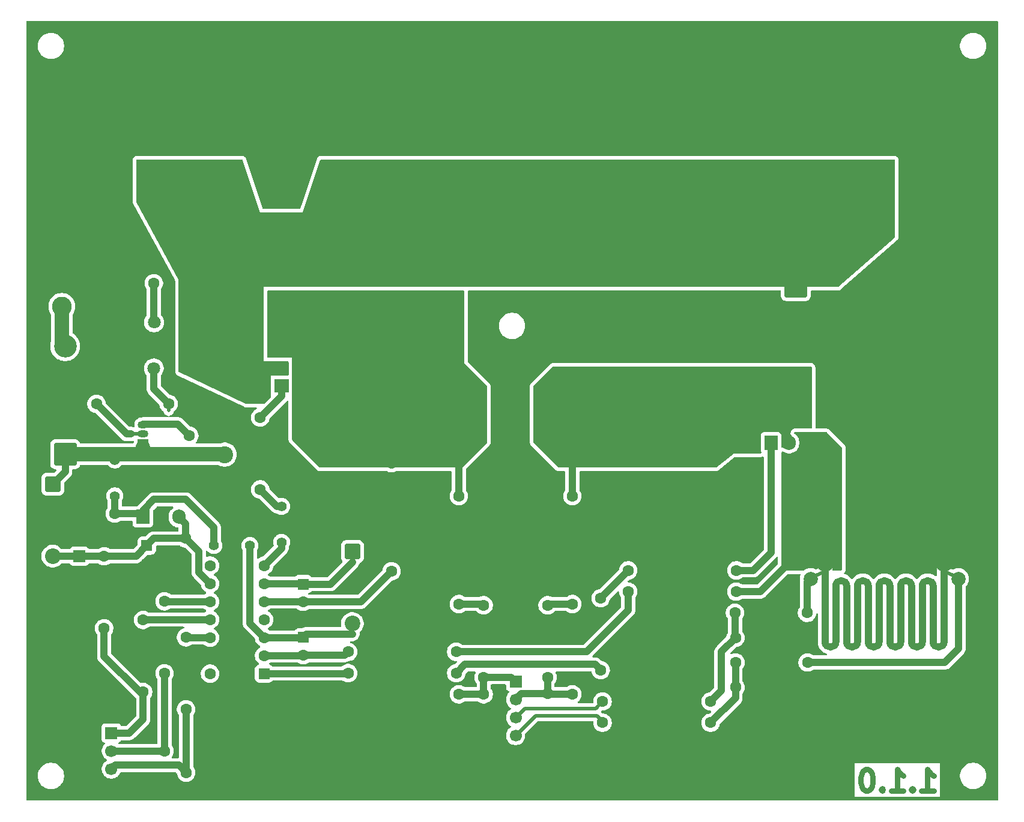
<source format=gbr>
%TF.GenerationSoftware,KiCad,Pcbnew,9.0.6*%
%TF.CreationDate,2025-12-14T21:15:15+01:00*%
%TF.ProjectId,saturation_meter,73617475-7261-4746-996f-6e5f6d657465,1.1.0*%
%TF.SameCoordinates,Original*%
%TF.FileFunction,Copper,L2,Bot*%
%TF.FilePolarity,Positive*%
%FSLAX46Y46*%
G04 Gerber Fmt 4.6, Leading zero omitted, Abs format (unit mm)*
G04 Created by KiCad (PCBNEW 9.0.6) date 2025-12-14 21:15:15*
%MOMM*%
%LPD*%
G01*
G04 APERTURE LIST*
G04 Aperture macros list*
%AMRoundRect*
0 Rectangle with rounded corners*
0 $1 Rounding radius*
0 $2 $3 $4 $5 $6 $7 $8 $9 X,Y pos of 4 corners*
0 Add a 4 corners polygon primitive as box body*
4,1,4,$2,$3,$4,$5,$6,$7,$8,$9,$2,$3,0*
0 Add four circle primitives for the rounded corners*
1,1,$1+$1,$2,$3*
1,1,$1+$1,$4,$5*
1,1,$1+$1,$6,$7*
1,1,$1+$1,$8,$9*
0 Add four rect primitives between the rounded corners*
20,1,$1+$1,$2,$3,$4,$5,0*
20,1,$1+$1,$4,$5,$6,$7,0*
20,1,$1+$1,$6,$7,$8,$9,0*
20,1,$1+$1,$8,$9,$2,$3,0*%
G04 Aperture macros list end*
%ADD10C,0.750000*%
%TA.AperFunction,NonConductor*%
%ADD11C,0.750000*%
%TD*%
%TA.AperFunction,EtchedComponent*%
%ADD12C,1.000000*%
%TD*%
%TA.AperFunction,EtchedComponent*%
%ADD13C,0.500000*%
%TD*%
%TA.AperFunction,ComponentPad*%
%ADD14C,1.600000*%
%TD*%
%TA.AperFunction,ComponentPad*%
%ADD15RoundRect,0.250000X-0.550000X0.550000X-0.550000X-0.550000X0.550000X-0.550000X0.550000X0.550000X0*%
%TD*%
%TA.AperFunction,ComponentPad*%
%ADD16C,3.000000*%
%TD*%
%TA.AperFunction,ComponentPad*%
%ADD17RoundRect,0.249999X-0.850001X0.850001X-0.850001X-0.850001X0.850001X-0.850001X0.850001X0.850001X0*%
%TD*%
%TA.AperFunction,ComponentPad*%
%ADD18C,2.200000*%
%TD*%
%TA.AperFunction,ComponentPad*%
%ADD19C,2.400000*%
%TD*%
%TA.AperFunction,ComponentPad*%
%ADD20C,10.160000*%
%TD*%
%TA.AperFunction,ComponentPad*%
%ADD21C,1.400000*%
%TD*%
%TA.AperFunction,ComponentPad*%
%ADD22R,1.800000X1.800000*%
%TD*%
%TA.AperFunction,ComponentPad*%
%ADD23C,1.800000*%
%TD*%
%TA.AperFunction,ComponentPad*%
%ADD24R,1.500000X1.050000*%
%TD*%
%TA.AperFunction,ComponentPad*%
%ADD25O,1.500000X1.050000*%
%TD*%
%TA.AperFunction,ComponentPad*%
%ADD26R,1.905000X2.000000*%
%TD*%
%TA.AperFunction,ComponentPad*%
%ADD27O,1.905000X2.000000*%
%TD*%
%TA.AperFunction,ComponentPad*%
%ADD28RoundRect,0.250000X1.750000X-1.750000X1.750000X1.750000X-1.750000X1.750000X-1.750000X-1.750000X0*%
%TD*%
%TA.AperFunction,ComponentPad*%
%ADD29C,4.000000*%
%TD*%
%TA.AperFunction,ComponentPad*%
%ADD30RoundRect,0.250000X0.550000X0.550000X-0.550000X0.550000X-0.550000X-0.550000X0.550000X-0.550000X0*%
%TD*%
%TA.AperFunction,ComponentPad*%
%ADD31R,1.700000X1.700000*%
%TD*%
%TA.AperFunction,ComponentPad*%
%ADD32C,1.700000*%
%TD*%
%TA.AperFunction,ComponentPad*%
%ADD33RoundRect,0.250001X-1.149999X1.149999X-1.149999X-1.149999X1.149999X-1.149999X1.149999X1.149999X0*%
%TD*%
%TA.AperFunction,ComponentPad*%
%ADD34C,2.800000*%
%TD*%
%TA.AperFunction,ComponentPad*%
%ADD35RoundRect,0.250000X1.350000X-1.350000X1.350000X1.350000X-1.350000X1.350000X-1.350000X-1.350000X0*%
%TD*%
%TA.AperFunction,ComponentPad*%
%ADD36C,3.200000*%
%TD*%
%TA.AperFunction,ComponentPad*%
%ADD37C,2.500000*%
%TD*%
%TA.AperFunction,ComponentPad*%
%ADD38C,2.000000*%
%TD*%
%TA.AperFunction,ComponentPad*%
%ADD39RoundRect,0.250000X-1.350000X1.350000X-1.350000X-1.350000X1.350000X-1.350000X1.350000X1.350000X0*%
%TD*%
%TA.AperFunction,ComponentPad*%
%ADD40R,2.000000X1.905000*%
%TD*%
%TA.AperFunction,ComponentPad*%
%ADD41O,2.000000X1.905000*%
%TD*%
%TA.AperFunction,Conductor*%
%ADD42C,1.000000*%
%TD*%
%TA.AperFunction,Conductor*%
%ADD43C,0.500000*%
%TD*%
%TA.AperFunction,Conductor*%
%ADD44C,2.000000*%
%TD*%
G04 APERTURE END LIST*
D10*
D11*
X205220864Y-147093857D02*
X206935150Y-147093857D01*
X206078007Y-147093857D02*
X206078007Y-144093857D01*
X206078007Y-144093857D02*
X206363721Y-144522428D01*
X206363721Y-144522428D02*
X206649436Y-144808142D01*
X206649436Y-144808142D02*
X206935150Y-144951000D01*
X203935150Y-146808142D02*
X203792293Y-146951000D01*
X203792293Y-146951000D02*
X203935150Y-147093857D01*
X203935150Y-147093857D02*
X204078007Y-146951000D01*
X204078007Y-146951000D02*
X203935150Y-146808142D01*
X203935150Y-146808142D02*
X203935150Y-147093857D01*
X200935150Y-147093857D02*
X202649436Y-147093857D01*
X201792293Y-147093857D02*
X201792293Y-144093857D01*
X201792293Y-144093857D02*
X202078007Y-144522428D01*
X202078007Y-144522428D02*
X202363722Y-144808142D01*
X202363722Y-144808142D02*
X202649436Y-144951000D01*
X199649436Y-146808142D02*
X199506579Y-146951000D01*
X199506579Y-146951000D02*
X199649436Y-147093857D01*
X199649436Y-147093857D02*
X199792293Y-146951000D01*
X199792293Y-146951000D02*
X199649436Y-146808142D01*
X199649436Y-146808142D02*
X199649436Y-147093857D01*
X197649436Y-144093857D02*
X197363722Y-144093857D01*
X197363722Y-144093857D02*
X197078008Y-144236714D01*
X197078008Y-144236714D02*
X196935151Y-144379571D01*
X196935151Y-144379571D02*
X196792293Y-144665285D01*
X196792293Y-144665285D02*
X196649436Y-145236714D01*
X196649436Y-145236714D02*
X196649436Y-145951000D01*
X196649436Y-145951000D02*
X196792293Y-146522428D01*
X196792293Y-146522428D02*
X196935151Y-146808142D01*
X196935151Y-146808142D02*
X197078008Y-146951000D01*
X197078008Y-146951000D02*
X197363722Y-147093857D01*
X197363722Y-147093857D02*
X197649436Y-147093857D01*
X197649436Y-147093857D02*
X197935151Y-146951000D01*
X197935151Y-146951000D02*
X198078008Y-146808142D01*
X198078008Y-146808142D02*
X198220865Y-146522428D01*
X198220865Y-146522428D02*
X198363722Y-145951000D01*
X198363722Y-145951000D02*
X198363722Y-145236714D01*
X198363722Y-145236714D02*
X198220865Y-144665285D01*
X198220865Y-144665285D02*
X198078008Y-144379571D01*
X198078008Y-144379571D02*
X197935151Y-144236714D01*
X197935151Y-144236714D02*
X197649436Y-144093857D01*
D12*
%TO.C,R9*%
X191618000Y-115906000D02*
X191618000Y-126082000D01*
D13*
X191618000Y-116156000D02*
X190348000Y-116684000D01*
D12*
X193142000Y-118208000D02*
X193142000Y-125963000D01*
X194666000Y-118208000D02*
X194666000Y-125963000D01*
X196190000Y-118208000D02*
X196190000Y-125963000D01*
X197714000Y-118208000D02*
X197714000Y-125963000D01*
X199238000Y-118208000D02*
X199238000Y-125963000D01*
X200762000Y-118208000D02*
X200762000Y-125963000D01*
X202286000Y-118208000D02*
X202286000Y-125963000D01*
X203810000Y-118208000D02*
X203810000Y-125963000D01*
X205334000Y-118208000D02*
X205334000Y-125963000D01*
X206858000Y-118208000D02*
X206858000Y-125963000D01*
X208382000Y-115922000D02*
X208382000Y-126082000D01*
D13*
X209652000Y-116684000D02*
X208382000Y-116156000D01*
D12*
X193142000Y-118208000D02*
G75*
G02*
X194666000Y-118208000I762000J0D01*
G01*
X193142000Y-126082000D02*
G75*
G02*
X191618000Y-126082000I-762000J0D01*
G01*
X196190000Y-118208000D02*
G75*
G02*
X197714000Y-118208000I762000J0D01*
G01*
X196190000Y-126082000D02*
G75*
G02*
X194666000Y-126082000I-762000J0D01*
G01*
X199238000Y-118208000D02*
G75*
G02*
X200762000Y-118208000I762000J0D01*
G01*
X199238000Y-126082000D02*
G75*
G02*
X197714000Y-126082000I-762000J0D01*
G01*
X202286000Y-118208000D02*
G75*
G02*
X203810000Y-118208000I762000J0D01*
G01*
X202286000Y-126082000D02*
G75*
G02*
X200762000Y-126082000I-762000J0D01*
G01*
X205334000Y-118208000D02*
G75*
G02*
X206858000Y-118208000I762000J0D01*
G01*
X205334000Y-126082000D02*
G75*
G02*
X203810000Y-126082000I-762000J0D01*
G01*
X208382000Y-126082000D02*
G75*
G02*
X206858000Y-126082000I-762000J0D01*
G01*
%TD*%
D14*
%TO.P,C8,1*%
%TO.N,/vin_prot*%
X91500000Y-108000000D03*
%TO.P,C8,2*%
%TO.N,GND*%
X86500000Y-108000000D03*
%TD*%
D15*
%TO.P,C12,1*%
%TO.N,/vb*%
X118040000Y-117950000D03*
D14*
%TO.P,C12,2*%
%TO.N,/high_nmos_s*%
X118040000Y-120450000D03*
%TD*%
D16*
%TO.P,,1*%
%TO.N,GND*%
X163000000Y-79000000D03*
%TD*%
%TO.P,,1*%
%TO.N,GND*%
X159000000Y-79000000D03*
%TD*%
D14*
%TO.P,C10,1*%
%TO.N,/i_sense_low*%
X179000000Y-132500000D03*
%TO.P,C10,2*%
%TO.N,GND*%
X184000000Y-132500000D03*
%TD*%
%TO.P,R4,1*%
%TO.N,/dut_low*%
X152500000Y-131080000D03*
%TO.P,R4,2*%
%TO.N,/low_nmos_d*%
X152500000Y-120920000D03*
%TD*%
D16*
%TO.P,,1*%
%TO.N,GND*%
X148000000Y-123500000D03*
%TD*%
%TO.P,,1*%
%TO.N,GND*%
X155000000Y-79000000D03*
%TD*%
D14*
%TO.P,C11,1*%
%TO.N,+3.3V*%
X101500000Y-111500000D03*
%TO.P,C11,2*%
%TO.N,GND*%
X101500000Y-116500000D03*
%TD*%
D16*
%TO.P,,1*%
%TO.N,GND*%
X117000000Y-48250000D03*
%TD*%
D17*
%TO.P,D7,1,K*%
%TO.N,/vin_prot*%
X82750000Y-103840000D03*
D18*
%TO.P,D7,2,A*%
%TO.N,+3.3V*%
X82750000Y-114000000D03*
%TD*%
D19*
%TO.P,R1,1*%
%TO.N,/vin_prot*%
X107000000Y-99660000D03*
%TO.P,R1,2*%
%TO.N,/vbus*%
X107000000Y-79340000D03*
%TD*%
D20*
%TO.P,J2,1,Pin_1*%
%TO.N,/high_nmos_s*%
X137750000Y-94000000D03*
%TO.P,J2,2,Pin_2*%
%TO.N,/low_nmos_d*%
X156750000Y-94000000D03*
%TD*%
D14*
%TO.P,C6,1*%
%TO.N,/dut_low*%
X156000000Y-133500000D03*
%TO.P,C6,2*%
%TO.N,GND*%
X156000000Y-138500000D03*
%TD*%
D21*
%TO.P,REF\u002A\u002A,1*%
%TO.N,/driver_ho*%
X115000000Y-112040000D03*
%TO.P,REF\u002A\u002A,2*%
X115000000Y-106960000D03*
%TD*%
D16*
%TO.P,,1*%
%TO.N,GND*%
X184000000Y-46500000D03*
%TD*%
%TO.P,,1*%
%TO.N,GND*%
X208500000Y-110500000D03*
%TD*%
D14*
%TO.P,C7,1*%
%TO.N,/i_sense_high*%
X179000000Y-125500000D03*
%TO.P,C7,2*%
%TO.N,GND*%
X184000000Y-125500000D03*
%TD*%
%TO.P,R19,1*%
%TO.N,/sd_uc*%
X90000000Y-124160000D03*
%TO.P,R19,2*%
%TO.N,+3.3V*%
X90000000Y-114000000D03*
%TD*%
%TO.P,REF\u002A\u002A,1*%
%TO.N,/low_nmos_g*%
X179120000Y-116000000D03*
%TO.P,REF\u002A\u002A,2*%
X163880000Y-116000000D03*
%TD*%
%TO.P,R5,1*%
%TO.N,GND*%
X143500000Y-143660000D03*
%TO.P,R5,2*%
%TO.N,/dut_high*%
X143500000Y-133500000D03*
%TD*%
%TO.P,R2,1*%
%TO.N,/driver_ho*%
X112000000Y-104580000D03*
%TO.P,R2,2*%
%TO.N,/high_nmos_g*%
X112000000Y-94420000D03*
%TD*%
%TO.P,R3,1*%
%TO.N,/dut_high*%
X143500000Y-131080000D03*
%TO.P,R3,2*%
%TO.N,/high_nmos_s*%
X143500000Y-120920000D03*
%TD*%
D16*
%TO.P,,1*%
%TO.N,GND*%
X167000000Y-79000000D03*
%TD*%
D22*
%TO.P,D6,1,K*%
%TO.N,GND*%
X94460000Y-87500000D03*
D23*
%TO.P,D6,2,A*%
%TO.N,Net-(D6-A)*%
X97000000Y-87500000D03*
%TD*%
D14*
%TO.P,R11,1*%
%TO.N,Net-(D5-A)*%
X97000000Y-75500000D03*
%TO.P,R11,2*%
%TO.N,/vbus*%
X107160000Y-75500000D03*
%TD*%
%TO.P,R10,1*%
%TO.N,/i_sense_low*%
X179000000Y-129000000D03*
%TO.P,R10,2*%
%TO.N,Net-(R10-Pad2)*%
X189160000Y-129000000D03*
%TD*%
D24*
%TO.P,Q4,1,E*%
%TO.N,/vin_prot*%
X95500000Y-98000000D03*
D25*
%TO.P,Q4,2,C*%
%TO.N,Net-(Q4-C)*%
X95500000Y-96730000D03*
%TO.P,Q4,3,B*%
%TO.N,Net-(Q4-B)*%
X95500000Y-95460000D03*
%TD*%
D14*
%TO.P,R6,1*%
%TO.N,GND*%
X152500000Y-143580000D03*
%TO.P,R6,2*%
%TO.N,/dut_low*%
X152500000Y-133420000D03*
%TD*%
D26*
%TO.P,U1,1,VI*%
%TO.N,/vin_prot*%
X95460000Y-108450000D03*
D27*
%TO.P,U1,2,GND*%
%TO.N,GND*%
X98000000Y-108450000D03*
%TO.P,U1,3,VO*%
%TO.N,+3.3V*%
X100540000Y-108450000D03*
%TD*%
D14*
%TO.P,REF\u002A\u002A,1*%
%TO.N,/low_nmos_s*%
X179120000Y-119000000D03*
%TO.P,REF\u002A\u002A,2*%
X163880000Y-119000000D03*
%TD*%
D28*
%TO.P,C4,1*%
%TO.N,/vbus*%
X198500000Y-61017935D03*
D29*
%TO.P,C4,2*%
%TO.N,GND*%
X198500000Y-51017935D03*
%TD*%
D28*
%TO.P,C1,1*%
%TO.N,/vbus*%
X97500000Y-61000000D03*
D29*
%TO.P,C1,2*%
%TO.N,GND*%
X97500000Y-51000000D03*
%TD*%
D22*
%TO.P,D5,1,K*%
%TO.N,GND*%
X94500000Y-81000000D03*
D23*
%TO.P,D5,2,A*%
%TO.N,Net-(D5-A)*%
X97040000Y-81000000D03*
%TD*%
D14*
%TO.P,R12,1*%
%TO.N,Net-(Q4-B)*%
X102000000Y-97000000D03*
%TO.P,R12,2*%
%TO.N,/vbus*%
X102000000Y-86840000D03*
%TD*%
%TO.P,R20,1*%
%TO.N,GND*%
X181000000Y-81660000D03*
%TO.P,R20,2*%
%TO.N,/vbus*%
X181000000Y-71500000D03*
%TD*%
%TO.P,R13,1*%
%TO.N,/hin_uc*%
X98500000Y-130530000D03*
%TO.P,R13,2*%
%TO.N,/hin*%
X98500000Y-120370000D03*
%TD*%
%TO.P,REF\u002A\u002A,1*%
%TO.N,/high_nmos_s*%
X130500000Y-116120000D03*
%TO.P,REF\u002A\u002A,2*%
X130500000Y-100880000D03*
%TD*%
D30*
%TO.P,U2,1,LO*%
%TO.N,/driver_lo*%
X112540000Y-130570000D03*
D14*
%TO.P,U2,2,COM*%
%TO.N,/low_nmos_s*%
X112540000Y-128030000D03*
%TO.P,U2,3,VCC*%
%TO.N,/vin_prot*%
X112540000Y-125490000D03*
%TO.P,U2,4,NC*%
%TO.N,unconnected-(U2-NC-Pad4)*%
X112540000Y-122950000D03*
%TO.P,U2,5,VS*%
%TO.N,/high_nmos_s*%
X112540000Y-120410000D03*
%TO.P,U2,6,VB*%
%TO.N,/vb*%
X112540000Y-117870000D03*
%TO.P,U2,7,HO*%
%TO.N,/driver_ho*%
X112540000Y-115330000D03*
%TO.P,U2,8,NC*%
%TO.N,unconnected-(U2-NC-Pad8)*%
X104920000Y-115330000D03*
%TO.P,U2,9,VDD*%
%TO.N,+3.3V*%
X104920000Y-117870000D03*
%TO.P,U2,10,HIN*%
%TO.N,/hin*%
X104920000Y-120410000D03*
%TO.P,U2,11,SD*%
%TO.N,/sd*%
X104920000Y-122950000D03*
%TO.P,U2,12,LIN*%
%TO.N,/lin*%
X104920000Y-125490000D03*
%TO.P,U2,13,VSS*%
%TO.N,GND*%
X104920000Y-128030000D03*
%TO.P,U2,14,NC*%
%TO.N,unconnected-(U2-NC-Pad14)*%
X104920000Y-130570000D03*
%TD*%
D16*
%TO.P,,1*%
%TO.N,GND*%
X208750000Y-74500000D03*
%TD*%
%TO.P,,1*%
%TO.N,GND*%
X105500000Y-134500000D03*
%TD*%
D31*
%TO.P,J3,1,Pin_1*%
%TO.N,/sd_uc*%
X91000000Y-138960000D03*
D32*
%TO.P,J3,2,Pin_2*%
%TO.N,/hin_uc*%
X91000000Y-141500000D03*
%TO.P,J3,3,Pin_3*%
%TO.N,/lin_uc*%
X91000000Y-144040000D03*
%TD*%
D31*
%TO.P,J5,1,Pin_1*%
%TO.N,+3.3V*%
X86500000Y-114000000D03*
D32*
%TO.P,J5,2,Pin_2*%
%TO.N,GND*%
X86500000Y-111460000D03*
%TD*%
D14*
%TO.P,REF\u002A\u002A,1*%
%TO.N,/low_nmos_d*%
X156000000Y-120750000D03*
%TO.P,REF\u002A\u002A,2*%
X156000000Y-105510000D03*
%TD*%
D16*
%TO.P,,1*%
%TO.N,GND*%
X151000000Y-46500000D03*
%TD*%
%TO.P,,1*%
%TO.N,GND*%
X92000000Y-77000000D03*
%TD*%
D28*
%TO.P,C3,1*%
%TO.N,/vbus*%
X165500000Y-61000000D03*
D29*
%TO.P,C3,2*%
%TO.N,GND*%
X165500000Y-51000000D03*
%TD*%
D16*
%TO.P,,1*%
%TO.N,GND*%
X200750000Y-74500000D03*
%TD*%
D14*
%TO.P,R17,1*%
%TO.N,GND*%
X108660000Y-141500000D03*
%TO.P,R17,2*%
%TO.N,/hin_uc*%
X98500000Y-141500000D03*
%TD*%
D21*
%TO.P,REF\u002A\u002A,1*%
%TO.N,/vin_prot*%
X91500000Y-105500000D03*
%TO.P,REF\u002A\u002A,2*%
X91500000Y-100420000D03*
%TD*%
D16*
%TO.P,,1*%
%TO.N,GND*%
X113000000Y-48250000D03*
%TD*%
D33*
%TO.P,J1,1,Pin_1*%
%TO.N,GND*%
X84032500Y-73750000D03*
D34*
%TO.P,J1,2,Pin_2*%
%TO.N,/vin*%
X84032500Y-78750000D03*
%TD*%
D26*
%TO.P,Q2,1,G*%
%TO.N,/low_nmos_g*%
X184000000Y-98000000D03*
D27*
%TO.P,Q2,2,D*%
%TO.N,/low_nmos_d*%
X186540000Y-98000000D03*
%TO.P,Q2,3,S*%
%TO.N,/low_nmos_s*%
X189080000Y-98000000D03*
%TD*%
D35*
%TO.P,D1,1,K*%
%TO.N,/vin_prot*%
X84500000Y-99620000D03*
D36*
%TO.P,D1,2,A*%
%TO.N,/vin*%
X84500000Y-84380000D03*
%TD*%
D37*
%TO.P,R9,1*%
%TO.N,/low_nmos_s*%
X191618000Y-114906000D03*
D38*
%TO.P,R9,2*%
%TO.N,Net-(R8-Pad2)*%
X189586000Y-117192000D03*
%TO.P,R9,3*%
%TO.N,Net-(R10-Pad2)*%
X210414000Y-117192000D03*
D37*
%TO.P,R9,4*%
%TO.N,GND*%
X208382000Y-114906000D03*
%TD*%
D15*
%TO.P,C13,1*%
%TO.N,/vin_prot*%
X118040000Y-125450000D03*
D14*
%TO.P,C13,2*%
%TO.N,/low_nmos_s*%
X118040000Y-127950000D03*
%TD*%
%TO.P,REF\u002A\u002A,1*%
%TO.N,/i_sense_high*%
X175500000Y-134500000D03*
%TO.P,REF\u002A\u002A,2*%
X160260000Y-134500000D03*
%TD*%
D16*
%TO.P,,1*%
%TO.N,GND*%
X204750000Y-74500000D03*
%TD*%
%TO.P,,1*%
%TO.N,GND*%
X147000000Y-46500000D03*
%TD*%
D21*
%TO.P,REF\u002A\u002A,1*%
%TO.N,/vin_prot*%
X110540000Y-112500000D03*
%TO.P,REF\u002A\u002A,2*%
X105460000Y-112500000D03*
%TD*%
D14*
%TO.P,R14,1*%
%TO.N,Net-(D6-A)*%
X99080000Y-92500000D03*
%TO.P,R14,2*%
%TO.N,Net-(Q4-C)*%
X88920000Y-92500000D03*
%TD*%
%TO.P,REF\u002A\u002A,1*%
%TO.N,/high_nmos_s*%
X140000000Y-120750000D03*
%TO.P,REF\u002A\u002A,2*%
X140000000Y-105510000D03*
%TD*%
%TO.P,R18,1*%
%TO.N,GND*%
X111700000Y-144530000D03*
%TO.P,R18,2*%
%TO.N,/lin_uc*%
X101540000Y-144530000D03*
%TD*%
D39*
%TO.P,D2,1,K*%
%TO.N,/vbus*%
X187500000Y-75880000D03*
D36*
%TO.P,D2,2,A*%
%TO.N,/low_nmos_d*%
X187500000Y-91120000D03*
%TD*%
D17*
%TO.P,D4,1,K*%
%TO.N,/vb*%
X125000000Y-113340000D03*
D18*
%TO.P,D4,2,A*%
%TO.N,/vin_prot*%
X125000000Y-123500000D03*
%TD*%
D16*
%TO.P,,1*%
%TO.N,GND*%
X213000000Y-113000000D03*
%TD*%
%TO.P,,1*%
%TO.N,GND*%
X180000000Y-46500000D03*
%TD*%
D14*
%TO.P,R15,1*%
%TO.N,/lin_uc*%
X101540000Y-135610000D03*
%TO.P,R15,2*%
%TO.N,/lin*%
X101540000Y-125450000D03*
%TD*%
%TO.P,C5,1*%
%TO.N,/dut_high*%
X140000000Y-133500000D03*
%TO.P,C5,2*%
%TO.N,GND*%
X140000000Y-138500000D03*
%TD*%
D16*
%TO.P,,1*%
%TO.N,GND*%
X92000000Y-73000000D03*
%TD*%
D40*
%TO.P,Q1,1,G*%
%TO.N,/high_nmos_g*%
X115000000Y-90000000D03*
D41*
%TO.P,Q1,2,D*%
%TO.N,/vbus*%
X115000000Y-87460000D03*
%TO.P,Q1,3,S*%
%TO.N,/high_nmos_s*%
X115000000Y-84920000D03*
%TD*%
D14*
%TO.P,R16,1*%
%TO.N,/sd_uc*%
X95500000Y-133160000D03*
%TO.P,R16,2*%
%TO.N,/sd*%
X95500000Y-123000000D03*
%TD*%
%TO.P,REF\u002A\u002A,1*%
%TO.N,/driver_lo*%
X139620000Y-130500000D03*
%TO.P,REF\u002A\u002A,2*%
X124380000Y-130500000D03*
%TD*%
D15*
%TO.P,C9,1*%
%TO.N,+3.3V*%
X96000000Y-112500000D03*
D14*
%TO.P,C9,2*%
%TO.N,GND*%
X96000000Y-115000000D03*
%TD*%
D31*
%TO.P,J4,1,Pin_1*%
%TO.N,/dut_high*%
X148000000Y-131690000D03*
D32*
%TO.P,J4,2,Pin_2*%
%TO.N,/dut_low*%
X148000000Y-134230000D03*
%TO.P,J4,3,Pin_3*%
%TO.N,/i_sense_high*%
X148000000Y-136770000D03*
%TO.P,J4,4,Pin_4*%
%TO.N,/i_sense_low*%
X148000000Y-139310000D03*
%TD*%
D16*
%TO.P,,1*%
%TO.N,GND*%
X212750000Y-74500000D03*
%TD*%
D35*
%TO.P,D3,1,K*%
%TO.N,/high_nmos_s*%
X115000000Y-78500000D03*
D36*
%TO.P,D3,2,A*%
%TO.N,GND*%
X115000000Y-63260000D03*
%TD*%
D14*
%TO.P,REF\u002A\u002A,1*%
%TO.N,/low_nmos_s*%
X139620000Y-127500000D03*
%TO.P,REF\u002A\u002A,2*%
X124380000Y-127500000D03*
%TD*%
%TO.P,R8,1*%
%TO.N,/i_sense_high*%
X178920000Y-122000000D03*
%TO.P,R8,2*%
%TO.N,Net-(R8-Pad2)*%
X189080000Y-122000000D03*
%TD*%
%TO.P,REF\u002A\u002A,1*%
%TO.N,/i_sense_low*%
X175500000Y-137500000D03*
%TO.P,REF\u002A\u002A,2*%
X160260000Y-137500000D03*
%TD*%
D16*
%TO.P,,1*%
%TO.N,GND*%
X204000000Y-113000000D03*
%TD*%
D14*
%TO.P,R7,1*%
%TO.N,/driver_lo*%
X160000000Y-130080000D03*
%TO.P,R7,2*%
%TO.N,/low_nmos_g*%
X160000000Y-119920000D03*
%TD*%
D28*
%TO.P,C2,1*%
%TO.N,/vbus*%
X132500000Y-61000000D03*
D29*
%TO.P,C2,2*%
%TO.N,GND*%
X132500000Y-51000000D03*
%TD*%
D42*
%TO.N,/dut_high*%
X143500000Y-131080000D02*
X147390000Y-131080000D01*
X140000000Y-133500000D02*
X143500000Y-133500000D01*
X143500000Y-131080000D02*
X143500000Y-133500000D01*
X147390000Y-131080000D02*
X148000000Y-131690000D01*
%TO.N,/dut_low*%
X152500000Y-131080000D02*
X152500000Y-133420000D01*
X152580000Y-133500000D02*
X152500000Y-133420000D01*
X156000000Y-133500000D02*
X152580000Y-133500000D01*
X148810000Y-133420000D02*
X148000000Y-134230000D01*
X152500000Y-133420000D02*
X148810000Y-133420000D01*
%TO.N,/i_sense_high*%
X179000000Y-125500000D02*
X177000000Y-127500000D01*
X178920000Y-122000000D02*
X178920000Y-125420000D01*
D43*
X149270000Y-135500000D02*
X159260000Y-135500000D01*
D42*
X177000000Y-127500000D02*
X177000000Y-133000000D01*
D43*
X148000000Y-136770000D02*
X149270000Y-135500000D01*
D42*
X177000000Y-133000000D02*
X175500000Y-134500000D01*
D43*
X159260000Y-135500000D02*
X160260000Y-134500000D01*
D42*
%TO.N,+3.3V*%
X101500000Y-111500000D02*
X97000000Y-111500000D01*
X101500000Y-109410000D02*
X100540000Y-108450000D01*
X97000000Y-111500000D02*
X96000000Y-112500000D01*
X82750000Y-114000000D02*
X86500000Y-114000000D01*
X90000000Y-114000000D02*
X94500000Y-114000000D01*
X90000000Y-114000000D02*
X86500000Y-114000000D01*
X103319000Y-116269000D02*
X103319000Y-113319000D01*
X101500000Y-111500000D02*
X101500000Y-109410000D01*
X103319000Y-113319000D02*
X101500000Y-111500000D01*
X104920000Y-117870000D02*
X103319000Y-116269000D01*
X94500000Y-114000000D02*
X96000000Y-112500000D01*
%TO.N,/i_sense_low*%
X179000000Y-134000000D02*
X175500000Y-137500000D01*
D43*
X160260000Y-137260000D02*
X159500000Y-136500000D01*
X150810000Y-136500000D02*
X148000000Y-139310000D01*
D42*
X179000000Y-132500000D02*
X179000000Y-134000000D01*
D43*
X160260000Y-137500000D02*
X160260000Y-137260000D01*
D42*
X179000000Y-129000000D02*
X179000000Y-132500000D01*
D43*
X159500000Y-136500000D02*
X150810000Y-136500000D01*
D42*
%TO.N,/vb*%
X118040000Y-117950000D02*
X121890000Y-117950000D01*
X121890000Y-117950000D02*
X125000000Y-114840000D01*
X117960000Y-117870000D02*
X118040000Y-117950000D01*
X112540000Y-117870000D02*
X117960000Y-117870000D01*
%TO.N,/high_nmos_s*%
X140000000Y-120750000D02*
X143330000Y-120750000D01*
X118040000Y-120450000D02*
X126170000Y-120450000D01*
X118000000Y-120410000D02*
X118040000Y-120450000D01*
X112540000Y-120410000D02*
X118000000Y-120410000D01*
X140000000Y-105510000D02*
X140000000Y-101000000D01*
X126170000Y-120450000D02*
X130500000Y-116120000D01*
X143330000Y-120750000D02*
X143500000Y-120920000D01*
%TO.N,/low_nmos_s*%
X139620000Y-127500000D02*
X158000000Y-127500000D01*
X163880000Y-121620000D02*
X163880000Y-119000000D01*
X179120000Y-119000000D02*
X182500000Y-119000000D01*
X117960000Y-128030000D02*
X118040000Y-127950000D01*
X112540000Y-128030000D02*
X117960000Y-128030000D01*
X123930000Y-127950000D02*
X124380000Y-127500000D01*
X158000000Y-127500000D02*
X163880000Y-121620000D01*
X182500000Y-119000000D02*
X185750000Y-115750000D01*
X118040000Y-127950000D02*
X123930000Y-127950000D01*
D44*
%TO.N,/vin*%
X84032500Y-78750000D02*
X84032500Y-83912500D01*
X84032500Y-83912500D02*
X84500000Y-84380000D01*
D42*
%TO.N,/low_nmos_d*%
X152670000Y-120750000D02*
X152500000Y-120920000D01*
X156000000Y-120750000D02*
X152670000Y-120750000D01*
X156000000Y-105510000D02*
X156000000Y-101250000D01*
%TO.N,Net-(D5-A)*%
X97000000Y-80960000D02*
X97040000Y-81000000D01*
X97000000Y-75500000D02*
X97000000Y-80960000D01*
%TO.N,Net-(D6-A)*%
X97000000Y-90420000D02*
X99080000Y-92500000D01*
D43*
X99080000Y-93420000D02*
X99080000Y-92500000D01*
D42*
X97000000Y-87500000D02*
X97000000Y-90420000D01*
%TO.N,/lin_uc*%
X101540000Y-144530000D02*
X100510000Y-143500000D01*
X100510000Y-143500000D02*
X91540000Y-143500000D01*
X101540000Y-135610000D02*
X101540000Y-144530000D01*
X91540000Y-143500000D02*
X91000000Y-144040000D01*
%TO.N,/sd_uc*%
X95500000Y-133160000D02*
X95500000Y-137000000D01*
X93540000Y-138960000D02*
X91000000Y-138960000D01*
X90000000Y-128161000D02*
X90000000Y-124160000D01*
X95500000Y-137000000D02*
X93540000Y-138960000D01*
X90000000Y-128161000D02*
X94999000Y-133160000D01*
X91040000Y-139000000D02*
X91000000Y-138960000D01*
%TO.N,/hin_uc*%
X91000000Y-141500000D02*
X98500000Y-141500000D01*
X98500000Y-130530000D02*
X98500000Y-141500000D01*
X91030000Y-141530000D02*
X91000000Y-141500000D01*
%TO.N,/high_nmos_g*%
X115000000Y-90000000D02*
X115000000Y-91420000D01*
X115000000Y-91420000D02*
X112000000Y-94420000D01*
%TO.N,/low_nmos_g*%
X181500000Y-116000000D02*
X179120000Y-116000000D01*
X184000000Y-98000000D02*
X184000000Y-113500000D01*
X184000000Y-113500000D02*
X181500000Y-116000000D01*
X163880000Y-116000000D02*
X163880000Y-116040000D01*
X163880000Y-116040000D02*
X160000000Y-119920000D01*
%TO.N,/driver_ho*%
X115000000Y-106960000D02*
X114380000Y-106960000D01*
X115000000Y-112870000D02*
X112540000Y-115330000D01*
X114380000Y-106960000D02*
X112000000Y-104580000D01*
X115000000Y-112040000D02*
X115000000Y-112870000D01*
%TO.N,/hin*%
X104920000Y-120410000D02*
X98540000Y-120410000D01*
X98540000Y-120410000D02*
X98500000Y-120370000D01*
%TO.N,/lin*%
X101580000Y-125490000D02*
X101540000Y-125450000D01*
X104920000Y-125490000D02*
X101580000Y-125490000D01*
%TO.N,/sd*%
X104920000Y-122950000D02*
X95550000Y-122950000D01*
X95550000Y-122950000D02*
X95500000Y-123000000D01*
%TO.N,/driver_lo*%
X160000000Y-130080000D02*
X159200001Y-129280001D01*
X140839999Y-129280001D02*
X139620000Y-130500000D01*
X159200001Y-129280001D02*
X140839999Y-129280001D01*
X112540000Y-130570000D02*
X124310000Y-130570000D01*
X124310000Y-130570000D02*
X124380000Y-130500000D01*
%TO.N,/vin_prot*%
X105460000Y-109960000D02*
X101500000Y-106000000D01*
X110540000Y-123490000D02*
X112540000Y-125490000D01*
X95410000Y-108500000D02*
X95460000Y-108450000D01*
X84500000Y-102090000D02*
X82750000Y-103840000D01*
X97000000Y-106000000D02*
X95460000Y-107540000D01*
X95010000Y-108000000D02*
X95460000Y-108450000D01*
X118490000Y-125000000D02*
X118040000Y-125450000D01*
D44*
X95500000Y-99620000D02*
X106960000Y-99620000D01*
D42*
X105460000Y-112500000D02*
X105460000Y-109960000D01*
X125000000Y-125000000D02*
X118490000Y-125000000D01*
D44*
X92500000Y-99620000D02*
X95500000Y-99620000D01*
D42*
X84500000Y-99620000D02*
X84500000Y-102090000D01*
X95460000Y-107540000D02*
X95460000Y-108450000D01*
D44*
X95500000Y-99620000D02*
X95500000Y-98556000D01*
D42*
X91500000Y-105500000D02*
X91500000Y-108000000D01*
X118000000Y-125490000D02*
X118040000Y-125450000D01*
X112540000Y-125490000D02*
X118000000Y-125490000D01*
X110540000Y-112500000D02*
X110540000Y-123490000D01*
X101500000Y-106000000D02*
X97000000Y-106000000D01*
X91500000Y-108000000D02*
X95010000Y-108000000D01*
D44*
X84500000Y-99620000D02*
X92500000Y-99620000D01*
X106960000Y-99620000D02*
X107000000Y-99660000D01*
D42*
%TO.N,Net-(R8-Pad2)*%
X189080000Y-117615799D02*
X189445306Y-117250493D01*
X189080000Y-122000000D02*
X189080000Y-117615799D01*
%TO.N,Net-(R10-Pad2)*%
X210414000Y-125885921D02*
X210414000Y-117192000D01*
D43*
X189318000Y-128842000D02*
X189160000Y-129000000D01*
D42*
X189160000Y-129000000D02*
X208500000Y-129000000D01*
X210414000Y-127086000D02*
X210414000Y-125885921D01*
X208500000Y-129000000D02*
X210414000Y-127086000D01*
%TO.N,Net-(Q4-B)*%
X100404000Y-95404000D02*
X95500000Y-95404000D01*
X102000000Y-97000000D02*
X100404000Y-95404000D01*
%TO.N,Net-(Q4-C)*%
X88920000Y-92500000D02*
X93170000Y-96750000D01*
D43*
X93770000Y-96730000D02*
X93750000Y-96750000D01*
D42*
X93170000Y-96750000D02*
X93750000Y-96750000D01*
D43*
X95500000Y-96730000D02*
X93770000Y-96730000D01*
%TD*%
%TA.AperFunction,Conductor*%
%TO.N,GND*%
G36*
X215942539Y-38520185D02*
G01*
X215988294Y-38572989D01*
X215999500Y-38624500D01*
X215999500Y-148375500D01*
X215979815Y-148442539D01*
X215927011Y-148488294D01*
X215875500Y-148499500D01*
X79124500Y-148499500D01*
X79057461Y-148479815D01*
X79011706Y-148427011D01*
X79000500Y-148375500D01*
X79000500Y-147976632D01*
X195768160Y-147976632D01*
X207817925Y-147976632D01*
X207817925Y-144878711D01*
X210649500Y-144878711D01*
X210649500Y-145121288D01*
X210680563Y-145357246D01*
X210681162Y-145361789D01*
X210688855Y-145390500D01*
X210743947Y-145596104D01*
X210763077Y-145642287D01*
X210836776Y-145820212D01*
X210958064Y-146030289D01*
X210958066Y-146030292D01*
X210958067Y-146030293D01*
X211105733Y-146222736D01*
X211105739Y-146222743D01*
X211277256Y-146394260D01*
X211277262Y-146394265D01*
X211469711Y-146541936D01*
X211679788Y-146663224D01*
X211903900Y-146756054D01*
X212138211Y-146818838D01*
X212318586Y-146842584D01*
X212378711Y-146850500D01*
X212378712Y-146850500D01*
X212621289Y-146850500D01*
X212669388Y-146844167D01*
X212861789Y-146818838D01*
X213096100Y-146756054D01*
X213320212Y-146663224D01*
X213530289Y-146541936D01*
X213722738Y-146394265D01*
X213894265Y-146222738D01*
X214041936Y-146030289D01*
X214163224Y-145820212D01*
X214256054Y-145596100D01*
X214318838Y-145361789D01*
X214350500Y-145121288D01*
X214350500Y-144878712D01*
X214318838Y-144638211D01*
X214256054Y-144403900D01*
X214163224Y-144179788D01*
X214041936Y-143969711D01*
X213894265Y-143777262D01*
X213894260Y-143777256D01*
X213722743Y-143605739D01*
X213722736Y-143605733D01*
X213530293Y-143458067D01*
X213530292Y-143458066D01*
X213530289Y-143458064D01*
X213320212Y-143336776D01*
X213309114Y-143332179D01*
X213096104Y-143243947D01*
X212861785Y-143181161D01*
X212621289Y-143149500D01*
X212621288Y-143149500D01*
X212378712Y-143149500D01*
X212378711Y-143149500D01*
X212138214Y-143181161D01*
X211903895Y-143243947D01*
X211679794Y-143336773D01*
X211679785Y-143336777D01*
X211469706Y-143458067D01*
X211277263Y-143605733D01*
X211277256Y-143605739D01*
X211105739Y-143777256D01*
X211105733Y-143777263D01*
X210958067Y-143969706D01*
X210836777Y-144179785D01*
X210836773Y-144179794D01*
X210743947Y-144403895D01*
X210681161Y-144638214D01*
X210649500Y-144878711D01*
X207817925Y-144878711D01*
X207817925Y-143210967D01*
X195768160Y-143210967D01*
X195768160Y-147976632D01*
X79000500Y-147976632D01*
X79000500Y-144878711D01*
X80649500Y-144878711D01*
X80649500Y-145121288D01*
X80680563Y-145357246D01*
X80681162Y-145361789D01*
X80688855Y-145390500D01*
X80743947Y-145596104D01*
X80763077Y-145642287D01*
X80836776Y-145820212D01*
X80958064Y-146030289D01*
X80958066Y-146030292D01*
X80958067Y-146030293D01*
X81105733Y-146222736D01*
X81105739Y-146222743D01*
X81277256Y-146394260D01*
X81277262Y-146394265D01*
X81469711Y-146541936D01*
X81679788Y-146663224D01*
X81903900Y-146756054D01*
X82138211Y-146818838D01*
X82318586Y-146842584D01*
X82378711Y-146850500D01*
X82378712Y-146850500D01*
X82621289Y-146850500D01*
X82669388Y-146844167D01*
X82861789Y-146818838D01*
X83096100Y-146756054D01*
X83320212Y-146663224D01*
X83530289Y-146541936D01*
X83722738Y-146394265D01*
X83894265Y-146222738D01*
X84041936Y-146030289D01*
X84163224Y-145820212D01*
X84256054Y-145596100D01*
X84318838Y-145361789D01*
X84350500Y-145121288D01*
X84350500Y-144878712D01*
X84318838Y-144638211D01*
X84256054Y-144403900D01*
X84163224Y-144179788D01*
X84041936Y-143969711D01*
X83894265Y-143777262D01*
X83894260Y-143777256D01*
X83722743Y-143605739D01*
X83722736Y-143605733D01*
X83530293Y-143458067D01*
X83530292Y-143458066D01*
X83530289Y-143458064D01*
X83320212Y-143336776D01*
X83309114Y-143332179D01*
X83096104Y-143243947D01*
X82861785Y-143181161D01*
X82621289Y-143149500D01*
X82621288Y-143149500D01*
X82378712Y-143149500D01*
X82378711Y-143149500D01*
X82138214Y-143181161D01*
X81903895Y-143243947D01*
X81679794Y-143336773D01*
X81679785Y-143336777D01*
X81469706Y-143458067D01*
X81277263Y-143605733D01*
X81277256Y-143605739D01*
X81105739Y-143777256D01*
X81105733Y-143777263D01*
X80958067Y-143969706D01*
X80836777Y-144179785D01*
X80836773Y-144179794D01*
X80743947Y-144403895D01*
X80681161Y-144638214D01*
X80649500Y-144878711D01*
X79000500Y-144878711D01*
X79000500Y-124057648D01*
X88699500Y-124057648D01*
X88699500Y-124262352D01*
X88700946Y-124271479D01*
X88731522Y-124464534D01*
X88794781Y-124659223D01*
X88875880Y-124818386D01*
X88887713Y-124841610D01*
X88975819Y-124962877D01*
X88999298Y-125028681D01*
X88999500Y-125035761D01*
X88999500Y-128259544D01*
X89003469Y-128279500D01*
X89037947Y-128452830D01*
X89037948Y-128452831D01*
X89037949Y-128452836D01*
X89041766Y-128462051D01*
X89041766Y-128462052D01*
X89113366Y-128634911D01*
X89113371Y-128634920D01*
X89222859Y-128798780D01*
X89222860Y-128798781D01*
X89222861Y-128798782D01*
X89362218Y-128938139D01*
X89362219Y-128938139D01*
X89369286Y-128945206D01*
X89369285Y-128945206D01*
X89369289Y-128945209D01*
X94361215Y-133937137D01*
X94361216Y-133937138D01*
X94361219Y-133937140D01*
X94444391Y-133992713D01*
X94489195Y-134046324D01*
X94499500Y-134095815D01*
X94499500Y-136534217D01*
X94479815Y-136601256D01*
X94463181Y-136621898D01*
X93161899Y-137923181D01*
X93100576Y-137956666D01*
X93074218Y-137959500D01*
X92414141Y-137959500D01*
X92347102Y-137939815D01*
X92301347Y-137887011D01*
X92297969Y-137878859D01*
X92293796Y-137867669D01*
X92293793Y-137867665D01*
X92293793Y-137867664D01*
X92207547Y-137752455D01*
X92207544Y-137752452D01*
X92092335Y-137666206D01*
X92092328Y-137666202D01*
X91957482Y-137615908D01*
X91957483Y-137615908D01*
X91897883Y-137609501D01*
X91897881Y-137609500D01*
X91897873Y-137609500D01*
X91897864Y-137609500D01*
X90102129Y-137609500D01*
X90102123Y-137609501D01*
X90042516Y-137615908D01*
X89907671Y-137666202D01*
X89907664Y-137666206D01*
X89792455Y-137752452D01*
X89792452Y-137752455D01*
X89706206Y-137867664D01*
X89706202Y-137867671D01*
X89655908Y-138002517D01*
X89649501Y-138062116D01*
X89649500Y-138062135D01*
X89649500Y-139857870D01*
X89649501Y-139857876D01*
X89655908Y-139917483D01*
X89706202Y-140052328D01*
X89706206Y-140052335D01*
X89792452Y-140167544D01*
X89792455Y-140167547D01*
X89907664Y-140253793D01*
X89907671Y-140253797D01*
X90039082Y-140302810D01*
X90095016Y-140344681D01*
X90119433Y-140410145D01*
X90104582Y-140478418D01*
X90083431Y-140506673D01*
X89969889Y-140620215D01*
X89844951Y-140792179D01*
X89748444Y-140981585D01*
X89682753Y-141183760D01*
X89649500Y-141393713D01*
X89649500Y-141606286D01*
X89682753Y-141816239D01*
X89748444Y-142018414D01*
X89844951Y-142207820D01*
X89969890Y-142379786D01*
X90120213Y-142530109D01*
X90292182Y-142655050D01*
X90300946Y-142659516D01*
X90351742Y-142707491D01*
X90368536Y-142775312D01*
X90345998Y-142841447D01*
X90300946Y-142880484D01*
X90292182Y-142884949D01*
X90120213Y-143009890D01*
X89969890Y-143160213D01*
X89844951Y-143332179D01*
X89748444Y-143521585D01*
X89682753Y-143723760D01*
X89663014Y-143848390D01*
X89649500Y-143933713D01*
X89649500Y-144146287D01*
X89682754Y-144356243D01*
X89736022Y-144520185D01*
X89748444Y-144558414D01*
X89844951Y-144747820D01*
X89969890Y-144919786D01*
X90120213Y-145070109D01*
X90292179Y-145195048D01*
X90292181Y-145195049D01*
X90292184Y-145195051D01*
X90481588Y-145291557D01*
X90683757Y-145357246D01*
X90893713Y-145390500D01*
X90893714Y-145390500D01*
X91106286Y-145390500D01*
X91106287Y-145390500D01*
X91316243Y-145357246D01*
X91518412Y-145291557D01*
X91707816Y-145195051D01*
X91809343Y-145121288D01*
X91879786Y-145070109D01*
X91879788Y-145070106D01*
X91879792Y-145070104D01*
X92030104Y-144919792D01*
X92030106Y-144919788D01*
X92030109Y-144919786D01*
X92155048Y-144747820D01*
X92155047Y-144747820D01*
X92155051Y-144747816D01*
X92246567Y-144568204D01*
X92294541Y-144517409D01*
X92357052Y-144500500D01*
X100044218Y-144500500D01*
X100073658Y-144509144D01*
X100103645Y-144515668D01*
X100108660Y-144519422D01*
X100111257Y-144520185D01*
X100131899Y-144536819D01*
X100213281Y-144618201D01*
X100246766Y-144679524D01*
X100248073Y-144686483D01*
X100271523Y-144834535D01*
X100334781Y-145029223D01*
X100398691Y-145154653D01*
X100419274Y-145195048D01*
X100427715Y-145211613D01*
X100548028Y-145377213D01*
X100692786Y-145521971D01*
X100847749Y-145634556D01*
X100858390Y-145642287D01*
X100974607Y-145701503D01*
X101040776Y-145735218D01*
X101040778Y-145735218D01*
X101040781Y-145735220D01*
X101145137Y-145769127D01*
X101235465Y-145798477D01*
X101336557Y-145814488D01*
X101437648Y-145830500D01*
X101437649Y-145830500D01*
X101642351Y-145830500D01*
X101642352Y-145830500D01*
X101844534Y-145798477D01*
X102039219Y-145735220D01*
X102221610Y-145642287D01*
X102314590Y-145574732D01*
X102387213Y-145521971D01*
X102387215Y-145521968D01*
X102387219Y-145521966D01*
X102531966Y-145377219D01*
X102531968Y-145377215D01*
X102531971Y-145377213D01*
X102584732Y-145304590D01*
X102652287Y-145211610D01*
X102745220Y-145029219D01*
X102808477Y-144834534D01*
X102840500Y-144632352D01*
X102840500Y-144427648D01*
X102808477Y-144225466D01*
X102793634Y-144179785D01*
X102745218Y-144030776D01*
X102695761Y-143933713D01*
X102652287Y-143848390D01*
X102600606Y-143777256D01*
X102564182Y-143727122D01*
X102540702Y-143661316D01*
X102540500Y-143654237D01*
X102540500Y-136485761D01*
X102560185Y-136418722D01*
X102564165Y-136412899D01*
X102652287Y-136291610D01*
X102745220Y-136109219D01*
X102808477Y-135914534D01*
X102840500Y-135712352D01*
X102840500Y-135507648D01*
X102829388Y-135437491D01*
X102808477Y-135305465D01*
X102745218Y-135110776D01*
X102688376Y-134999219D01*
X102652287Y-134928390D01*
X102644556Y-134917749D01*
X102531971Y-134762786D01*
X102387213Y-134618028D01*
X102221613Y-134497715D01*
X102221612Y-134497714D01*
X102221610Y-134497713D01*
X102109104Y-134440388D01*
X102039223Y-134404781D01*
X101844534Y-134341522D01*
X101669995Y-134313878D01*
X101642352Y-134309500D01*
X101437648Y-134309500D01*
X101413329Y-134313351D01*
X101235465Y-134341522D01*
X101040776Y-134404781D01*
X100858386Y-134497715D01*
X100692786Y-134618028D01*
X100548028Y-134762786D01*
X100427715Y-134928386D01*
X100334781Y-135110776D01*
X100271522Y-135305465D01*
X100239500Y-135507648D01*
X100239500Y-135712351D01*
X100271522Y-135914534D01*
X100334781Y-136109223D01*
X100397097Y-136231523D01*
X100427713Y-136291610D01*
X100515819Y-136412877D01*
X100539298Y-136478681D01*
X100539500Y-136485761D01*
X100539500Y-142375500D01*
X100519815Y-142442539D01*
X100467011Y-142488294D01*
X100415500Y-142499500D01*
X99624691Y-142499500D01*
X99557652Y-142479815D01*
X99511897Y-142427011D01*
X99501953Y-142357853D01*
X99524373Y-142302615D01*
X99593247Y-142207816D01*
X99612287Y-142181610D01*
X99705220Y-141999219D01*
X99768477Y-141804534D01*
X99800500Y-141602352D01*
X99800500Y-141397648D01*
X99768477Y-141195466D01*
X99764673Y-141183760D01*
X99705218Y-141000776D01*
X99671503Y-140934607D01*
X99612287Y-140818390D01*
X99593244Y-140792179D01*
X99524182Y-140697122D01*
X99500702Y-140631316D01*
X99500500Y-140624237D01*
X99500500Y-131405761D01*
X99520185Y-131338722D01*
X99524165Y-131332899D01*
X99612287Y-131211610D01*
X99705220Y-131029219D01*
X99768477Y-130834534D01*
X99800500Y-130632352D01*
X99800500Y-130467648D01*
X103619500Y-130467648D01*
X103619500Y-130672351D01*
X103651522Y-130874534D01*
X103714781Y-131069223D01*
X103807715Y-131251613D01*
X103928028Y-131417213D01*
X104072786Y-131561971D01*
X104213945Y-131664527D01*
X104238390Y-131682287D01*
X104354607Y-131741503D01*
X104420776Y-131775218D01*
X104420778Y-131775218D01*
X104420781Y-131775220D01*
X104498585Y-131800500D01*
X104615465Y-131838477D01*
X104711490Y-131853686D01*
X104817648Y-131870500D01*
X104817649Y-131870500D01*
X105022351Y-131870500D01*
X105022352Y-131870500D01*
X105224534Y-131838477D01*
X105419219Y-131775220D01*
X105601610Y-131682287D01*
X105730482Y-131588657D01*
X105767213Y-131561971D01*
X105767215Y-131561968D01*
X105767219Y-131561966D01*
X105911966Y-131417219D01*
X105911968Y-131417215D01*
X105911971Y-131417213D01*
X106007868Y-131285220D01*
X106032287Y-131251610D01*
X106125220Y-131069219D01*
X106188477Y-130874534D01*
X106220500Y-130672352D01*
X106220500Y-130467648D01*
X106209184Y-130396204D01*
X106188477Y-130265465D01*
X106125218Y-130070776D01*
X106073865Y-129969991D01*
X106032287Y-129888390D01*
X106002375Y-129847219D01*
X105911971Y-129722786D01*
X105767213Y-129578028D01*
X105601613Y-129457715D01*
X105601612Y-129457714D01*
X105601610Y-129457713D01*
X105523106Y-129417713D01*
X105419223Y-129364781D01*
X105224534Y-129301522D01*
X105049995Y-129273878D01*
X105022352Y-129269500D01*
X104817648Y-129269500D01*
X104793329Y-129273351D01*
X104615465Y-129301522D01*
X104420776Y-129364781D01*
X104238386Y-129457715D01*
X104072786Y-129578028D01*
X103928028Y-129722786D01*
X103807715Y-129888386D01*
X103714781Y-130070776D01*
X103651522Y-130265465D01*
X103619500Y-130467648D01*
X99800500Y-130467648D01*
X99800500Y-130427648D01*
X99780735Y-130302861D01*
X99768477Y-130225465D01*
X99705218Y-130030776D01*
X99653689Y-129929646D01*
X99612287Y-129848390D01*
X99560521Y-129777139D01*
X99491971Y-129682786D01*
X99347213Y-129538028D01*
X99181613Y-129417715D01*
X99181612Y-129417714D01*
X99181610Y-129417713D01*
X99122732Y-129387713D01*
X98999223Y-129324781D01*
X98804534Y-129261522D01*
X98629995Y-129233878D01*
X98602352Y-129229500D01*
X98397648Y-129229500D01*
X98376933Y-129232781D01*
X98195465Y-129261522D01*
X98000776Y-129324781D01*
X97818386Y-129417715D01*
X97652786Y-129538028D01*
X97508028Y-129682786D01*
X97387715Y-129848386D01*
X97294781Y-130030776D01*
X97231522Y-130225465D01*
X97199500Y-130427648D01*
X97199500Y-130632351D01*
X97231522Y-130834534D01*
X97294781Y-131029223D01*
X97366521Y-131170018D01*
X97387713Y-131211610D01*
X97475819Y-131332877D01*
X97499298Y-131398681D01*
X97499500Y-131405761D01*
X97499500Y-140375500D01*
X97479815Y-140442539D01*
X97427011Y-140488294D01*
X97375500Y-140499500D01*
X92120860Y-140499500D01*
X92053821Y-140479815D01*
X92008066Y-140427011D01*
X91998122Y-140357853D01*
X92027147Y-140294297D01*
X92077527Y-140259318D01*
X92092328Y-140253797D01*
X92092327Y-140253797D01*
X92092331Y-140253796D01*
X92207546Y-140167546D01*
X92293796Y-140052331D01*
X92297960Y-140041165D01*
X92339829Y-139985234D01*
X92405293Y-139960816D01*
X92414141Y-139960500D01*
X93638542Y-139960500D01*
X93669566Y-139954328D01*
X93735188Y-139941275D01*
X93831836Y-139922051D01*
X93885165Y-139899961D01*
X94013914Y-139846632D01*
X94177782Y-139737139D01*
X94317139Y-139597782D01*
X94317139Y-139597780D01*
X94327347Y-139587573D01*
X94327348Y-139587570D01*
X96277140Y-137637781D01*
X96386632Y-137473914D01*
X96462052Y-137291835D01*
X96500501Y-137098540D01*
X96500501Y-136901459D01*
X96500501Y-136896349D01*
X96500500Y-136896323D01*
X96500500Y-134035761D01*
X96520185Y-133968722D01*
X96524165Y-133962899D01*
X96612287Y-133841610D01*
X96705220Y-133659219D01*
X96768477Y-133464534D01*
X96800500Y-133262352D01*
X96800500Y-133057648D01*
X96768477Y-132855466D01*
X96705220Y-132660781D01*
X96705218Y-132660778D01*
X96705218Y-132660776D01*
X96627388Y-132508028D01*
X96612287Y-132478390D01*
X96586240Y-132442539D01*
X96491971Y-132312786D01*
X96347213Y-132168028D01*
X96181613Y-132047715D01*
X96181612Y-132047714D01*
X96181610Y-132047713D01*
X96089501Y-132000781D01*
X95999223Y-131954781D01*
X95804534Y-131891522D01*
X95629995Y-131863878D01*
X95602352Y-131859500D01*
X95397648Y-131859500D01*
X95367471Y-131864279D01*
X95214686Y-131888478D01*
X95145392Y-131879523D01*
X95107607Y-131853686D01*
X91036819Y-127782898D01*
X91003334Y-127721575D01*
X91000500Y-127695217D01*
X91000500Y-125035761D01*
X91020185Y-124968722D01*
X91024165Y-124962899D01*
X91112287Y-124841610D01*
X91205220Y-124659219D01*
X91268477Y-124464534D01*
X91300500Y-124262352D01*
X91300500Y-124057648D01*
X91282178Y-123941971D01*
X91268477Y-123855465D01*
X91239127Y-123765137D01*
X91205220Y-123660781D01*
X91205218Y-123660778D01*
X91205218Y-123660776D01*
X91168412Y-123588541D01*
X91112287Y-123478390D01*
X91091093Y-123449219D01*
X90991971Y-123312786D01*
X90847213Y-123168028D01*
X90681613Y-123047715D01*
X90681612Y-123047714D01*
X90681610Y-123047713D01*
X90624653Y-123018691D01*
X90499223Y-122954781D01*
X90304534Y-122891522D01*
X90129995Y-122863878D01*
X90102352Y-122859500D01*
X89897648Y-122859500D01*
X89873329Y-122863351D01*
X89695465Y-122891522D01*
X89500776Y-122954781D01*
X89318386Y-123047715D01*
X89152786Y-123168028D01*
X89008028Y-123312786D01*
X88887715Y-123478386D01*
X88794781Y-123660776D01*
X88731522Y-123855465D01*
X88702620Y-124037949D01*
X88699500Y-124057648D01*
X79000500Y-124057648D01*
X79000500Y-113874038D01*
X81149500Y-113874038D01*
X81149500Y-114125962D01*
X81181675Y-114329106D01*
X81188910Y-114374785D01*
X81266760Y-114614383D01*
X81310130Y-114699500D01*
X81377021Y-114830781D01*
X81381132Y-114838848D01*
X81529201Y-115042649D01*
X81529205Y-115042654D01*
X81707345Y-115220794D01*
X81707350Y-115220798D01*
X81841675Y-115318390D01*
X81911155Y-115368870D01*
X82035744Y-115432351D01*
X82135616Y-115483239D01*
X82135618Y-115483239D01*
X82135621Y-115483241D01*
X82375215Y-115561090D01*
X82624038Y-115600500D01*
X82624039Y-115600500D01*
X82875961Y-115600500D01*
X82875962Y-115600500D01*
X83124785Y-115561090D01*
X83364379Y-115483241D01*
X83588845Y-115368870D01*
X83792656Y-115220793D01*
X83970793Y-115042656D01*
X83970793Y-115042655D01*
X83974238Y-115039211D01*
X83975312Y-115040285D01*
X84028180Y-115005775D01*
X84063962Y-115000500D01*
X85085859Y-115000500D01*
X85152898Y-115020185D01*
X85198653Y-115072989D01*
X85202030Y-115081140D01*
X85206204Y-115092331D01*
X85206205Y-115092332D01*
X85206206Y-115092335D01*
X85292452Y-115207544D01*
X85292455Y-115207547D01*
X85407664Y-115293793D01*
X85407671Y-115293797D01*
X85542517Y-115344091D01*
X85542516Y-115344091D01*
X85549444Y-115344835D01*
X85602127Y-115350500D01*
X87397872Y-115350499D01*
X87457483Y-115344091D01*
X87592331Y-115293796D01*
X87707546Y-115207546D01*
X87793796Y-115092331D01*
X87797960Y-115081165D01*
X87839829Y-115025234D01*
X87905293Y-115000816D01*
X87914141Y-115000500D01*
X89124238Y-115000500D01*
X89191277Y-115020185D01*
X89197119Y-115024179D01*
X89318390Y-115112287D01*
X89397864Y-115152781D01*
X89500776Y-115205218D01*
X89500778Y-115205218D01*
X89500781Y-115205220D01*
X89605137Y-115239127D01*
X89695465Y-115268477D01*
X89794824Y-115284214D01*
X89897648Y-115300500D01*
X89897649Y-115300500D01*
X90102351Y-115300500D01*
X90102352Y-115300500D01*
X90304534Y-115268477D01*
X90499219Y-115205220D01*
X90681610Y-115112287D01*
X90802877Y-115024181D01*
X90868683Y-115000702D01*
X90875762Y-115000500D01*
X94598542Y-115000500D01*
X94620670Y-114996098D01*
X94695188Y-114981275D01*
X94791836Y-114962051D01*
X94848596Y-114938540D01*
X94973914Y-114886632D01*
X95137782Y-114777139D01*
X95277139Y-114637782D01*
X95277139Y-114637780D01*
X95287347Y-114627573D01*
X95287348Y-114627570D01*
X96078102Y-113836818D01*
X96139425Y-113803333D01*
X96165783Y-113800499D01*
X96600002Y-113800499D01*
X96600008Y-113800499D01*
X96702797Y-113789999D01*
X96869334Y-113734814D01*
X97018656Y-113642712D01*
X97142712Y-113518656D01*
X97234814Y-113369334D01*
X97289999Y-113202797D01*
X97300500Y-113100009D01*
X97300499Y-112665781D01*
X97309146Y-112636330D01*
X97315668Y-112606354D01*
X97319419Y-112601342D01*
X97320183Y-112598743D01*
X97336816Y-112578103D01*
X97378102Y-112536817D01*
X97439425Y-112503333D01*
X97465782Y-112500500D01*
X100624238Y-112500500D01*
X100691277Y-112520185D01*
X100697119Y-112524179D01*
X100818390Y-112612287D01*
X100929499Y-112668900D01*
X101000776Y-112705218D01*
X101000778Y-112705218D01*
X101000781Y-112705220D01*
X101105137Y-112739127D01*
X101195465Y-112768477D01*
X101263175Y-112779201D01*
X101343513Y-112791925D01*
X101406648Y-112821854D01*
X101411797Y-112826717D01*
X102282181Y-113697101D01*
X102315666Y-113758424D01*
X102318500Y-113784782D01*
X102318500Y-116367541D01*
X102326064Y-116405567D01*
X102356949Y-116560836D01*
X102370651Y-116593914D01*
X102379803Y-116616008D01*
X102432364Y-116742906D01*
X102432371Y-116742919D01*
X102541860Y-116906782D01*
X102685537Y-117050459D01*
X102685559Y-117050479D01*
X103593281Y-117958201D01*
X103626766Y-118019524D01*
X103628073Y-118026483D01*
X103651523Y-118174535D01*
X103714781Y-118369223D01*
X103747116Y-118432682D01*
X103802131Y-118540655D01*
X103807715Y-118551613D01*
X103928028Y-118717213D01*
X104072786Y-118861971D01*
X104198539Y-118953334D01*
X104238390Y-118982287D01*
X104329840Y-119028883D01*
X104331080Y-119029515D01*
X104381876Y-119077490D01*
X104398671Y-119145311D01*
X104376134Y-119211446D01*
X104331080Y-119250485D01*
X104238386Y-119297715D01*
X104117123Y-119385818D01*
X104051317Y-119409298D01*
X104044238Y-119409500D01*
X99429807Y-119409500D01*
X99362768Y-119389815D01*
X99349269Y-119379785D01*
X99347211Y-119378027D01*
X99181613Y-119257715D01*
X99181612Y-119257714D01*
X99181610Y-119257713D01*
X99124653Y-119228691D01*
X98999223Y-119164781D01*
X98804534Y-119101522D01*
X98629995Y-119073878D01*
X98602352Y-119069500D01*
X98397648Y-119069500D01*
X98376933Y-119072781D01*
X98195465Y-119101522D01*
X98000776Y-119164781D01*
X97818386Y-119257715D01*
X97652786Y-119378028D01*
X97508028Y-119522786D01*
X97387715Y-119688386D01*
X97294781Y-119870776D01*
X97231522Y-120065465D01*
X97199500Y-120267648D01*
X97199500Y-120472351D01*
X97231522Y-120674534D01*
X97294781Y-120869223D01*
X97316563Y-120911971D01*
X97377867Y-121032287D01*
X97387715Y-121051613D01*
X97508028Y-121217213D01*
X97652786Y-121361971D01*
X97798246Y-121467652D01*
X97818390Y-121482287D01*
X97934607Y-121541503D01*
X98000776Y-121575218D01*
X98000778Y-121575218D01*
X98000781Y-121575220D01*
X98103376Y-121608555D01*
X98195465Y-121638477D01*
X98296557Y-121654488D01*
X98397648Y-121670500D01*
X98397649Y-121670500D01*
X98602351Y-121670500D01*
X98602352Y-121670500D01*
X98804534Y-121638477D01*
X98999219Y-121575220D01*
X99181610Y-121482287D01*
X99225361Y-121450500D01*
X99247822Y-121434182D01*
X99313628Y-121410702D01*
X99320707Y-121410500D01*
X104044238Y-121410500D01*
X104111277Y-121430185D01*
X104117119Y-121434179D01*
X104238390Y-121522287D01*
X104329840Y-121568883D01*
X104331080Y-121569515D01*
X104381876Y-121617490D01*
X104398671Y-121685311D01*
X104376134Y-121751446D01*
X104331080Y-121790485D01*
X104238386Y-121837715D01*
X104117123Y-121925818D01*
X104051317Y-121949298D01*
X104044238Y-121949500D01*
X96306943Y-121949500D01*
X96239904Y-121929815D01*
X96234058Y-121925818D01*
X96181613Y-121887715D01*
X96181612Y-121887714D01*
X96181610Y-121887713D01*
X96114220Y-121853376D01*
X95999223Y-121794781D01*
X95804534Y-121731522D01*
X95629995Y-121703878D01*
X95602352Y-121699500D01*
X95397648Y-121699500D01*
X95373329Y-121703351D01*
X95195465Y-121731522D01*
X95000776Y-121794781D01*
X94818386Y-121887715D01*
X94652786Y-122008028D01*
X94652782Y-122008032D01*
X94508035Y-122152780D01*
X94508028Y-122152786D01*
X94387715Y-122318386D01*
X94294781Y-122500776D01*
X94231522Y-122695465D01*
X94199500Y-122897648D01*
X94199500Y-123102351D01*
X94231522Y-123304534D01*
X94294781Y-123499223D01*
X94387715Y-123681613D01*
X94508028Y-123847213D01*
X94652786Y-123991971D01*
X94749566Y-124062284D01*
X94818390Y-124112287D01*
X94898280Y-124152993D01*
X95000776Y-124205218D01*
X95000778Y-124205218D01*
X95000781Y-124205220D01*
X95062615Y-124225311D01*
X95195465Y-124268477D01*
X95284072Y-124282511D01*
X95397648Y-124300500D01*
X95397649Y-124300500D01*
X95602351Y-124300500D01*
X95602352Y-124300500D01*
X95804534Y-124268477D01*
X95999219Y-124205220D01*
X96181610Y-124112287D01*
X96283928Y-124037949D01*
X96347213Y-123991971D01*
X96347215Y-123991968D01*
X96347219Y-123991966D01*
X96352366Y-123986819D01*
X96413689Y-123953334D01*
X96440047Y-123950500D01*
X101163575Y-123950500D01*
X101230614Y-123970185D01*
X101276369Y-124022989D01*
X101286313Y-124092147D01*
X101257288Y-124155703D01*
X101201894Y-124192431D01*
X101040776Y-124244781D01*
X100858386Y-124337715D01*
X100692786Y-124458028D01*
X100548028Y-124602786D01*
X100427715Y-124768386D01*
X100334781Y-124950776D01*
X100271522Y-125145465D01*
X100239500Y-125347648D01*
X100239500Y-125552351D01*
X100271522Y-125754534D01*
X100334781Y-125949223D01*
X100384707Y-126047207D01*
X100423217Y-126122787D01*
X100427715Y-126131613D01*
X100548028Y-126297213D01*
X100692786Y-126441971D01*
X100809572Y-126526819D01*
X100858390Y-126562287D01*
X100974607Y-126621503D01*
X101040776Y-126655218D01*
X101040778Y-126655218D01*
X101040781Y-126655220D01*
X101091129Y-126671579D01*
X101235465Y-126718477D01*
X101312707Y-126730711D01*
X101437648Y-126750500D01*
X101437649Y-126750500D01*
X101642351Y-126750500D01*
X101642352Y-126750500D01*
X101844534Y-126718477D01*
X102039219Y-126655220D01*
X102221610Y-126562287D01*
X102270428Y-126526819D01*
X102287822Y-126514182D01*
X102353628Y-126490702D01*
X102360707Y-126490500D01*
X104044238Y-126490500D01*
X104111277Y-126510185D01*
X104117119Y-126514179D01*
X104238390Y-126602287D01*
X104331080Y-126649515D01*
X104420776Y-126695218D01*
X104420778Y-126695218D01*
X104420781Y-126695220D01*
X104508138Y-126723604D01*
X104615465Y-126758477D01*
X104634697Y-126761523D01*
X104817648Y-126790500D01*
X104817649Y-126790500D01*
X105022351Y-126790500D01*
X105022352Y-126790500D01*
X105224534Y-126758477D01*
X105419219Y-126695220D01*
X105601610Y-126602287D01*
X105728379Y-126510185D01*
X105767213Y-126481971D01*
X105767215Y-126481968D01*
X105767219Y-126481966D01*
X105911966Y-126337219D01*
X105911968Y-126337215D01*
X105911971Y-126337213D01*
X105988758Y-126231523D01*
X106032287Y-126171610D01*
X106125220Y-125989219D01*
X106188477Y-125794534D01*
X106220500Y-125592352D01*
X106220500Y-125387648D01*
X106205325Y-125291839D01*
X106188477Y-125185465D01*
X106128468Y-125000778D01*
X106125220Y-124990781D01*
X106125218Y-124990778D01*
X106125218Y-124990776D01*
X106079708Y-124901459D01*
X106032287Y-124808390D01*
X105978494Y-124734349D01*
X105911971Y-124642786D01*
X105767213Y-124498028D01*
X105601614Y-124377715D01*
X105595006Y-124374348D01*
X105508917Y-124330483D01*
X105458123Y-124282511D01*
X105441328Y-124214690D01*
X105463865Y-124148555D01*
X105508917Y-124109516D01*
X105601610Y-124062287D01*
X105635109Y-124037949D01*
X105767213Y-123941971D01*
X105767215Y-123941968D01*
X105767219Y-123941966D01*
X105911966Y-123797219D01*
X105911968Y-123797215D01*
X105911971Y-123797213D01*
X106011093Y-123660781D01*
X106032287Y-123631610D01*
X106125220Y-123449219D01*
X106188477Y-123254534D01*
X106220500Y-123052352D01*
X106220500Y-122847648D01*
X106188477Y-122645466D01*
X106125220Y-122450781D01*
X106125218Y-122450778D01*
X106125218Y-122450776D01*
X106050703Y-122304534D01*
X106032287Y-122268390D01*
X105997493Y-122220500D01*
X105911971Y-122102786D01*
X105767213Y-121958028D01*
X105601614Y-121837715D01*
X105577264Y-121825308D01*
X105508917Y-121790483D01*
X105458123Y-121742511D01*
X105441328Y-121674690D01*
X105463865Y-121608555D01*
X105508917Y-121569516D01*
X105601610Y-121522287D01*
X105656670Y-121482284D01*
X105767213Y-121401971D01*
X105767215Y-121401968D01*
X105767219Y-121401966D01*
X105911966Y-121257219D01*
X105911968Y-121257215D01*
X105911971Y-121257213D01*
X105979310Y-121164527D01*
X106032287Y-121091610D01*
X106125220Y-120909219D01*
X106188477Y-120714534D01*
X106220500Y-120512352D01*
X106220500Y-120307648D01*
X106204277Y-120205220D01*
X106188477Y-120105465D01*
X106146439Y-119976086D01*
X106125220Y-119910781D01*
X106125218Y-119910778D01*
X106125218Y-119910776D01*
X106070239Y-119802875D01*
X106032287Y-119728390D01*
X105998300Y-119681610D01*
X105911971Y-119562786D01*
X105767213Y-119418028D01*
X105601614Y-119297715D01*
X105577264Y-119285308D01*
X105508917Y-119250483D01*
X105458123Y-119202511D01*
X105441328Y-119134690D01*
X105463865Y-119068555D01*
X105508917Y-119029516D01*
X105601610Y-118982287D01*
X105641461Y-118953334D01*
X105767213Y-118861971D01*
X105767215Y-118861968D01*
X105767219Y-118861966D01*
X105911966Y-118717219D01*
X105911968Y-118717215D01*
X105911971Y-118717213D01*
X105964732Y-118644590D01*
X106032287Y-118551610D01*
X106125220Y-118369219D01*
X106188477Y-118174534D01*
X106220500Y-117972352D01*
X106220500Y-117767648D01*
X106188477Y-117565466D01*
X106186003Y-117557853D01*
X106138588Y-117411925D01*
X106125220Y-117370781D01*
X106125218Y-117370778D01*
X106125218Y-117370776D01*
X106081871Y-117285704D01*
X106032287Y-117188390D01*
X106003723Y-117149075D01*
X105911971Y-117022786D01*
X105767213Y-116878028D01*
X105601614Y-116757715D01*
X105572565Y-116742914D01*
X105508917Y-116710483D01*
X105458123Y-116662511D01*
X105441328Y-116594690D01*
X105463865Y-116528555D01*
X105508917Y-116489516D01*
X105601610Y-116442287D01*
X105655746Y-116402955D01*
X105767213Y-116321971D01*
X105767215Y-116321968D01*
X105767219Y-116321966D01*
X105911966Y-116177219D01*
X105911968Y-116177215D01*
X105911971Y-116177213D01*
X105966360Y-116102351D01*
X106032287Y-116011610D01*
X106125220Y-115829219D01*
X106188477Y-115634534D01*
X106220500Y-115432352D01*
X106220500Y-115227648D01*
X106207388Y-115144861D01*
X106188477Y-115025465D01*
X106139527Y-114874814D01*
X106125220Y-114830781D01*
X106125218Y-114830778D01*
X106125218Y-114830776D01*
X106074645Y-114731522D01*
X106032287Y-114648390D01*
X106007577Y-114614379D01*
X105911971Y-114482786D01*
X105767213Y-114338028D01*
X105601613Y-114217715D01*
X105601612Y-114217714D01*
X105601610Y-114217713D01*
X105544653Y-114188691D01*
X105419223Y-114124781D01*
X105224534Y-114061522D01*
X105036690Y-114031771D01*
X105022352Y-114029500D01*
X104817648Y-114029500D01*
X104803310Y-114031771D01*
X104615464Y-114061523D01*
X104615461Y-114061523D01*
X104481818Y-114104947D01*
X104411977Y-114106942D01*
X104352144Y-114070862D01*
X104321316Y-114008161D01*
X104319500Y-113987016D01*
X104319500Y-113354280D01*
X104339185Y-113287241D01*
X104391989Y-113241486D01*
X104461147Y-113231542D01*
X104524703Y-113260567D01*
X104541085Y-113278419D01*
X104541146Y-113278368D01*
X104542584Y-113280052D01*
X104543819Y-113281398D01*
X104544310Y-113282073D01*
X104677927Y-113415690D01*
X104830801Y-113526760D01*
X104910347Y-113567290D01*
X104999163Y-113612545D01*
X104999165Y-113612545D01*
X104999168Y-113612547D01*
X105048894Y-113628704D01*
X105178881Y-113670940D01*
X105365514Y-113700500D01*
X105365519Y-113700500D01*
X105554486Y-113700500D01*
X105741118Y-113670940D01*
X105920832Y-113612547D01*
X106089199Y-113526760D01*
X106242073Y-113415690D01*
X106375690Y-113282073D01*
X106486760Y-113129199D01*
X106572547Y-112960832D01*
X106630940Y-112781118D01*
X106632942Y-112768477D01*
X106660500Y-112594486D01*
X106660500Y-112405513D01*
X109339500Y-112405513D01*
X109339500Y-112594486D01*
X109369059Y-112781118D01*
X109427454Y-112960836D01*
X109509520Y-113121899D01*
X109513240Y-113129199D01*
X109515814Y-113132742D01*
X109539297Y-113198546D01*
X109539500Y-113205632D01*
X109539500Y-123588541D01*
X109553870Y-123660781D01*
X109577949Y-123781836D01*
X109600038Y-123835165D01*
X109626155Y-123898218D01*
X109653366Y-123963911D01*
X109653371Y-123963920D01*
X109762860Y-124127781D01*
X109762863Y-124127785D01*
X109906537Y-124271459D01*
X109906559Y-124271479D01*
X111213281Y-125578201D01*
X111246766Y-125639524D01*
X111248073Y-125646483D01*
X111271523Y-125794535D01*
X111334781Y-125989223D01*
X111392935Y-126103355D01*
X111418127Y-126152797D01*
X111427715Y-126171613D01*
X111548028Y-126337213D01*
X111692786Y-126481971D01*
X111803330Y-126562284D01*
X111858390Y-126602287D01*
X111949840Y-126648883D01*
X111951080Y-126649515D01*
X112001876Y-126697490D01*
X112018671Y-126765311D01*
X111996134Y-126831446D01*
X111951080Y-126870485D01*
X111858386Y-126917715D01*
X111692786Y-127038028D01*
X111548028Y-127182786D01*
X111427715Y-127348386D01*
X111334781Y-127530776D01*
X111271522Y-127725465D01*
X111245825Y-127887713D01*
X111239500Y-127927648D01*
X111239500Y-128132352D01*
X111264786Y-128291997D01*
X111271523Y-128334534D01*
X111271522Y-128334534D01*
X111334781Y-128529223D01*
X111377105Y-128612287D01*
X111424457Y-128705220D01*
X111427715Y-128711613D01*
X111548028Y-128877213D01*
X111548034Y-128877219D01*
X111692781Y-129021966D01*
X111786452Y-129090021D01*
X111829117Y-129145350D01*
X111835096Y-129214963D01*
X111802491Y-129276759D01*
X111752571Y-129308045D01*
X111670666Y-129335186D01*
X111670663Y-129335187D01*
X111521342Y-129427289D01*
X111397289Y-129551342D01*
X111305187Y-129700663D01*
X111305186Y-129700666D01*
X111250001Y-129867203D01*
X111250001Y-129867204D01*
X111250000Y-129867204D01*
X111239500Y-129969983D01*
X111239500Y-131170001D01*
X111239501Y-131170018D01*
X111250000Y-131272796D01*
X111250001Y-131272799D01*
X111285690Y-131380500D01*
X111305186Y-131439334D01*
X111397288Y-131588656D01*
X111521344Y-131712712D01*
X111670666Y-131804814D01*
X111837203Y-131859999D01*
X111939991Y-131870500D01*
X113140008Y-131870499D01*
X113242797Y-131859999D01*
X113409334Y-131804814D01*
X113558656Y-131712712D01*
X113664550Y-131606818D01*
X113725873Y-131573334D01*
X113752231Y-131570500D01*
X123600585Y-131570500D01*
X123667624Y-131590185D01*
X123673463Y-131594176D01*
X123698390Y-131612287D01*
X123784561Y-131656193D01*
X123880776Y-131705218D01*
X123880778Y-131705218D01*
X123880781Y-131705220D01*
X123985137Y-131739127D01*
X124075465Y-131768477D01*
X124176557Y-131784488D01*
X124277648Y-131800500D01*
X124277649Y-131800500D01*
X124482351Y-131800500D01*
X124482352Y-131800500D01*
X124684534Y-131768477D01*
X124879219Y-131705220D01*
X125061610Y-131612287D01*
X125154590Y-131544732D01*
X125227213Y-131491971D01*
X125227215Y-131491968D01*
X125227219Y-131491966D01*
X125371966Y-131347219D01*
X125371968Y-131347215D01*
X125371971Y-131347213D01*
X125441429Y-131251610D01*
X125492287Y-131181610D01*
X125585220Y-130999219D01*
X125648477Y-130804534D01*
X125680500Y-130602352D01*
X125680500Y-130397648D01*
X125662394Y-130283335D01*
X125648477Y-130195465D01*
X125607963Y-130070776D01*
X125585220Y-130000781D01*
X125585218Y-130000778D01*
X125585218Y-130000776D01*
X125548975Y-129929646D01*
X125492287Y-129818390D01*
X125461101Y-129775466D01*
X125371971Y-129652786D01*
X125227213Y-129508028D01*
X125061613Y-129387715D01*
X125061612Y-129387714D01*
X125061610Y-129387713D01*
X125004653Y-129358691D01*
X124879223Y-129294781D01*
X124684534Y-129231522D01*
X124496690Y-129201771D01*
X124482352Y-129199500D01*
X124277648Y-129199500D01*
X124263310Y-129201771D01*
X124075465Y-129231522D01*
X123880776Y-129294781D01*
X123698386Y-129387715D01*
X123532786Y-129508028D01*
X123532782Y-129508032D01*
X123507634Y-129533181D01*
X123446311Y-129566666D01*
X123419953Y-129569500D01*
X113752231Y-129569500D01*
X113685192Y-129549815D01*
X113664550Y-129533182D01*
X113630587Y-129499219D01*
X113558656Y-129427288D01*
X113483995Y-129381237D01*
X113409336Y-129335187D01*
X113409335Y-129335186D01*
X113409334Y-129335186D01*
X113327427Y-129308044D01*
X113317370Y-129301081D01*
X113305457Y-129298311D01*
X113289182Y-129281564D01*
X113269984Y-129268272D01*
X113265288Y-129256977D01*
X113256763Y-129248205D01*
X113252125Y-129225318D01*
X113243161Y-129203756D01*
X113245317Y-129191715D01*
X113242888Y-129179727D01*
X113251359Y-129157968D01*
X113255476Y-129134980D01*
X113264424Y-129124412D01*
X113268238Y-129114618D01*
X113293542Y-129090025D01*
X113342880Y-129054179D01*
X113408684Y-129030702D01*
X113415762Y-129030500D01*
X117274349Y-129030500D01*
X117341388Y-129050185D01*
X117347236Y-129054183D01*
X117358388Y-129062286D01*
X117540776Y-129155218D01*
X117540778Y-129155218D01*
X117540781Y-129155220D01*
X117616206Y-129179727D01*
X117735465Y-129218477D01*
X117817834Y-129231523D01*
X117937648Y-129250500D01*
X117937649Y-129250500D01*
X118142351Y-129250500D01*
X118142352Y-129250500D01*
X118344534Y-129218477D01*
X118539219Y-129155220D01*
X118721610Y-129062287D01*
X118842877Y-128974181D01*
X118908683Y-128950702D01*
X118915762Y-128950500D01*
X124028543Y-128950500D01*
X124093790Y-128937520D01*
X124151292Y-128926083D01*
X124221836Y-128912051D01*
X124275165Y-128889961D01*
X124403914Y-128836632D01*
X124427832Y-128820650D01*
X124477879Y-128803404D01*
X124477540Y-128801262D01*
X124482351Y-128800500D01*
X124482352Y-128800500D01*
X124684534Y-128768477D01*
X124879219Y-128705220D01*
X125061610Y-128612287D01*
X125175944Y-128529219D01*
X125227213Y-128491971D01*
X125227215Y-128491968D01*
X125227219Y-128491966D01*
X125371966Y-128347219D01*
X125371968Y-128347215D01*
X125371971Y-128347213D01*
X125435667Y-128259541D01*
X125492287Y-128181610D01*
X125585220Y-127999219D01*
X125648477Y-127804534D01*
X125680500Y-127602352D01*
X125680500Y-127397648D01*
X138319500Y-127397648D01*
X138319500Y-127602351D01*
X138351522Y-127804534D01*
X138414781Y-127999223D01*
X138478691Y-128124653D01*
X138493026Y-128152786D01*
X138507715Y-128181613D01*
X138628028Y-128347213D01*
X138772786Y-128491971D01*
X138927749Y-128604556D01*
X138938390Y-128612287D01*
X139054607Y-128671503D01*
X139120776Y-128705218D01*
X139120778Y-128705218D01*
X139120781Y-128705220D01*
X139225137Y-128739127D01*
X139315465Y-128768477D01*
X139416557Y-128784488D01*
X139517648Y-128800500D01*
X139517649Y-128800500D01*
X139605217Y-128800500D01*
X139626462Y-128806738D01*
X139648551Y-128808318D01*
X139659334Y-128816390D01*
X139672256Y-128820185D01*
X139686755Y-128836918D01*
X139704484Y-128850190D01*
X139709191Y-128862810D01*
X139718011Y-128872989D01*
X139721162Y-128894906D01*
X139728901Y-128915654D01*
X139726038Y-128928814D01*
X139727955Y-128942147D01*
X139718755Y-128962290D01*
X139714049Y-128983927D01*
X139700779Y-129001653D01*
X139698930Y-129005703D01*
X139692911Y-129012167D01*
X139602728Y-129102351D01*
X139531797Y-129173282D01*
X139470474Y-129206766D01*
X139463515Y-129208073D01*
X139315468Y-129231522D01*
X139120778Y-129294781D01*
X138938386Y-129387715D01*
X138772786Y-129508028D01*
X138628028Y-129652786D01*
X138507715Y-129818386D01*
X138414781Y-130000776D01*
X138351522Y-130195465D01*
X138319500Y-130397648D01*
X138319500Y-130602351D01*
X138351522Y-130804534D01*
X138414781Y-130999223D01*
X138451849Y-131071971D01*
X138501801Y-131170008D01*
X138507715Y-131181613D01*
X138628028Y-131347213D01*
X138772786Y-131491971D01*
X138884775Y-131573334D01*
X138938390Y-131612287D01*
X139040917Y-131664527D01*
X139120776Y-131705218D01*
X139120778Y-131705218D01*
X139120781Y-131705220D01*
X139225137Y-131739127D01*
X139315465Y-131768477D01*
X139416557Y-131784488D01*
X139517648Y-131800500D01*
X139517649Y-131800500D01*
X139722351Y-131800500D01*
X139722352Y-131800500D01*
X139924534Y-131768477D01*
X140119219Y-131705220D01*
X140301610Y-131612287D01*
X140394590Y-131544732D01*
X140467213Y-131491971D01*
X140467215Y-131491968D01*
X140467219Y-131491966D01*
X140611966Y-131347219D01*
X140611968Y-131347215D01*
X140611971Y-131347213D01*
X140681429Y-131251610D01*
X140732287Y-131181610D01*
X140825220Y-130999219D01*
X140888477Y-130804534D01*
X140911925Y-130656483D01*
X140941854Y-130593350D01*
X140946681Y-130588237D01*
X141218101Y-130316817D01*
X141279423Y-130283335D01*
X141305781Y-130280501D01*
X142245431Y-130280501D01*
X142312470Y-130300186D01*
X142358225Y-130352990D01*
X142368169Y-130422148D01*
X142355916Y-130460793D01*
X142346736Y-130478812D01*
X142294781Y-130580776D01*
X142231522Y-130775465D01*
X142199500Y-130977648D01*
X142199500Y-131182351D01*
X142231522Y-131384534D01*
X142294781Y-131579223D01*
X142362797Y-131712710D01*
X142387713Y-131761610D01*
X142475819Y-131882877D01*
X142499298Y-131948681D01*
X142499500Y-131955761D01*
X142499500Y-132375500D01*
X142479815Y-132442539D01*
X142427011Y-132488294D01*
X142375500Y-132499500D01*
X140875762Y-132499500D01*
X140808723Y-132479815D01*
X140802877Y-132475818D01*
X140681613Y-132387715D01*
X140681612Y-132387714D01*
X140681610Y-132387713D01*
X140601728Y-132347011D01*
X140499223Y-132294781D01*
X140304534Y-132231522D01*
X140129995Y-132203878D01*
X140102352Y-132199500D01*
X139897648Y-132199500D01*
X139873329Y-132203351D01*
X139695465Y-132231522D01*
X139500776Y-132294781D01*
X139318386Y-132387715D01*
X139152786Y-132508028D01*
X139008028Y-132652786D01*
X138887715Y-132818386D01*
X138794781Y-133000776D01*
X138731522Y-133195465D01*
X138699500Y-133397648D01*
X138699500Y-133602351D01*
X138731522Y-133804534D01*
X138794781Y-133999223D01*
X138887715Y-134181613D01*
X139008028Y-134347213D01*
X139152786Y-134491971D01*
X139307749Y-134604556D01*
X139318390Y-134612287D01*
X139434607Y-134671503D01*
X139500776Y-134705218D01*
X139500778Y-134705218D01*
X139500781Y-134705220D01*
X139605137Y-134739127D01*
X139695465Y-134768477D01*
X139796557Y-134784488D01*
X139897648Y-134800500D01*
X139897649Y-134800500D01*
X140102351Y-134800500D01*
X140102352Y-134800500D01*
X140304534Y-134768477D01*
X140499219Y-134705220D01*
X140681610Y-134612287D01*
X140802877Y-134524181D01*
X140868683Y-134500702D01*
X140875762Y-134500500D01*
X142624238Y-134500500D01*
X142691277Y-134520185D01*
X142697119Y-134524179D01*
X142818390Y-134612287D01*
X142934607Y-134671503D01*
X143000776Y-134705218D01*
X143000778Y-134705218D01*
X143000781Y-134705220D01*
X143105137Y-134739127D01*
X143195465Y-134768477D01*
X143296557Y-134784488D01*
X143397648Y-134800500D01*
X143397649Y-134800500D01*
X143602351Y-134800500D01*
X143602352Y-134800500D01*
X143804534Y-134768477D01*
X143999219Y-134705220D01*
X144181610Y-134612287D01*
X144275191Y-134544297D01*
X144347213Y-134491971D01*
X144347215Y-134491968D01*
X144347219Y-134491966D01*
X144491966Y-134347219D01*
X144491968Y-134347215D01*
X144491971Y-134347213D01*
X144544732Y-134274590D01*
X144612287Y-134181610D01*
X144705220Y-133999219D01*
X144768477Y-133804534D01*
X144800500Y-133602352D01*
X144800500Y-133397648D01*
X144774188Y-133231522D01*
X144768477Y-133195465D01*
X144729319Y-133074949D01*
X144705220Y-133000781D01*
X144705218Y-133000778D01*
X144705218Y-133000776D01*
X144671503Y-132934607D01*
X144612287Y-132818390D01*
X144586087Y-132782328D01*
X144524182Y-132697122D01*
X144500702Y-132631316D01*
X144500500Y-132624237D01*
X144500500Y-132204500D01*
X144520185Y-132137461D01*
X144572989Y-132091706D01*
X144624500Y-132080500D01*
X146525501Y-132080500D01*
X146592540Y-132100185D01*
X146638295Y-132152989D01*
X146649501Y-132204500D01*
X146649501Y-132587876D01*
X146655908Y-132647483D01*
X146706202Y-132782328D01*
X146706206Y-132782335D01*
X146792452Y-132897544D01*
X146792455Y-132897547D01*
X146907664Y-132983793D01*
X146907671Y-132983797D01*
X147039082Y-133032810D01*
X147095016Y-133074681D01*
X147119433Y-133140145D01*
X147104582Y-133208418D01*
X147083431Y-133236673D01*
X146969889Y-133350215D01*
X146844951Y-133522179D01*
X146748444Y-133711585D01*
X146682753Y-133913760D01*
X146664416Y-134029536D01*
X146649500Y-134123713D01*
X146649500Y-134336287D01*
X146659219Y-134397648D01*
X146682445Y-134544297D01*
X146682754Y-134546243D01*
X146747749Y-134746277D01*
X146748444Y-134748414D01*
X146844951Y-134937820D01*
X146969890Y-135109786D01*
X147120213Y-135260109D01*
X147292182Y-135385050D01*
X147300946Y-135389516D01*
X147351742Y-135437491D01*
X147368536Y-135505312D01*
X147345998Y-135571447D01*
X147300946Y-135610484D01*
X147292182Y-135614949D01*
X147120213Y-135739890D01*
X146969890Y-135890213D01*
X146844951Y-136062179D01*
X146748444Y-136251585D01*
X146682753Y-136453760D01*
X146674158Y-136508028D01*
X146649500Y-136663713D01*
X146649500Y-136876287D01*
X146682754Y-137086243D01*
X146747925Y-137286819D01*
X146748444Y-137288414D01*
X146844951Y-137477820D01*
X146969890Y-137649786D01*
X147120213Y-137800109D01*
X147292182Y-137925050D01*
X147300946Y-137929516D01*
X147351742Y-137977491D01*
X147368536Y-138045312D01*
X147345998Y-138111447D01*
X147300946Y-138150484D01*
X147292182Y-138154949D01*
X147120213Y-138279890D01*
X146969890Y-138430213D01*
X146844951Y-138602179D01*
X146748444Y-138791585D01*
X146682753Y-138993760D01*
X146649500Y-139203713D01*
X146649500Y-139416286D01*
X146678245Y-139597779D01*
X146682754Y-139626243D01*
X146718786Y-139737139D01*
X146748444Y-139828414D01*
X146844951Y-140017820D01*
X146969890Y-140189786D01*
X147120213Y-140340109D01*
X147292179Y-140465048D01*
X147292181Y-140465049D01*
X147292184Y-140465051D01*
X147481588Y-140561557D01*
X147683757Y-140627246D01*
X147893713Y-140660500D01*
X147893714Y-140660500D01*
X148106286Y-140660500D01*
X148106287Y-140660500D01*
X148316243Y-140627246D01*
X148518412Y-140561557D01*
X148707816Y-140465051D01*
X148783388Y-140410145D01*
X148879786Y-140340109D01*
X148879788Y-140340106D01*
X148879792Y-140340104D01*
X149030104Y-140189792D01*
X149030106Y-140189788D01*
X149030109Y-140189786D01*
X149155048Y-140017820D01*
X149155047Y-140017820D01*
X149155051Y-140017816D01*
X149251557Y-139828412D01*
X149317246Y-139626243D01*
X149350500Y-139416287D01*
X149350500Y-139203713D01*
X149335382Y-139108268D01*
X149344336Y-139038979D01*
X149370171Y-139001195D01*
X151084548Y-137286819D01*
X151145871Y-137253334D01*
X151172229Y-137250500D01*
X158837621Y-137250500D01*
X158904660Y-137270185D01*
X158950415Y-137322989D01*
X158960359Y-137392147D01*
X158960113Y-137393777D01*
X158959500Y-137397648D01*
X158959500Y-137397653D01*
X158959500Y-137602351D01*
X158991522Y-137804534D01*
X159054781Y-137999223D01*
X159086833Y-138062127D01*
X159131853Y-138150484D01*
X159147715Y-138181613D01*
X159268028Y-138347213D01*
X159412786Y-138491971D01*
X159564477Y-138602179D01*
X159578390Y-138612287D01*
X159694607Y-138671503D01*
X159760776Y-138705218D01*
X159760778Y-138705218D01*
X159760781Y-138705220D01*
X159865137Y-138739127D01*
X159955465Y-138768477D01*
X160056557Y-138784488D01*
X160157648Y-138800500D01*
X160157649Y-138800500D01*
X160362351Y-138800500D01*
X160362352Y-138800500D01*
X160564534Y-138768477D01*
X160759219Y-138705220D01*
X160941610Y-138612287D01*
X161034590Y-138544732D01*
X161107213Y-138491971D01*
X161107215Y-138491968D01*
X161107219Y-138491966D01*
X161251966Y-138347219D01*
X161251968Y-138347215D01*
X161251971Y-138347213D01*
X161304732Y-138274590D01*
X161372287Y-138181610D01*
X161465220Y-137999219D01*
X161528477Y-137804534D01*
X161560500Y-137602352D01*
X161560500Y-137397648D01*
X161543199Y-137288414D01*
X161528477Y-137195465D01*
X161465218Y-137000776D01*
X161401787Y-136876287D01*
X161372287Y-136818390D01*
X161364556Y-136807749D01*
X161251971Y-136652786D01*
X161107213Y-136508028D01*
X160941613Y-136387715D01*
X160941612Y-136387714D01*
X160941610Y-136387713D01*
X160884653Y-136358691D01*
X160759223Y-136294781D01*
X160564534Y-136231522D01*
X160376690Y-136201771D01*
X160362352Y-136199500D01*
X160362351Y-136199500D01*
X160312230Y-136199500D01*
X160282789Y-136190855D01*
X160252803Y-136184332D01*
X160247787Y-136180577D01*
X160245191Y-136179815D01*
X160224553Y-136163185D01*
X160073549Y-136012181D01*
X160040065Y-135950858D01*
X160045049Y-135881166D01*
X160086921Y-135825233D01*
X160152385Y-135800816D01*
X160161231Y-135800500D01*
X160362351Y-135800500D01*
X160362352Y-135800500D01*
X160564534Y-135768477D01*
X160759219Y-135705220D01*
X160941610Y-135612287D01*
X161034590Y-135544732D01*
X161107213Y-135491971D01*
X161107215Y-135491968D01*
X161107219Y-135491966D01*
X161251966Y-135347219D01*
X161251968Y-135347215D01*
X161251971Y-135347213D01*
X161304732Y-135274590D01*
X161372287Y-135181610D01*
X161465220Y-134999219D01*
X161528477Y-134804534D01*
X161560500Y-134602352D01*
X161560500Y-134397648D01*
X174199500Y-134397648D01*
X174199500Y-134602351D01*
X174231522Y-134804534D01*
X174294781Y-134999223D01*
X174387715Y-135181613D01*
X174508028Y-135347213D01*
X174652786Y-135491971D01*
X174762178Y-135571447D01*
X174818390Y-135612287D01*
X174934607Y-135671503D01*
X175000776Y-135705218D01*
X175000778Y-135705218D01*
X175000781Y-135705220D01*
X175105137Y-135739127D01*
X175195465Y-135768477D01*
X175279564Y-135781797D01*
X175397648Y-135800500D01*
X175397649Y-135800500D01*
X175485217Y-135800500D01*
X175506462Y-135806738D01*
X175528551Y-135808318D01*
X175539334Y-135816390D01*
X175552256Y-135820185D01*
X175566755Y-135836918D01*
X175584484Y-135850190D01*
X175589191Y-135862810D01*
X175598011Y-135872989D01*
X175601162Y-135894906D01*
X175608901Y-135915654D01*
X175606038Y-135928814D01*
X175607955Y-135942147D01*
X175598755Y-135962290D01*
X175594049Y-135983927D01*
X175580779Y-136001653D01*
X175578930Y-136005703D01*
X175572912Y-136012166D01*
X175475860Y-136109219D01*
X175411797Y-136173282D01*
X175350474Y-136206766D01*
X175343515Y-136208073D01*
X175195468Y-136231522D01*
X175000778Y-136294781D01*
X174818386Y-136387715D01*
X174652786Y-136508028D01*
X174508028Y-136652786D01*
X174387715Y-136818386D01*
X174294781Y-137000776D01*
X174231522Y-137195465D01*
X174199500Y-137397648D01*
X174199500Y-137602351D01*
X174231522Y-137804534D01*
X174294781Y-137999223D01*
X174326833Y-138062127D01*
X174371853Y-138150484D01*
X174387715Y-138181613D01*
X174508028Y-138347213D01*
X174652786Y-138491971D01*
X174804477Y-138602179D01*
X174818390Y-138612287D01*
X174934607Y-138671503D01*
X175000776Y-138705218D01*
X175000778Y-138705218D01*
X175000781Y-138705220D01*
X175105137Y-138739127D01*
X175195465Y-138768477D01*
X175296557Y-138784488D01*
X175397648Y-138800500D01*
X175397649Y-138800500D01*
X175602351Y-138800500D01*
X175602352Y-138800500D01*
X175804534Y-138768477D01*
X175999219Y-138705220D01*
X176181610Y-138612287D01*
X176274590Y-138544732D01*
X176347213Y-138491971D01*
X176347215Y-138491968D01*
X176347219Y-138491966D01*
X176491966Y-138347219D01*
X176491968Y-138347215D01*
X176491971Y-138347213D01*
X176544732Y-138274590D01*
X176612287Y-138181610D01*
X176705220Y-137999219D01*
X176768477Y-137804534D01*
X176791925Y-137656483D01*
X176821854Y-137593350D01*
X176826699Y-137588219D01*
X179777139Y-134637782D01*
X179796036Y-134609500D01*
X179886632Y-134473914D01*
X179946847Y-134328541D01*
X179962051Y-134291836D01*
X180000500Y-134098541D01*
X180000500Y-133901460D01*
X180000500Y-133375761D01*
X180020185Y-133308722D01*
X180024165Y-133302899D01*
X180112287Y-133181610D01*
X180205220Y-132999219D01*
X180268477Y-132804534D01*
X180300500Y-132602352D01*
X180300500Y-132397648D01*
X180268477Y-132195466D01*
X180254675Y-132152989D01*
X180205218Y-132000776D01*
X180161753Y-131915472D01*
X180112287Y-131818390D01*
X180099289Y-131800500D01*
X180024182Y-131697122D01*
X180000702Y-131631316D01*
X180000500Y-131624237D01*
X180000500Y-129875761D01*
X180020185Y-129808722D01*
X180024165Y-129802899D01*
X180112287Y-129681610D01*
X180205220Y-129499219D01*
X180268477Y-129304534D01*
X180300500Y-129102352D01*
X180300500Y-128897648D01*
X180277634Y-128753281D01*
X180268477Y-128695465D01*
X180205896Y-128502862D01*
X180205220Y-128500781D01*
X180205218Y-128500778D01*
X180205218Y-128500776D01*
X180150492Y-128393372D01*
X180112287Y-128318390D01*
X180069731Y-128259816D01*
X179991971Y-128152786D01*
X179847213Y-128008028D01*
X179681613Y-127887715D01*
X179681612Y-127887714D01*
X179681610Y-127887713D01*
X179623005Y-127857852D01*
X179499223Y-127794781D01*
X179304534Y-127731522D01*
X179129995Y-127703878D01*
X179102352Y-127699500D01*
X178897648Y-127699500D01*
X178873329Y-127703351D01*
X178695465Y-127731522D01*
X178500773Y-127794782D01*
X178422286Y-127834774D01*
X178353617Y-127847670D01*
X178288877Y-127821393D01*
X178248620Y-127764287D01*
X178245628Y-127694481D01*
X178278310Y-127636609D01*
X179088203Y-126826715D01*
X179149524Y-126793232D01*
X179156473Y-126791927D01*
X179304534Y-126768477D01*
X179499219Y-126705220D01*
X179681610Y-126612287D01*
X179799248Y-126526819D01*
X179847213Y-126491971D01*
X179847215Y-126491968D01*
X179847219Y-126491966D01*
X179991966Y-126347219D01*
X179991968Y-126347215D01*
X179991971Y-126347213D01*
X180076024Y-126231522D01*
X180112287Y-126181610D01*
X180205220Y-125999219D01*
X180268477Y-125804534D01*
X180300500Y-125602352D01*
X180300500Y-125397648D01*
X180268477Y-125195466D01*
X180265227Y-125185465D01*
X180236984Y-125098541D01*
X180205220Y-125000781D01*
X180205218Y-125000778D01*
X180205218Y-125000776D01*
X180154613Y-124901459D01*
X180112287Y-124818390D01*
X180077396Y-124770366D01*
X179991971Y-124652786D01*
X179956819Y-124617634D01*
X179923334Y-124556311D01*
X179920500Y-124529953D01*
X179920500Y-122875761D01*
X179940185Y-122808722D01*
X179944165Y-122802899D01*
X180032287Y-122681610D01*
X180125220Y-122499219D01*
X180188477Y-122304534D01*
X180220500Y-122102352D01*
X180220500Y-121897648D01*
X180188477Y-121695466D01*
X180185177Y-121685311D01*
X180147553Y-121569515D01*
X180125220Y-121500781D01*
X180125218Y-121500778D01*
X180125218Y-121500776D01*
X180089249Y-121430185D01*
X180032287Y-121318390D01*
X179976713Y-121241898D01*
X179911971Y-121152786D01*
X179767213Y-121008028D01*
X179601613Y-120887715D01*
X179601612Y-120887714D01*
X179601610Y-120887713D01*
X179532208Y-120852351D01*
X179419223Y-120794781D01*
X179224534Y-120731522D01*
X179049995Y-120703878D01*
X179022352Y-120699500D01*
X178817648Y-120699500D01*
X178793329Y-120703351D01*
X178615465Y-120731522D01*
X178420776Y-120794781D01*
X178238386Y-120887715D01*
X178072786Y-121008028D01*
X177928028Y-121152786D01*
X177807715Y-121318386D01*
X177714781Y-121500776D01*
X177651522Y-121695465D01*
X177619500Y-121897648D01*
X177619500Y-122102351D01*
X177651522Y-122304534D01*
X177714781Y-122499223D01*
X177797291Y-122661155D01*
X177807713Y-122681610D01*
X177895819Y-122802877D01*
X177919298Y-122868681D01*
X177919500Y-122875761D01*
X177919500Y-124734349D01*
X177899815Y-124801388D01*
X177895819Y-124807233D01*
X177887713Y-124818389D01*
X177887712Y-124818391D01*
X177794781Y-125000778D01*
X177731522Y-125195468D01*
X177708073Y-125343515D01*
X177678143Y-125406649D01*
X177673281Y-125411797D01*
X177015291Y-126069788D01*
X176362221Y-126722858D01*
X176362218Y-126722861D01*
X176326602Y-126758477D01*
X176222859Y-126862219D01*
X176113371Y-127026080D01*
X176113364Y-127026093D01*
X176080153Y-127106274D01*
X176070533Y-127129500D01*
X176048464Y-127182781D01*
X176047735Y-127184540D01*
X176037949Y-127208165D01*
X176037947Y-127208170D01*
X175999500Y-127401456D01*
X175999500Y-132534217D01*
X175979815Y-132601256D01*
X175963181Y-132621898D01*
X175411797Y-133173281D01*
X175350474Y-133206766D01*
X175343515Y-133208073D01*
X175195468Y-133231522D01*
X175000778Y-133294781D01*
X174818386Y-133387715D01*
X174652786Y-133508028D01*
X174508028Y-133652786D01*
X174387715Y-133818386D01*
X174294781Y-134000776D01*
X174231522Y-134195465D01*
X174199500Y-134397648D01*
X161560500Y-134397648D01*
X161543741Y-134291836D01*
X161528477Y-134195465D01*
X161480018Y-134046324D01*
X161465220Y-134000781D01*
X161465218Y-134000778D01*
X161465218Y-134000776D01*
X161431503Y-133934607D01*
X161372287Y-133818390D01*
X161362220Y-133804534D01*
X161251971Y-133652786D01*
X161107213Y-133508028D01*
X160941613Y-133387715D01*
X160941612Y-133387714D01*
X160941610Y-133387713D01*
X160868016Y-133350215D01*
X160759223Y-133294781D01*
X160564534Y-133231522D01*
X160376690Y-133201771D01*
X160362352Y-133199500D01*
X160157648Y-133199500D01*
X160143310Y-133201771D01*
X159955465Y-133231522D01*
X159760776Y-133294781D01*
X159578386Y-133387715D01*
X159412786Y-133508028D01*
X159268028Y-133652786D01*
X159147715Y-133818386D01*
X159054781Y-134000776D01*
X158991522Y-134195465D01*
X158968389Y-134341523D01*
X158959500Y-134397648D01*
X158959500Y-134602352D01*
X158960094Y-134606106D01*
X158951139Y-134675397D01*
X158906142Y-134728848D01*
X158839390Y-134749487D01*
X158837621Y-134749500D01*
X156874387Y-134749500D01*
X156807348Y-134729815D01*
X156761593Y-134677011D01*
X156751649Y-134607853D01*
X156780674Y-134544297D01*
X156801502Y-134525182D01*
X156847213Y-134491971D01*
X156847215Y-134491968D01*
X156847219Y-134491966D01*
X156991966Y-134347219D01*
X156991968Y-134347215D01*
X156991971Y-134347213D01*
X157044732Y-134274590D01*
X157112287Y-134181610D01*
X157205220Y-133999219D01*
X157268477Y-133804534D01*
X157300500Y-133602352D01*
X157300500Y-133397648D01*
X157274188Y-133231522D01*
X157268477Y-133195465D01*
X157229319Y-133074949D01*
X157205220Y-133000781D01*
X157205218Y-133000778D01*
X157205218Y-133000776D01*
X157171503Y-132934607D01*
X157112287Y-132818390D01*
X157086087Y-132782328D01*
X156991971Y-132652786D01*
X156847213Y-132508028D01*
X156681613Y-132387715D01*
X156681612Y-132387714D01*
X156681610Y-132387713D01*
X156601728Y-132347011D01*
X156499223Y-132294781D01*
X156304534Y-132231522D01*
X156129995Y-132203878D01*
X156102352Y-132199500D01*
X155897648Y-132199500D01*
X155873329Y-132203351D01*
X155695465Y-132231522D01*
X155500776Y-132294781D01*
X155318386Y-132387715D01*
X155197123Y-132475818D01*
X155131317Y-132499298D01*
X155124238Y-132499500D01*
X153624500Y-132499500D01*
X153557461Y-132479815D01*
X153511706Y-132427011D01*
X153500500Y-132375500D01*
X153500500Y-131955761D01*
X153520185Y-131888722D01*
X153524165Y-131882899D01*
X153612287Y-131761610D01*
X153705220Y-131579219D01*
X153768477Y-131384534D01*
X153800500Y-131182352D01*
X153800500Y-130977648D01*
X153768477Y-130775466D01*
X153705220Y-130580781D01*
X153705218Y-130580778D01*
X153705218Y-130580776D01*
X153653264Y-130478812D01*
X153644083Y-130460794D01*
X153631188Y-130392127D01*
X153657464Y-130327387D01*
X153714570Y-130287129D01*
X153754569Y-130280501D01*
X158609140Y-130280501D01*
X158676179Y-130300186D01*
X158721934Y-130352990D01*
X158730041Y-130379889D01*
X158730388Y-130379806D01*
X158731522Y-130384534D01*
X158794781Y-130579223D01*
X158858691Y-130704653D01*
X158872889Y-130732517D01*
X158887715Y-130761613D01*
X159008028Y-130927213D01*
X159152786Y-131071971D01*
X159307749Y-131184556D01*
X159318390Y-131192287D01*
X159434607Y-131251503D01*
X159500776Y-131285218D01*
X159500778Y-131285218D01*
X159500781Y-131285220D01*
X159605137Y-131319127D01*
X159695465Y-131348477D01*
X159796557Y-131364488D01*
X159897648Y-131380500D01*
X159897649Y-131380500D01*
X160102351Y-131380500D01*
X160102352Y-131380500D01*
X160304534Y-131348477D01*
X160499219Y-131285220D01*
X160681610Y-131192287D01*
X160774590Y-131124732D01*
X160847213Y-131071971D01*
X160847215Y-131071968D01*
X160847219Y-131071966D01*
X160991966Y-130927219D01*
X160991968Y-130927215D01*
X160991971Y-130927213D01*
X161081101Y-130804534D01*
X161112287Y-130761610D01*
X161205220Y-130579219D01*
X161268477Y-130384534D01*
X161300500Y-130182352D01*
X161300500Y-129977648D01*
X161286084Y-129886628D01*
X161268477Y-129775465D01*
X161223740Y-129637779D01*
X161205220Y-129580781D01*
X161205218Y-129580778D01*
X161205218Y-129580776D01*
X161163662Y-129499219D01*
X161112287Y-129398390D01*
X161066367Y-129335186D01*
X160991971Y-129232786D01*
X160847213Y-129088028D01*
X160681613Y-128967715D01*
X160681612Y-128967714D01*
X160681610Y-128967713D01*
X160605267Y-128928814D01*
X160499223Y-128874781D01*
X160304535Y-128811523D01*
X160156483Y-128788073D01*
X160137252Y-128778956D01*
X160116455Y-128774432D01*
X160097021Y-128759883D01*
X160093349Y-128758143D01*
X160088201Y-128753281D01*
X159984210Y-128649290D01*
X159984208Y-128649287D01*
X159984207Y-128649286D01*
X159984207Y-128649287D01*
X159977140Y-128642220D01*
X159977140Y-128642219D01*
X159837783Y-128502862D01*
X159837782Y-128502861D01*
X159837781Y-128502860D01*
X159673921Y-128393372D01*
X159673908Y-128393365D01*
X159539977Y-128337890D01*
X159539974Y-128337889D01*
X159531874Y-128334534D01*
X159491837Y-128317950D01*
X159364726Y-128292666D01*
X159361368Y-128291998D01*
X159361364Y-128291997D01*
X159298544Y-128279501D01*
X159298542Y-128279501D01*
X158934780Y-128279501D01*
X158867741Y-128259816D01*
X158821986Y-128207012D01*
X158812042Y-128137854D01*
X158841067Y-128074298D01*
X158847099Y-128067820D01*
X160259700Y-126655220D01*
X164657140Y-122257781D01*
X164727298Y-122152781D01*
X164766632Y-122093914D01*
X164822915Y-121958034D01*
X164842051Y-121911836D01*
X164865335Y-121794780D01*
X164875732Y-121742511D01*
X164880500Y-121718543D01*
X164880500Y-119875761D01*
X164900185Y-119808722D01*
X164904165Y-119802899D01*
X164992287Y-119681610D01*
X165085220Y-119499219D01*
X165148477Y-119304534D01*
X165180500Y-119102352D01*
X165180500Y-118897648D01*
X165166256Y-118807715D01*
X165148477Y-118695465D01*
X165085218Y-118500776D01*
X165050522Y-118432682D01*
X164992287Y-118318390D01*
X164962367Y-118277208D01*
X164871971Y-118152786D01*
X164727213Y-118008028D01*
X164561613Y-117887715D01*
X164561612Y-117887714D01*
X164561610Y-117887713D01*
X164504653Y-117858691D01*
X164379223Y-117794781D01*
X164184534Y-117731522D01*
X164009995Y-117703878D01*
X163982352Y-117699500D01*
X163934781Y-117699500D01*
X163913535Y-117693261D01*
X163891448Y-117691682D01*
X163880664Y-117683609D01*
X163867742Y-117679815D01*
X163853243Y-117663083D01*
X163835514Y-117649811D01*
X163830806Y-117637188D01*
X163821987Y-117627011D01*
X163818835Y-117605094D01*
X163811097Y-117584346D01*
X163813959Y-117571185D01*
X163812043Y-117557853D01*
X163821242Y-117537709D01*
X163825949Y-117516073D01*
X163839218Y-117498345D01*
X163841068Y-117494297D01*
X163847079Y-117487840D01*
X164015732Y-117319186D01*
X164077052Y-117285704D01*
X164083963Y-117284405D01*
X164184534Y-117268477D01*
X164379219Y-117205220D01*
X164561610Y-117112287D01*
X164684799Y-117022786D01*
X164727213Y-116991971D01*
X164727215Y-116991968D01*
X164727219Y-116991966D01*
X164871966Y-116847219D01*
X164871968Y-116847215D01*
X164871971Y-116847213D01*
X164946008Y-116745308D01*
X164992287Y-116681610D01*
X165085220Y-116499219D01*
X165148477Y-116304534D01*
X165180500Y-116102352D01*
X165180500Y-115897648D01*
X165167484Y-115815468D01*
X165148477Y-115695465D01*
X165117621Y-115600500D01*
X165085220Y-115500781D01*
X165085218Y-115500778D01*
X165085218Y-115500776D01*
X165043143Y-115418201D01*
X164992287Y-115318390D01*
X164974419Y-115293796D01*
X164871971Y-115152786D01*
X164727213Y-115008028D01*
X164561613Y-114887715D01*
X164561612Y-114887714D01*
X164561610Y-114887713D01*
X164490583Y-114851523D01*
X164379223Y-114794781D01*
X164184534Y-114731522D01*
X164009995Y-114703878D01*
X163982352Y-114699500D01*
X163777648Y-114699500D01*
X163753329Y-114703351D01*
X163575465Y-114731522D01*
X163380776Y-114794781D01*
X163198386Y-114887715D01*
X163032786Y-115008028D01*
X162888028Y-115152786D01*
X162767715Y-115318386D01*
X162674781Y-115500776D01*
X162611522Y-115695465D01*
X162580546Y-115891041D01*
X162550617Y-115954176D01*
X162545754Y-115959324D01*
X159911797Y-118593281D01*
X159850474Y-118626766D01*
X159843515Y-118628073D01*
X159695468Y-118651522D01*
X159500778Y-118714781D01*
X159318386Y-118807715D01*
X159152786Y-118928028D01*
X159008028Y-119072786D01*
X158887715Y-119238386D01*
X158794781Y-119420776D01*
X158731522Y-119615465D01*
X158699500Y-119817648D01*
X158699500Y-120022351D01*
X158731522Y-120224534D01*
X158794781Y-120419223D01*
X158887715Y-120601613D01*
X159008028Y-120767213D01*
X159152786Y-120911971D01*
X159307749Y-121024556D01*
X159318390Y-121032287D01*
X159407257Y-121077567D01*
X159500776Y-121125218D01*
X159500778Y-121125218D01*
X159500781Y-121125220D01*
X159590025Y-121154217D01*
X159695465Y-121188477D01*
X159796557Y-121204488D01*
X159897648Y-121220500D01*
X159897649Y-121220500D01*
X160102351Y-121220500D01*
X160102352Y-121220500D01*
X160304534Y-121188477D01*
X160499219Y-121125220D01*
X160681610Y-121032287D01*
X160774590Y-120964732D01*
X160847213Y-120911971D01*
X160847215Y-120911968D01*
X160847219Y-120911966D01*
X160991966Y-120767219D01*
X160991968Y-120767215D01*
X160991971Y-120767213D01*
X161059305Y-120674534D01*
X161112287Y-120601610D01*
X161205220Y-120419219D01*
X161268477Y-120224534D01*
X161291925Y-120076483D01*
X161321854Y-120013350D01*
X161326699Y-120008219D01*
X162367820Y-118967099D01*
X162429142Y-118933615D01*
X162498834Y-118938599D01*
X162554767Y-118980471D01*
X162579184Y-119045935D01*
X162579500Y-119054781D01*
X162579500Y-119102351D01*
X162611522Y-119304534D01*
X162674781Y-119499223D01*
X162734010Y-119615465D01*
X162767713Y-119681610D01*
X162855819Y-119802877D01*
X162879298Y-119868681D01*
X162879500Y-119875761D01*
X162879500Y-121154217D01*
X162859815Y-121221256D01*
X162843181Y-121241898D01*
X157621899Y-126463181D01*
X157560576Y-126496666D01*
X157534218Y-126499500D01*
X140495762Y-126499500D01*
X140428723Y-126479815D01*
X140422877Y-126475818D01*
X140376283Y-126441966D01*
X140301610Y-126387713D01*
X140244653Y-126358691D01*
X140119223Y-126294781D01*
X139924534Y-126231522D01*
X139749995Y-126203878D01*
X139722352Y-126199500D01*
X139517648Y-126199500D01*
X139493329Y-126203351D01*
X139315465Y-126231522D01*
X139120776Y-126294781D01*
X138938386Y-126387715D01*
X138772786Y-126508028D01*
X138628028Y-126652786D01*
X138507715Y-126818386D01*
X138414781Y-127000776D01*
X138351522Y-127195465D01*
X138319500Y-127397648D01*
X125680500Y-127397648D01*
X125650489Y-127208170D01*
X125648477Y-127195465D01*
X125594239Y-127028538D01*
X125585220Y-127000781D01*
X125585218Y-127000778D01*
X125585218Y-127000776D01*
X125542760Y-126917449D01*
X125492287Y-126818390D01*
X125463244Y-126778415D01*
X125371971Y-126652786D01*
X125227213Y-126508028D01*
X125061613Y-126387715D01*
X125061612Y-126387714D01*
X125061610Y-126387713D01*
X125004653Y-126358691D01*
X124879223Y-126294781D01*
X124718106Y-126242431D01*
X124660431Y-126202993D01*
X124633233Y-126138634D01*
X124645148Y-126069788D01*
X124692392Y-126018312D01*
X124756425Y-126000500D01*
X125098543Y-126000500D01*
X125228582Y-125974632D01*
X125291835Y-125962051D01*
X125473914Y-125886632D01*
X125637782Y-125777139D01*
X125777139Y-125637782D01*
X125886632Y-125473914D01*
X125962051Y-125291835D01*
X125981220Y-125195466D01*
X126000500Y-125098543D01*
X126000500Y-124901459D01*
X125989909Y-124848217D01*
X125996135Y-124778629D01*
X126038650Y-124723703D01*
X126042656Y-124720793D01*
X126220793Y-124542656D01*
X126368870Y-124338845D01*
X126483241Y-124114379D01*
X126561090Y-123874785D01*
X126600500Y-123625962D01*
X126600500Y-123374038D01*
X126561090Y-123125215D01*
X126483241Y-122885621D01*
X126483239Y-122885618D01*
X126483239Y-122885616D01*
X126386352Y-122695466D01*
X126368870Y-122661155D01*
X126252352Y-122500781D01*
X126220798Y-122457350D01*
X126220794Y-122457345D01*
X126042654Y-122279205D01*
X126042649Y-122279201D01*
X125838848Y-122131132D01*
X125838847Y-122131131D01*
X125838845Y-122131130D01*
X125765804Y-122093914D01*
X125614383Y-122016760D01*
X125374785Y-121938910D01*
X125290920Y-121925627D01*
X125125962Y-121899500D01*
X124874038Y-121899500D01*
X124749626Y-121919205D01*
X124625214Y-121938910D01*
X124385616Y-122016760D01*
X124161151Y-122131132D01*
X123957350Y-122279201D01*
X123957345Y-122279205D01*
X123779205Y-122457345D01*
X123779201Y-122457350D01*
X123631132Y-122661151D01*
X123516760Y-122885616D01*
X123438910Y-123125214D01*
X123399500Y-123374038D01*
X123399500Y-123625961D01*
X123435951Y-123856102D01*
X123426996Y-123925395D01*
X123382000Y-123978847D01*
X123315249Y-123999487D01*
X123313478Y-123999500D01*
X118391455Y-123999500D01*
X118299177Y-124017855D01*
X118299166Y-124017857D01*
X118294812Y-124018724D01*
X118198164Y-124037949D01*
X118150607Y-124057648D01*
X118143453Y-124060611D01*
X118143450Y-124060612D01*
X118016086Y-124113367D01*
X117993283Y-124128604D01*
X117926605Y-124149480D01*
X117924395Y-124149500D01*
X117439998Y-124149500D01*
X117439980Y-124149501D01*
X117337203Y-124160000D01*
X117337200Y-124160001D01*
X117170668Y-124215185D01*
X117170663Y-124215187D01*
X117021342Y-124307289D01*
X116897288Y-124431343D01*
X116892807Y-124437011D01*
X116891642Y-124436089D01*
X116845797Y-124477323D01*
X116792210Y-124489500D01*
X113415762Y-124489500D01*
X113348723Y-124469815D01*
X113342877Y-124465818D01*
X113221613Y-124377715D01*
X113221612Y-124377714D01*
X113221610Y-124377713D01*
X113128917Y-124330483D01*
X113078123Y-124282511D01*
X113061328Y-124214690D01*
X113083865Y-124148555D01*
X113128917Y-124109516D01*
X113221610Y-124062287D01*
X113255109Y-124037949D01*
X113387213Y-123941971D01*
X113387215Y-123941968D01*
X113387219Y-123941966D01*
X113531966Y-123797219D01*
X113531968Y-123797215D01*
X113531971Y-123797213D01*
X113631093Y-123660781D01*
X113652287Y-123631610D01*
X113745220Y-123449219D01*
X113808477Y-123254534D01*
X113840500Y-123052352D01*
X113840500Y-122847648D01*
X113808477Y-122645466D01*
X113745220Y-122450781D01*
X113745218Y-122450778D01*
X113745218Y-122450776D01*
X113670703Y-122304534D01*
X113652287Y-122268390D01*
X113617493Y-122220500D01*
X113531971Y-122102786D01*
X113387213Y-121958028D01*
X113221614Y-121837715D01*
X113197264Y-121825308D01*
X113128917Y-121790483D01*
X113078123Y-121742511D01*
X113061328Y-121674690D01*
X113083865Y-121608555D01*
X113128917Y-121569516D01*
X113221610Y-121522287D01*
X113342877Y-121434181D01*
X113408683Y-121410702D01*
X113415762Y-121410500D01*
X117110193Y-121410500D01*
X117177232Y-121430185D01*
X117190731Y-121440215D01*
X117192788Y-121441972D01*
X117303330Y-121522284D01*
X117358390Y-121562287D01*
X117435566Y-121601610D01*
X117540776Y-121655218D01*
X117540778Y-121655218D01*
X117540781Y-121655220D01*
X117633392Y-121685311D01*
X117735465Y-121718477D01*
X117817834Y-121731523D01*
X117937648Y-121750500D01*
X117937649Y-121750500D01*
X118142351Y-121750500D01*
X118142352Y-121750500D01*
X118344534Y-121718477D01*
X118539219Y-121655220D01*
X118721610Y-121562287D01*
X118842877Y-121474181D01*
X118908683Y-121450702D01*
X118915762Y-121450500D01*
X126268542Y-121450500D01*
X126301666Y-121443910D01*
X126365188Y-121431275D01*
X126461836Y-121412051D01*
X126520428Y-121387781D01*
X126643914Y-121336632D01*
X126807782Y-121227139D01*
X126947139Y-121087782D01*
X126947139Y-121087780D01*
X126957347Y-121077573D01*
X126957348Y-121077570D01*
X127387270Y-120647648D01*
X138699500Y-120647648D01*
X138699500Y-120852351D01*
X138731522Y-121054534D01*
X138794781Y-121249223D01*
X138852230Y-121361971D01*
X138887542Y-121431275D01*
X138887715Y-121431613D01*
X139008028Y-121597213D01*
X139152786Y-121741971D01*
X139284569Y-121837715D01*
X139318390Y-121862287D01*
X139434607Y-121921503D01*
X139500776Y-121955218D01*
X139500778Y-121955218D01*
X139500781Y-121955220D01*
X139605137Y-121989127D01*
X139695465Y-122018477D01*
X139796557Y-122034488D01*
X139897648Y-122050500D01*
X139897649Y-122050500D01*
X140102351Y-122050500D01*
X140102352Y-122050500D01*
X140304534Y-122018477D01*
X140499219Y-121955220D01*
X140681610Y-121862287D01*
X140802877Y-121774181D01*
X140868683Y-121750702D01*
X140875762Y-121750500D01*
X142439953Y-121750500D01*
X142506992Y-121770185D01*
X142527634Y-121786819D01*
X142652786Y-121911971D01*
X142785008Y-122008034D01*
X142818390Y-122032287D01*
X142934607Y-122091503D01*
X143000776Y-122125218D01*
X143000778Y-122125218D01*
X143000781Y-122125220D01*
X143105137Y-122159127D01*
X143195465Y-122188477D01*
X143296557Y-122204488D01*
X143397648Y-122220500D01*
X143397649Y-122220500D01*
X143602351Y-122220500D01*
X143602352Y-122220500D01*
X143804534Y-122188477D01*
X143999219Y-122125220D01*
X144181610Y-122032287D01*
X144283820Y-121958028D01*
X144347213Y-121911971D01*
X144347215Y-121911968D01*
X144347219Y-121911966D01*
X144491966Y-121767219D01*
X144491968Y-121767215D01*
X144491971Y-121767213D01*
X144573337Y-121655220D01*
X144612287Y-121601610D01*
X144702872Y-121423827D01*
X144705218Y-121419223D01*
X144705218Y-121419222D01*
X144705220Y-121419219D01*
X144768477Y-121224534D01*
X144800500Y-121022352D01*
X144800500Y-120817648D01*
X151199500Y-120817648D01*
X151199500Y-121022351D01*
X151231522Y-121224534D01*
X151294781Y-121419223D01*
X151336335Y-121500776D01*
X151367675Y-121562284D01*
X151387715Y-121601613D01*
X151508028Y-121767213D01*
X151652786Y-121911971D01*
X151785008Y-122008034D01*
X151818390Y-122032287D01*
X151934607Y-122091503D01*
X152000776Y-122125218D01*
X152000778Y-122125218D01*
X152000781Y-122125220D01*
X152105137Y-122159127D01*
X152195465Y-122188477D01*
X152296557Y-122204488D01*
X152397648Y-122220500D01*
X152397649Y-122220500D01*
X152602351Y-122220500D01*
X152602352Y-122220500D01*
X152804534Y-122188477D01*
X152999219Y-122125220D01*
X153181610Y-122032287D01*
X153283820Y-121958028D01*
X153347213Y-121911971D01*
X153347215Y-121911968D01*
X153347219Y-121911966D01*
X153472366Y-121786819D01*
X153533689Y-121753334D01*
X153560047Y-121750500D01*
X155124238Y-121750500D01*
X155191277Y-121770185D01*
X155197119Y-121774179D01*
X155318390Y-121862287D01*
X155434607Y-121921503D01*
X155500776Y-121955218D01*
X155500778Y-121955218D01*
X155500781Y-121955220D01*
X155605137Y-121989127D01*
X155695465Y-122018477D01*
X155796557Y-122034488D01*
X155897648Y-122050500D01*
X155897649Y-122050500D01*
X156102351Y-122050500D01*
X156102352Y-122050500D01*
X156304534Y-122018477D01*
X156499219Y-121955220D01*
X156681610Y-121862287D01*
X156812461Y-121767219D01*
X156847213Y-121741971D01*
X156847215Y-121741968D01*
X156847219Y-121741966D01*
X156991966Y-121597219D01*
X156991968Y-121597215D01*
X156991971Y-121597213D01*
X157075470Y-121482284D01*
X157112287Y-121431610D01*
X157205220Y-121249219D01*
X157268477Y-121054534D01*
X157300500Y-120852352D01*
X157300500Y-120647648D01*
X157279071Y-120512351D01*
X157268477Y-120445465D01*
X157223697Y-120307648D01*
X157205220Y-120250781D01*
X157205218Y-120250778D01*
X157205218Y-120250776D01*
X157171503Y-120184607D01*
X157112287Y-120068390D01*
X157089257Y-120036691D01*
X156991971Y-119902786D01*
X156847213Y-119758028D01*
X156681613Y-119637715D01*
X156681612Y-119637714D01*
X156681610Y-119637713D01*
X156624653Y-119608691D01*
X156499223Y-119544781D01*
X156304534Y-119481522D01*
X156129995Y-119453878D01*
X156102352Y-119449500D01*
X155897648Y-119449500D01*
X155873329Y-119453351D01*
X155695465Y-119481522D01*
X155500776Y-119544781D01*
X155318386Y-119637715D01*
X155197123Y-119725818D01*
X155131317Y-119749298D01*
X155124238Y-119749500D01*
X153097131Y-119749500D01*
X153040836Y-119735985D01*
X152999223Y-119714781D01*
X152804534Y-119651522D01*
X152629995Y-119623878D01*
X152602352Y-119619500D01*
X152397648Y-119619500D01*
X152373329Y-119623351D01*
X152195465Y-119651522D01*
X152000776Y-119714781D01*
X151818386Y-119807715D01*
X151652786Y-119928028D01*
X151508028Y-120072786D01*
X151387715Y-120238386D01*
X151294781Y-120420776D01*
X151231522Y-120615465D01*
X151199500Y-120817648D01*
X144800500Y-120817648D01*
X144768477Y-120615466D01*
X144705220Y-120420781D01*
X144705218Y-120420778D01*
X144705218Y-120420776D01*
X144671503Y-120354607D01*
X144612287Y-120238390D01*
X144588188Y-120205220D01*
X144491971Y-120072786D01*
X144347213Y-119928028D01*
X144181613Y-119807715D01*
X144181612Y-119807714D01*
X144181610Y-119807713D01*
X144084110Y-119758034D01*
X143999223Y-119714781D01*
X143804534Y-119651522D01*
X143629995Y-119623878D01*
X143602352Y-119619500D01*
X143397648Y-119619500D01*
X143373329Y-119623351D01*
X143195465Y-119651522D01*
X143000776Y-119714781D01*
X142959164Y-119735985D01*
X142902869Y-119749500D01*
X140875762Y-119749500D01*
X140808723Y-119729815D01*
X140802877Y-119725818D01*
X140787684Y-119714780D01*
X140681705Y-119637782D01*
X140681613Y-119637715D01*
X140681612Y-119637714D01*
X140681610Y-119637713D01*
X140624653Y-119608691D01*
X140499223Y-119544781D01*
X140304534Y-119481522D01*
X140129995Y-119453878D01*
X140102352Y-119449500D01*
X139897648Y-119449500D01*
X139873329Y-119453351D01*
X139695465Y-119481522D01*
X139500776Y-119544781D01*
X139318386Y-119637715D01*
X139152786Y-119758028D01*
X139008028Y-119902786D01*
X138887715Y-120068386D01*
X138794781Y-120250776D01*
X138731522Y-120445465D01*
X138699500Y-120647648D01*
X127387270Y-120647648D01*
X130588204Y-117446715D01*
X130649525Y-117413232D01*
X130656475Y-117411926D01*
X130804534Y-117388477D01*
X130999219Y-117325220D01*
X131181610Y-117232287D01*
X131296140Y-117149077D01*
X131347213Y-117111971D01*
X131347215Y-117111968D01*
X131347219Y-117111966D01*
X131491966Y-116967219D01*
X131491968Y-116967215D01*
X131491971Y-116967213D01*
X131556762Y-116878034D01*
X131612287Y-116801610D01*
X131705220Y-116619219D01*
X131768477Y-116424534D01*
X131800500Y-116222352D01*
X131800500Y-116017648D01*
X131790447Y-115954176D01*
X131768477Y-115815465D01*
X131727216Y-115688478D01*
X131705220Y-115620781D01*
X131705218Y-115620778D01*
X131705218Y-115620776D01*
X131671503Y-115554607D01*
X131612287Y-115438390D01*
X131597619Y-115418201D01*
X131491971Y-115272786D01*
X131347213Y-115128028D01*
X131181613Y-115007715D01*
X131181612Y-115007714D01*
X131181610Y-115007713D01*
X131119013Y-114975818D01*
X130999223Y-114914781D01*
X130804534Y-114851522D01*
X130629995Y-114823878D01*
X130602352Y-114819500D01*
X130397648Y-114819500D01*
X130373329Y-114823351D01*
X130195465Y-114851522D01*
X130000776Y-114914781D01*
X129818386Y-115007715D01*
X129652786Y-115128028D01*
X129508028Y-115272786D01*
X129387715Y-115438386D01*
X129294781Y-115620778D01*
X129231522Y-115815468D01*
X129208073Y-115963514D01*
X129178143Y-116026649D01*
X129173281Y-116031796D01*
X125791899Y-119413181D01*
X125730576Y-119446666D01*
X125704218Y-119449500D01*
X118915762Y-119449500D01*
X118895341Y-119443503D01*
X118874092Y-119442289D01*
X118852621Y-119430959D01*
X118848723Y-119429815D01*
X118842877Y-119425818D01*
X118831358Y-119417449D01*
X118788692Y-119362119D01*
X118782713Y-119292506D01*
X118815318Y-119230711D01*
X118865236Y-119199426D01*
X118909334Y-119184814D01*
X119058656Y-119092712D01*
X119164550Y-118986818D01*
X119225873Y-118953334D01*
X119252231Y-118950500D01*
X121988543Y-118950500D01*
X122017849Y-118944670D01*
X122101484Y-118928034D01*
X122181836Y-118912051D01*
X122235165Y-118889961D01*
X122363914Y-118836632D01*
X122527782Y-118727139D01*
X122667139Y-118587782D01*
X122667140Y-118587779D01*
X122674206Y-118580714D01*
X122674208Y-118580710D01*
X125777139Y-115477781D01*
X125886631Y-115313914D01*
X125962051Y-115131836D01*
X125988072Y-115001015D01*
X126020456Y-114939107D01*
X126070683Y-114907503D01*
X126169335Y-114874814D01*
X126318656Y-114782712D01*
X126442712Y-114658656D01*
X126534814Y-114509335D01*
X126589999Y-114342798D01*
X126600500Y-114240010D01*
X126600500Y-112439990D01*
X126589999Y-112337202D01*
X126534814Y-112170665D01*
X126442712Y-112021344D01*
X126318656Y-111897288D01*
X126169335Y-111805186D01*
X126002798Y-111750001D01*
X126002796Y-111750000D01*
X125900017Y-111739500D01*
X125900010Y-111739500D01*
X124099990Y-111739500D01*
X124099982Y-111739500D01*
X123997203Y-111750000D01*
X123997202Y-111750001D01*
X123914669Y-111777349D01*
X123830667Y-111805185D01*
X123830662Y-111805187D01*
X123681342Y-111897289D01*
X123557289Y-112021342D01*
X123465187Y-112170662D01*
X123465186Y-112170665D01*
X123410001Y-112337202D01*
X123410001Y-112337203D01*
X123410000Y-112337203D01*
X123399500Y-112439982D01*
X123399500Y-114240017D01*
X123410000Y-114342796D01*
X123459823Y-114493150D01*
X123465186Y-114509335D01*
X123550953Y-114648386D01*
X123557289Y-114658657D01*
X123574175Y-114675543D01*
X123607660Y-114736866D01*
X123602676Y-114806558D01*
X123574175Y-114850905D01*
X121511899Y-116913181D01*
X121450576Y-116946666D01*
X121424218Y-116949500D01*
X119252231Y-116949500D01*
X119185192Y-116929815D01*
X119164550Y-116913182D01*
X119118034Y-116866666D01*
X119058656Y-116807288D01*
X118954276Y-116742906D01*
X118909336Y-116715187D01*
X118909331Y-116715185D01*
X118895147Y-116710485D01*
X118742797Y-116660001D01*
X118742795Y-116660000D01*
X118640010Y-116649500D01*
X117439998Y-116649500D01*
X117439981Y-116649501D01*
X117337203Y-116660000D01*
X117337200Y-116660001D01*
X117170668Y-116715185D01*
X117170663Y-116715187D01*
X117021342Y-116807289D01*
X116995451Y-116833181D01*
X116934128Y-116866666D01*
X116907770Y-116869500D01*
X113415762Y-116869500D01*
X113348723Y-116849815D01*
X113342877Y-116845818D01*
X113322539Y-116831042D01*
X113221610Y-116757713D01*
X113128917Y-116710483D01*
X113078123Y-116662511D01*
X113061328Y-116594690D01*
X113083865Y-116528555D01*
X113128917Y-116489516D01*
X113221610Y-116442287D01*
X113275746Y-116402955D01*
X113387213Y-116321971D01*
X113387215Y-116321968D01*
X113387219Y-116321966D01*
X113531966Y-116177219D01*
X113531968Y-116177215D01*
X113531971Y-116177213D01*
X113586360Y-116102351D01*
X113652287Y-116011610D01*
X113745220Y-115829219D01*
X113808477Y-115634534D01*
X113831925Y-115486483D01*
X113861854Y-115423350D01*
X113866699Y-115418219D01*
X115777139Y-113507782D01*
X115874401Y-113362219D01*
X115886632Y-113343914D01*
X115962051Y-113161835D01*
X115962292Y-113160626D01*
X116000500Y-112968541D01*
X116000500Y-112771460D01*
X116000500Y-112745632D01*
X116020185Y-112678593D01*
X116024177Y-112672753D01*
X116026760Y-112669199D01*
X116112547Y-112500832D01*
X116170940Y-112321118D01*
X116200500Y-112134486D01*
X116200500Y-111945513D01*
X116170940Y-111758881D01*
X116114218Y-111584312D01*
X116112547Y-111579168D01*
X116112545Y-111579165D01*
X116112545Y-111579163D01*
X116026759Y-111410800D01*
X116009797Y-111387454D01*
X115915690Y-111257927D01*
X115782073Y-111124310D01*
X115629199Y-111013240D01*
X115604737Y-111000776D01*
X115460836Y-110927454D01*
X115281118Y-110869059D01*
X115094486Y-110839500D01*
X115094481Y-110839500D01*
X114905519Y-110839500D01*
X114905514Y-110839500D01*
X114718881Y-110869059D01*
X114539163Y-110927454D01*
X114370800Y-111013240D01*
X114283579Y-111076610D01*
X114217927Y-111124310D01*
X114217925Y-111124312D01*
X114217924Y-111124312D01*
X114084312Y-111257924D01*
X114084312Y-111257925D01*
X114084310Y-111257927D01*
X114036610Y-111323579D01*
X113973240Y-111410800D01*
X113887454Y-111579163D01*
X113829059Y-111758881D01*
X113799500Y-111945513D01*
X113799500Y-112134486D01*
X113829060Y-112321119D01*
X113829060Y-112321122D01*
X113880351Y-112478977D01*
X113882346Y-112548818D01*
X113850101Y-112604976D01*
X112451797Y-114003281D01*
X112390474Y-114036766D01*
X112383515Y-114038073D01*
X112235468Y-114061522D01*
X112040778Y-114124781D01*
X111858390Y-114217712D01*
X111737385Y-114305627D01*
X111671578Y-114329106D01*
X111603524Y-114313280D01*
X111554830Y-114263174D01*
X111540500Y-114205308D01*
X111540500Y-113205632D01*
X111560185Y-113138593D01*
X111564177Y-113132753D01*
X111566760Y-113129199D01*
X111652547Y-112960832D01*
X111710940Y-112781118D01*
X111712942Y-112768477D01*
X111740500Y-112594486D01*
X111740500Y-112405513D01*
X111710940Y-112218881D01*
X111652545Y-112039163D01*
X111580256Y-111897289D01*
X111566760Y-111870801D01*
X111455690Y-111717927D01*
X111322073Y-111584310D01*
X111169199Y-111473240D01*
X111000836Y-111387454D01*
X110821118Y-111329059D01*
X110634486Y-111299500D01*
X110634481Y-111299500D01*
X110445519Y-111299500D01*
X110445514Y-111299500D01*
X110258881Y-111329059D01*
X110079163Y-111387454D01*
X109910800Y-111473240D01*
X109823579Y-111536610D01*
X109757927Y-111584310D01*
X109757925Y-111584312D01*
X109757924Y-111584312D01*
X109624312Y-111717924D01*
X109624312Y-111717925D01*
X109624310Y-111717927D01*
X109576610Y-111783579D01*
X109513240Y-111870800D01*
X109427454Y-112039163D01*
X109369059Y-112218881D01*
X109339500Y-112405513D01*
X106660500Y-112405513D01*
X106630940Y-112218881D01*
X106572545Y-112039163D01*
X106500256Y-111897289D01*
X106486760Y-111870801D01*
X106486758Y-111870798D01*
X106486757Y-111870796D01*
X106484179Y-111867247D01*
X106460702Y-111801439D01*
X106460500Y-111794366D01*
X106460500Y-109861457D01*
X106449776Y-109807548D01*
X106449776Y-109807547D01*
X106449776Y-109807546D01*
X106422052Y-109668165D01*
X106346632Y-109486086D01*
X106346631Y-109486085D01*
X106346628Y-109486079D01*
X106237140Y-109322219D01*
X106237137Y-109322215D01*
X102284209Y-105369289D01*
X102284206Y-105369285D01*
X102284206Y-105369286D01*
X102277139Y-105362219D01*
X102277139Y-105362218D01*
X102137782Y-105222861D01*
X102137781Y-105222860D01*
X102137780Y-105222859D01*
X101973917Y-105113369D01*
X101837961Y-105057055D01*
X101830378Y-105053914D01*
X101791836Y-105037949D01*
X101695188Y-105018724D01*
X101691272Y-105017945D01*
X101691268Y-105017944D01*
X101598544Y-104999500D01*
X101598541Y-104999500D01*
X96901459Y-104999500D01*
X96901455Y-104999500D01*
X96808727Y-105017945D01*
X96808723Y-105017946D01*
X96804812Y-105018724D01*
X96708164Y-105037949D01*
X96669622Y-105053914D01*
X96662045Y-105057052D01*
X96662039Y-105057054D01*
X96526082Y-105113369D01*
X96362219Y-105222859D01*
X96323469Y-105261610D01*
X96222861Y-105362218D01*
X94682855Y-106902223D01*
X94681251Y-106904178D01*
X94680153Y-106904925D01*
X94678554Y-106906525D01*
X94678250Y-106906221D01*
X94623500Y-106943505D01*
X94585410Y-106949500D01*
X94459630Y-106949500D01*
X94459623Y-106949501D01*
X94400016Y-106955908D01*
X94304104Y-106991682D01*
X94260771Y-106999500D01*
X92624500Y-106999500D01*
X92557461Y-106979815D01*
X92511706Y-106927011D01*
X92500500Y-106875500D01*
X92500500Y-106205632D01*
X92520185Y-106138593D01*
X92524177Y-106132753D01*
X92526760Y-106129199D01*
X92612547Y-105960832D01*
X92670940Y-105781118D01*
X92674506Y-105758601D01*
X92700500Y-105594486D01*
X92700500Y-105405513D01*
X92670940Y-105218881D01*
X92643846Y-105135497D01*
X92612547Y-105039168D01*
X92612545Y-105039165D01*
X92612545Y-105039163D01*
X92526759Y-104870800D01*
X92415690Y-104717927D01*
X92282073Y-104584310D01*
X92281106Y-104583607D01*
X92266658Y-104573109D01*
X92266640Y-104573097D01*
X92135266Y-104477648D01*
X110699500Y-104477648D01*
X110699500Y-104682351D01*
X110731522Y-104884534D01*
X110794781Y-105079223D01*
X110858691Y-105204653D01*
X110867969Y-105222861D01*
X110887715Y-105261613D01*
X111008028Y-105427213D01*
X111152786Y-105571971D01*
X111307749Y-105684556D01*
X111318390Y-105692287D01*
X111434607Y-105751503D01*
X111500776Y-105785218D01*
X111500778Y-105785218D01*
X111500781Y-105785220D01*
X111518075Y-105790839D01*
X111695465Y-105848477D01*
X111772966Y-105860751D01*
X111843513Y-105871925D01*
X111906648Y-105901854D01*
X111911796Y-105906716D01*
X113602860Y-107597781D01*
X113602861Y-107597782D01*
X113700544Y-107695465D01*
X113742219Y-107737140D01*
X113906079Y-107846628D01*
X113906092Y-107846635D01*
X114034833Y-107899961D01*
X114077744Y-107917735D01*
X114088164Y-107922051D01*
X114184812Y-107941275D01*
X114281459Y-107960500D01*
X114281460Y-107960500D01*
X114304323Y-107960500D01*
X114314145Y-107962087D01*
X114337052Y-107973033D01*
X114361406Y-107980185D01*
X114367254Y-107984183D01*
X114370799Y-107986759D01*
X114539163Y-108072545D01*
X114539165Y-108072545D01*
X114539168Y-108072547D01*
X114630895Y-108102351D01*
X114718881Y-108130940D01*
X114905514Y-108160500D01*
X114905519Y-108160500D01*
X115094486Y-108160500D01*
X115281118Y-108130940D01*
X115460832Y-108072547D01*
X115629199Y-107986760D01*
X115782073Y-107875690D01*
X115915690Y-107742073D01*
X116026760Y-107589199D01*
X116112547Y-107420832D01*
X116170940Y-107241118D01*
X116183822Y-107159783D01*
X116200500Y-107054486D01*
X116200500Y-106865513D01*
X116170940Y-106678881D01*
X116143846Y-106595497D01*
X116112547Y-106499168D01*
X116112545Y-106499165D01*
X116112545Y-106499163D01*
X116067290Y-106410347D01*
X116026760Y-106330801D01*
X115915690Y-106177927D01*
X115782073Y-106044310D01*
X115629199Y-105933240D01*
X115577145Y-105906717D01*
X115460836Y-105847454D01*
X115281118Y-105789059D01*
X115094486Y-105759500D01*
X115094481Y-105759500D01*
X114905519Y-105759500D01*
X114905514Y-105759500D01*
X114718878Y-105789060D01*
X114714139Y-105790198D01*
X114713856Y-105789019D01*
X114649651Y-105790839D01*
X114593522Y-105758601D01*
X113326717Y-104491797D01*
X113293232Y-104430474D01*
X113291925Y-104423513D01*
X113268477Y-104275466D01*
X113268477Y-104275465D01*
X113205218Y-104080776D01*
X113171503Y-104014607D01*
X113112287Y-103898390D01*
X113104556Y-103887749D01*
X112991971Y-103732786D01*
X112847213Y-103588028D01*
X112681613Y-103467715D01*
X112681612Y-103467714D01*
X112681610Y-103467713D01*
X112624653Y-103438691D01*
X112499223Y-103374781D01*
X112304534Y-103311522D01*
X112129995Y-103283878D01*
X112102352Y-103279500D01*
X111897648Y-103279500D01*
X111873329Y-103283351D01*
X111695465Y-103311522D01*
X111500776Y-103374781D01*
X111318386Y-103467715D01*
X111152786Y-103588028D01*
X111008028Y-103732786D01*
X110887715Y-103898386D01*
X110794781Y-104080776D01*
X110731522Y-104275465D01*
X110699500Y-104477648D01*
X92135266Y-104477648D01*
X92129199Y-104473240D01*
X91960836Y-104387454D01*
X91781118Y-104329059D01*
X91594486Y-104299500D01*
X91594481Y-104299500D01*
X91405519Y-104299500D01*
X91405514Y-104299500D01*
X91218881Y-104329059D01*
X91039163Y-104387454D01*
X90870800Y-104473240D01*
X90783579Y-104536610D01*
X90717927Y-104584310D01*
X90717925Y-104584312D01*
X90717924Y-104584312D01*
X90584312Y-104717924D01*
X90584312Y-104717925D01*
X90584310Y-104717927D01*
X90568270Y-104740004D01*
X90473240Y-104870800D01*
X90387454Y-105039163D01*
X90329059Y-105218881D01*
X90299500Y-105405513D01*
X90299500Y-105594486D01*
X90329059Y-105781118D01*
X90387454Y-105960836D01*
X90473239Y-106129198D01*
X90473240Y-106129199D01*
X90475814Y-106132742D01*
X90499297Y-106198546D01*
X90499500Y-106205632D01*
X90499500Y-107124237D01*
X90479815Y-107191276D01*
X90475818Y-107197122D01*
X90387715Y-107318386D01*
X90294781Y-107500776D01*
X90231522Y-107695465D01*
X90207879Y-107844744D01*
X90199500Y-107897648D01*
X90199500Y-108102352D01*
X90203878Y-108129995D01*
X90231522Y-108304534D01*
X90294781Y-108499223D01*
X90387715Y-108681613D01*
X90508028Y-108847213D01*
X90652786Y-108991971D01*
X90807749Y-109104556D01*
X90818390Y-109112287D01*
X90934607Y-109171503D01*
X91000776Y-109205218D01*
X91000778Y-109205218D01*
X91000781Y-109205220D01*
X91105137Y-109239127D01*
X91195465Y-109268477D01*
X91296557Y-109284488D01*
X91397648Y-109300500D01*
X91397649Y-109300500D01*
X91602351Y-109300500D01*
X91602352Y-109300500D01*
X91804534Y-109268477D01*
X91999219Y-109205220D01*
X92181610Y-109112287D01*
X92302877Y-109024181D01*
X92368683Y-109000702D01*
X92375762Y-109000500D01*
X93883001Y-109000500D01*
X93950040Y-109020185D01*
X93995795Y-109072989D01*
X94007001Y-109124500D01*
X94007001Y-109497876D01*
X94013408Y-109557483D01*
X94063702Y-109692328D01*
X94063706Y-109692335D01*
X94149952Y-109807544D01*
X94149955Y-109807547D01*
X94265164Y-109893793D01*
X94265171Y-109893797D01*
X94400017Y-109944091D01*
X94400016Y-109944091D01*
X94406944Y-109944835D01*
X94459627Y-109950500D01*
X96460372Y-109950499D01*
X96519983Y-109944091D01*
X96654831Y-109893796D01*
X96770046Y-109807546D01*
X96856296Y-109692331D01*
X96906591Y-109557483D01*
X96913000Y-109497873D01*
X96912999Y-107553281D01*
X96932684Y-107486243D01*
X96949318Y-107465601D01*
X97378101Y-107036819D01*
X97439424Y-107003334D01*
X97465782Y-107000500D01*
X99616064Y-107000500D01*
X99683103Y-107020185D01*
X99728858Y-107072989D01*
X99738802Y-107142147D01*
X99709777Y-107205703D01*
X99688953Y-107224815D01*
X99615860Y-107277920D01*
X99593431Y-107294216D01*
X99431716Y-107455931D01*
X99431716Y-107455932D01*
X99431714Y-107455934D01*
X99399131Y-107500781D01*
X99297283Y-107640961D01*
X99193450Y-107844744D01*
X99122778Y-108062250D01*
X99122778Y-108062253D01*
X99087000Y-108288146D01*
X99087000Y-108611853D01*
X99122778Y-108837746D01*
X99122778Y-108837749D01*
X99193450Y-109055255D01*
X99239853Y-109146326D01*
X99297283Y-109259038D01*
X99431714Y-109444066D01*
X99593434Y-109605786D01*
X99778462Y-109740217D01*
X99910599Y-109807544D01*
X99982244Y-109844049D01*
X100199750Y-109914721D01*
X100199755Y-109914722D01*
X100394899Y-109945630D01*
X100458032Y-109975558D01*
X100494964Y-110034869D01*
X100499500Y-110068102D01*
X100499500Y-110375500D01*
X100479815Y-110442539D01*
X100427011Y-110488294D01*
X100375500Y-110499500D01*
X97104675Y-110499500D01*
X97104655Y-110499499D01*
X97098541Y-110499499D01*
X96901460Y-110499499D01*
X96901457Y-110499499D01*
X96708172Y-110537946D01*
X96708164Y-110537948D01*
X96526088Y-110613366D01*
X96526079Y-110613371D01*
X96362219Y-110722859D01*
X96362215Y-110722862D01*
X95921896Y-111163181D01*
X95860573Y-111196666D01*
X95834215Y-111199500D01*
X95399998Y-111199500D01*
X95399980Y-111199501D01*
X95297203Y-111210000D01*
X95297200Y-111210001D01*
X95130668Y-111265185D01*
X95130663Y-111265187D01*
X94981342Y-111357289D01*
X94857289Y-111481342D01*
X94765187Y-111630663D01*
X94765186Y-111630666D01*
X94710001Y-111797203D01*
X94710001Y-111797204D01*
X94710000Y-111797204D01*
X94699500Y-111899983D01*
X94699500Y-112334216D01*
X94679815Y-112401255D01*
X94663181Y-112421897D01*
X94518618Y-112566461D01*
X94239994Y-112845086D01*
X94121899Y-112963181D01*
X94060576Y-112996666D01*
X94034218Y-112999500D01*
X90875762Y-112999500D01*
X90808723Y-112979815D01*
X90802877Y-112975818D01*
X90792862Y-112968542D01*
X90709077Y-112907669D01*
X90681613Y-112887715D01*
X90681612Y-112887714D01*
X90681610Y-112887713D01*
X90597950Y-112845086D01*
X90499223Y-112794781D01*
X90304534Y-112731522D01*
X90129995Y-112703878D01*
X90102352Y-112699500D01*
X89897648Y-112699500D01*
X89873329Y-112703351D01*
X89695465Y-112731522D01*
X89500776Y-112794781D01*
X89318386Y-112887715D01*
X89275559Y-112918831D01*
X89207138Y-112968542D01*
X89197123Y-112975818D01*
X89131317Y-112999298D01*
X89124238Y-112999500D01*
X87914141Y-112999500D01*
X87847102Y-112979815D01*
X87801347Y-112927011D01*
X87797969Y-112918859D01*
X87793796Y-112907669D01*
X87793793Y-112907665D01*
X87793793Y-112907664D01*
X87707547Y-112792455D01*
X87707544Y-112792452D01*
X87592335Y-112706206D01*
X87592328Y-112706202D01*
X87457482Y-112655908D01*
X87457483Y-112655908D01*
X87397883Y-112649501D01*
X87397881Y-112649500D01*
X87397873Y-112649500D01*
X87397864Y-112649500D01*
X85602129Y-112649500D01*
X85602123Y-112649501D01*
X85542516Y-112655908D01*
X85407671Y-112706202D01*
X85407664Y-112706206D01*
X85292455Y-112792452D01*
X85292452Y-112792455D01*
X85206206Y-112907664D01*
X85206204Y-112907668D01*
X85206204Y-112907669D01*
X85202039Y-112918834D01*
X85160171Y-112974766D01*
X85094707Y-112999184D01*
X85085859Y-112999500D01*
X84063962Y-112999500D01*
X83996923Y-112979815D01*
X83974650Y-112960376D01*
X83974238Y-112960789D01*
X83792654Y-112779205D01*
X83792649Y-112779201D01*
X83588848Y-112631132D01*
X83588847Y-112631131D01*
X83588845Y-112631130D01*
X83484768Y-112578100D01*
X83364383Y-112516760D01*
X83124785Y-112438910D01*
X83017370Y-112421897D01*
X82875962Y-112399500D01*
X82624038Y-112399500D01*
X82499626Y-112419205D01*
X82375214Y-112438910D01*
X82135616Y-112516760D01*
X81911151Y-112631132D01*
X81707350Y-112779201D01*
X81707345Y-112779205D01*
X81529205Y-112957345D01*
X81529201Y-112957350D01*
X81381132Y-113161151D01*
X81266760Y-113385616D01*
X81188910Y-113625214D01*
X81160699Y-113803333D01*
X81149500Y-113874038D01*
X79000500Y-113874038D01*
X79000500Y-102939982D01*
X81149500Y-102939982D01*
X81149500Y-104740017D01*
X81160000Y-104842796D01*
X81215185Y-105009332D01*
X81215187Y-105009337D01*
X81220977Y-105018724D01*
X81307288Y-105158656D01*
X81431344Y-105282712D01*
X81580665Y-105374814D01*
X81747202Y-105429999D01*
X81849990Y-105440500D01*
X81849995Y-105440500D01*
X83650005Y-105440500D01*
X83650010Y-105440500D01*
X83752798Y-105429999D01*
X83919335Y-105374814D01*
X84068656Y-105282712D01*
X84192712Y-105158656D01*
X84284814Y-105009335D01*
X84339999Y-104842798D01*
X84350500Y-104740010D01*
X84350500Y-103705782D01*
X84370185Y-103638743D01*
X84386819Y-103618101D01*
X85277135Y-102727786D01*
X85277138Y-102727783D01*
X85277138Y-102727782D01*
X85277140Y-102727781D01*
X85315303Y-102670665D01*
X85386632Y-102563914D01*
X85439961Y-102435165D01*
X85462051Y-102381836D01*
X85488275Y-102250001D01*
X85500500Y-102188541D01*
X85500500Y-101844499D01*
X85520185Y-101777460D01*
X85572989Y-101731705D01*
X85624500Y-101720499D01*
X85900002Y-101720499D01*
X85900008Y-101720499D01*
X86002797Y-101709999D01*
X86169334Y-101654814D01*
X86318656Y-101562712D01*
X86442712Y-101438656D01*
X86534814Y-101289334D01*
X86562595Y-101205495D01*
X86602368Y-101148051D01*
X86666884Y-101121228D01*
X86680301Y-101120500D01*
X90461862Y-101120500D01*
X90528901Y-101140185D01*
X90562179Y-101171613D01*
X90584310Y-101202073D01*
X90717927Y-101335690D01*
X90870801Y-101446760D01*
X90950347Y-101487290D01*
X91039163Y-101532545D01*
X91039165Y-101532545D01*
X91039168Y-101532547D01*
X91132000Y-101562710D01*
X91218881Y-101590940D01*
X91405514Y-101620500D01*
X91405519Y-101620500D01*
X91594486Y-101620500D01*
X91781118Y-101590940D01*
X91960832Y-101532547D01*
X92129199Y-101446760D01*
X92282073Y-101335690D01*
X92415690Y-101202073D01*
X92437821Y-101171613D01*
X92493152Y-101128948D01*
X92538138Y-101120500D01*
X95381908Y-101120500D01*
X95618092Y-101120500D01*
X106095434Y-101120500D01*
X106157433Y-101137112D01*
X106246274Y-101188405D01*
X106452219Y-101273710D01*
X106667537Y-101331404D01*
X106888543Y-101360500D01*
X106888550Y-101360500D01*
X107111450Y-101360500D01*
X107111457Y-101360500D01*
X107332463Y-101331404D01*
X107547781Y-101273710D01*
X107753726Y-101188405D01*
X107946774Y-101076948D01*
X108123624Y-100941247D01*
X108281247Y-100783624D01*
X108416948Y-100606774D01*
X108528405Y-100413726D01*
X108613710Y-100207781D01*
X108671404Y-99992463D01*
X108700500Y-99771457D01*
X108700500Y-99548543D01*
X108671404Y-99327537D01*
X108613710Y-99112219D01*
X108528405Y-98906274D01*
X108416948Y-98713226D01*
X108326970Y-98595964D01*
X108281248Y-98536377D01*
X108281242Y-98536370D01*
X108123629Y-98378757D01*
X108123622Y-98378751D01*
X107946782Y-98243058D01*
X107946780Y-98243057D01*
X107946774Y-98243052D01*
X107753726Y-98131595D01*
X107753722Y-98131593D01*
X107547790Y-98046293D01*
X107547783Y-98046291D01*
X107547781Y-98046290D01*
X107332463Y-97988596D01*
X107332457Y-97988595D01*
X107332452Y-97988594D01*
X107111466Y-97959501D01*
X107111463Y-97959500D01*
X107111457Y-97959500D01*
X106888543Y-97959500D01*
X106888537Y-97959500D01*
X106888533Y-97959501D01*
X106667547Y-97988594D01*
X106667540Y-97988595D01*
X106667537Y-97988596D01*
X106518411Y-98028554D01*
X106452219Y-98046290D01*
X106452209Y-98046293D01*
X106298262Y-98110061D01*
X106250809Y-98119500D01*
X103019047Y-98119500D01*
X102952008Y-98099815D01*
X102906253Y-98047011D01*
X102896309Y-97977853D01*
X102925334Y-97914297D01*
X102931366Y-97907819D01*
X102960141Y-97879044D01*
X102991966Y-97847219D01*
X102991968Y-97847215D01*
X102991971Y-97847213D01*
X103062236Y-97750500D01*
X103112287Y-97681610D01*
X103205220Y-97499219D01*
X103268477Y-97304534D01*
X103300500Y-97102352D01*
X103300500Y-96897648D01*
X103289945Y-96831007D01*
X103268477Y-96695465D01*
X103205218Y-96500776D01*
X103156162Y-96404500D01*
X103112287Y-96318390D01*
X103104556Y-96307749D01*
X102991971Y-96152786D01*
X102847213Y-96008028D01*
X102681613Y-95887715D01*
X102681612Y-95887714D01*
X102681610Y-95887713D01*
X102624653Y-95858691D01*
X102499223Y-95794781D01*
X102304535Y-95731523D01*
X102156483Y-95708073D01*
X102093349Y-95678143D01*
X102088201Y-95673281D01*
X101185479Y-94770559D01*
X101185459Y-94770537D01*
X101041785Y-94626863D01*
X101041781Y-94626860D01*
X100877920Y-94517371D01*
X100877911Y-94517366D01*
X100805315Y-94487296D01*
X100749165Y-94464038D01*
X100695836Y-94441949D01*
X100695832Y-94441948D01*
X100695828Y-94441946D01*
X100599188Y-94422724D01*
X100502544Y-94403500D01*
X100502541Y-94403500D01*
X99241540Y-94403500D01*
X99174501Y-94383815D01*
X99128746Y-94331011D01*
X99118802Y-94261853D01*
X99147827Y-94198297D01*
X99206605Y-94160523D01*
X99217348Y-94157883D01*
X99268068Y-94147793D01*
X99298913Y-94141658D01*
X99435495Y-94085084D01*
X99558416Y-94002951D01*
X99662951Y-93898416D01*
X99745084Y-93775495D01*
X99801658Y-93638913D01*
X99805146Y-93621377D01*
X99837529Y-93559467D01*
X99853873Y-93545253D01*
X99927219Y-93491966D01*
X100071966Y-93347219D01*
X100071968Y-93347215D01*
X100071971Y-93347213D01*
X100149875Y-93239985D01*
X100192287Y-93181610D01*
X100285220Y-92999219D01*
X100348477Y-92804534D01*
X100380500Y-92602352D01*
X100380500Y-92397648D01*
X100348477Y-92195466D01*
X100285220Y-92000781D01*
X100285218Y-92000778D01*
X100285218Y-92000776D01*
X100230768Y-91893914D01*
X100192287Y-91818390D01*
X100184556Y-91807749D01*
X100071971Y-91652786D01*
X99927213Y-91508028D01*
X99761613Y-91387715D01*
X99761612Y-91387714D01*
X99761610Y-91387713D01*
X99704653Y-91358691D01*
X99579223Y-91294781D01*
X99384535Y-91231523D01*
X99236483Y-91208073D01*
X99173349Y-91178143D01*
X99168201Y-91173281D01*
X98036819Y-90041899D01*
X98003334Y-89980576D01*
X98000500Y-89954218D01*
X98000500Y-88531469D01*
X98020185Y-88464430D01*
X98036819Y-88443788D01*
X98068242Y-88412365D01*
X98197815Y-88234022D01*
X98297895Y-88037606D01*
X98366015Y-87827951D01*
X98400500Y-87610222D01*
X98400500Y-87389778D01*
X98366015Y-87172049D01*
X98297895Y-86962394D01*
X98297895Y-86962393D01*
X98237790Y-86844433D01*
X98197815Y-86765978D01*
X98181260Y-86743192D01*
X98068247Y-86587641D01*
X98068243Y-86587636D01*
X97912363Y-86431756D01*
X97912358Y-86431752D01*
X97734025Y-86302187D01*
X97734024Y-86302186D01*
X97734022Y-86302185D01*
X97666772Y-86267919D01*
X97537606Y-86202104D01*
X97537603Y-86202103D01*
X97327952Y-86133985D01*
X97219086Y-86116742D01*
X97110222Y-86099500D01*
X96889778Y-86099500D01*
X96817201Y-86110995D01*
X96672047Y-86133985D01*
X96462396Y-86202103D01*
X96462393Y-86202104D01*
X96265974Y-86302187D01*
X96087641Y-86431752D01*
X96087636Y-86431756D01*
X95931756Y-86587636D01*
X95931752Y-86587641D01*
X95802187Y-86765974D01*
X95702104Y-86962393D01*
X95702103Y-86962396D01*
X95633985Y-87172047D01*
X95599500Y-87389778D01*
X95599500Y-87610221D01*
X95633985Y-87827952D01*
X95702103Y-88037603D01*
X95702104Y-88037606D01*
X95802187Y-88234025D01*
X95931752Y-88412358D01*
X95931756Y-88412363D01*
X95963181Y-88443788D01*
X95996666Y-88505111D01*
X95999500Y-88531469D01*
X95999500Y-90518544D01*
X96037448Y-90709321D01*
X96037947Y-90711831D01*
X96037949Y-90711837D01*
X96113364Y-90893907D01*
X96113371Y-90893920D01*
X96222860Y-91057781D01*
X96222863Y-91057785D01*
X96366537Y-91201459D01*
X96366559Y-91201479D01*
X97753281Y-92588201D01*
X97786766Y-92649524D01*
X97788073Y-92656483D01*
X97811523Y-92804535D01*
X97874781Y-92999223D01*
X97967715Y-93181613D01*
X98088028Y-93347213D01*
X98232784Y-93491969D01*
X98277835Y-93524699D01*
X98306120Y-93545250D01*
X98348787Y-93600578D01*
X98354853Y-93621376D01*
X98358340Y-93638907D01*
X98358342Y-93638915D01*
X98414912Y-93775488D01*
X98414919Y-93775501D01*
X98497048Y-93898415D01*
X98497051Y-93898419D01*
X98601580Y-94002948D01*
X98601584Y-94002951D01*
X98724498Y-94085080D01*
X98724511Y-94085087D01*
X98861082Y-94141656D01*
X98861087Y-94141658D01*
X98861091Y-94141658D01*
X98861092Y-94141659D01*
X98942652Y-94157883D01*
X99004563Y-94190268D01*
X99039137Y-94250984D01*
X99035397Y-94320753D01*
X98994530Y-94377425D01*
X98929512Y-94403007D01*
X98918460Y-94403500D01*
X95401457Y-94403500D01*
X95304814Y-94422724D01*
X95257592Y-94432117D01*
X95233402Y-94434500D01*
X95173992Y-94434500D01*
X94975880Y-94473907D01*
X94975872Y-94473909D01*
X94789247Y-94551212D01*
X94789237Y-94551217D01*
X94621281Y-94663441D01*
X94478441Y-94806281D01*
X94366217Y-94974237D01*
X94366212Y-94974247D01*
X94288909Y-95160872D01*
X94288907Y-95160880D01*
X94249500Y-95358992D01*
X94249500Y-95561001D01*
X94272083Y-95674538D01*
X94265854Y-95744129D01*
X94222991Y-95799306D01*
X94157101Y-95822550D01*
X94103013Y-95813289D01*
X94041839Y-95787950D01*
X94041829Y-95787947D01*
X93848543Y-95749500D01*
X93848541Y-95749500D01*
X93635783Y-95749500D01*
X93568744Y-95729815D01*
X93548102Y-95713181D01*
X90246717Y-92411797D01*
X90213232Y-92350474D01*
X90211925Y-92343513D01*
X90188477Y-92195466D01*
X90188477Y-92195465D01*
X90143740Y-92057781D01*
X90125220Y-92000781D01*
X90125218Y-92000778D01*
X90125218Y-92000776D01*
X90070768Y-91893914D01*
X90032287Y-91818390D01*
X90024556Y-91807749D01*
X89911971Y-91652786D01*
X89767213Y-91508028D01*
X89601613Y-91387715D01*
X89601612Y-91387714D01*
X89601610Y-91387713D01*
X89544653Y-91358691D01*
X89419223Y-91294781D01*
X89224534Y-91231522D01*
X89036690Y-91201771D01*
X89022352Y-91199500D01*
X88817648Y-91199500D01*
X88803310Y-91201771D01*
X88615465Y-91231522D01*
X88420776Y-91294781D01*
X88238386Y-91387715D01*
X88072786Y-91508028D01*
X87928028Y-91652786D01*
X87807715Y-91818386D01*
X87714781Y-92000776D01*
X87651522Y-92195465D01*
X87619500Y-92397648D01*
X87619500Y-92602351D01*
X87651522Y-92804534D01*
X87714781Y-92999223D01*
X87807715Y-93181613D01*
X87928028Y-93347213D01*
X88072786Y-93491971D01*
X88184014Y-93572781D01*
X88238390Y-93612287D01*
X88354607Y-93671503D01*
X88420776Y-93705218D01*
X88420778Y-93705218D01*
X88420781Y-93705220D01*
X88522855Y-93738386D01*
X88615465Y-93768477D01*
X88659732Y-93775488D01*
X88763513Y-93791925D01*
X88826648Y-93821854D01*
X88831797Y-93826717D01*
X92532215Y-97527137D01*
X92532219Y-97527140D01*
X92696079Y-97636628D01*
X92696085Y-97636631D01*
X92696086Y-97636632D01*
X92878165Y-97712052D01*
X93039389Y-97744121D01*
X93071457Y-97750499D01*
X93071458Y-97750500D01*
X93071459Y-97750500D01*
X93848543Y-97750500D01*
X93916577Y-97736966D01*
X94018246Y-97716743D01*
X94029474Y-97717747D01*
X94040235Y-97714380D01*
X94063649Y-97720805D01*
X94087835Y-97722970D01*
X94096739Y-97729886D01*
X94107613Y-97732871D01*
X94123836Y-97750935D01*
X94143013Y-97765832D01*
X94146764Y-97776466D01*
X94154298Y-97784855D01*
X94158179Y-97808823D01*
X94166258Y-97831722D01*
X94163954Y-97844483D01*
X94165468Y-97853826D01*
X94157718Y-97879044D01*
X94156127Y-97887861D01*
X94154621Y-97891317D01*
X94109432Y-97980008D01*
X94090097Y-98039512D01*
X94087708Y-98045001D01*
X94068986Y-98067397D01*
X94052510Y-98091494D01*
X94046843Y-98093888D01*
X94042898Y-98098609D01*
X94015041Y-98107328D01*
X93988151Y-98118692D01*
X93976631Y-98119350D01*
X93976218Y-98119480D01*
X93975898Y-98119392D01*
X93974017Y-98119500D01*
X86680301Y-98119500D01*
X86613262Y-98099815D01*
X86567507Y-98047011D01*
X86562595Y-98034504D01*
X86560624Y-98028555D01*
X86534814Y-97950666D01*
X86442712Y-97801344D01*
X86318656Y-97677288D01*
X86169334Y-97585186D01*
X86002797Y-97530001D01*
X86002795Y-97530000D01*
X85900010Y-97519500D01*
X83099998Y-97519500D01*
X83099981Y-97519501D01*
X82997203Y-97530000D01*
X82997200Y-97530001D01*
X82830668Y-97585185D01*
X82830663Y-97585187D01*
X82681342Y-97677289D01*
X82557289Y-97801342D01*
X82465187Y-97950663D01*
X82465185Y-97950668D01*
X82442228Y-98019948D01*
X82410001Y-98117203D01*
X82410001Y-98117204D01*
X82410000Y-98117204D01*
X82399500Y-98219983D01*
X82399500Y-101020001D01*
X82399501Y-101020018D01*
X82410000Y-101122796D01*
X82410001Y-101122799D01*
X82460007Y-101273706D01*
X82465186Y-101289334D01*
X82557288Y-101438656D01*
X82681344Y-101562712D01*
X82830666Y-101654814D01*
X82997203Y-101709999D01*
X83099991Y-101720500D01*
X83155216Y-101720499D01*
X83222254Y-101740182D01*
X83268009Y-101792986D01*
X83277954Y-101862144D01*
X83248930Y-101925700D01*
X83242898Y-101932180D01*
X83172951Y-102002128D01*
X82971896Y-102203182D01*
X82910576Y-102236666D01*
X82884217Y-102239500D01*
X81849982Y-102239500D01*
X81747203Y-102250000D01*
X81747202Y-102250001D01*
X81664669Y-102277349D01*
X81580667Y-102305185D01*
X81580662Y-102305187D01*
X81431342Y-102397289D01*
X81307289Y-102521342D01*
X81215187Y-102670662D01*
X81215187Y-102670663D01*
X81215186Y-102670665D01*
X81160001Y-102837202D01*
X81160001Y-102837203D01*
X81160000Y-102837203D01*
X81149500Y-102939982D01*
X79000500Y-102939982D01*
X79000500Y-78625441D01*
X82132000Y-78625441D01*
X82132000Y-78874558D01*
X82132001Y-78874575D01*
X82164517Y-79121561D01*
X82228998Y-79362207D01*
X82324330Y-79592361D01*
X82324337Y-79592376D01*
X82448897Y-79808122D01*
X82448901Y-79808127D01*
X82506376Y-79883031D01*
X82531570Y-79948199D01*
X82532000Y-79958516D01*
X82532000Y-83617635D01*
X82522561Y-83665088D01*
X82506708Y-83703358D01*
X82506705Y-83703368D01*
X82435441Y-83969331D01*
X82435438Y-83969344D01*
X82399501Y-84242315D01*
X82399500Y-84242332D01*
X82399500Y-84517667D01*
X82399501Y-84517684D01*
X82435438Y-84790655D01*
X82435439Y-84790660D01*
X82435440Y-84790666D01*
X82435441Y-84790668D01*
X82506704Y-85056630D01*
X82612075Y-85311017D01*
X82612080Y-85311028D01*
X82694861Y-85454407D01*
X82749751Y-85549479D01*
X82749753Y-85549482D01*
X82749754Y-85549483D01*
X82917370Y-85767926D01*
X82917376Y-85767933D01*
X83112066Y-85962623D01*
X83112072Y-85962628D01*
X83330521Y-86130249D01*
X83454979Y-86202105D01*
X83568971Y-86267919D01*
X83568976Y-86267921D01*
X83568979Y-86267923D01*
X83823368Y-86373295D01*
X84089334Y-86444560D01*
X84362326Y-86480500D01*
X84362333Y-86480500D01*
X84637667Y-86480500D01*
X84637674Y-86480500D01*
X84910666Y-86444560D01*
X85176632Y-86373295D01*
X85431021Y-86267923D01*
X85669479Y-86130249D01*
X85887928Y-85962628D01*
X86082628Y-85767928D01*
X86250249Y-85549479D01*
X86387923Y-85311021D01*
X86493295Y-85056632D01*
X86564560Y-84790666D01*
X86600500Y-84517674D01*
X86600500Y-84242326D01*
X86564560Y-83969334D01*
X86493295Y-83703368D01*
X86387923Y-83448979D01*
X86387921Y-83448976D01*
X86387919Y-83448971D01*
X86312786Y-83318838D01*
X86250249Y-83210521D01*
X86082628Y-82992072D01*
X86082623Y-82992066D01*
X85887933Y-82797376D01*
X85887926Y-82797370D01*
X85669487Y-82629757D01*
X85669485Y-82629756D01*
X85669479Y-82629751D01*
X85594997Y-82586748D01*
X85546784Y-82536182D01*
X85533000Y-82479363D01*
X85533000Y-80889778D01*
X95639500Y-80889778D01*
X95639500Y-81110221D01*
X95673985Y-81327952D01*
X95742103Y-81537603D01*
X95742104Y-81537606D01*
X95842187Y-81734025D01*
X95971752Y-81912358D01*
X95971756Y-81912363D01*
X96127636Y-82068243D01*
X96127641Y-82068247D01*
X96283192Y-82181260D01*
X96305978Y-82197815D01*
X96434375Y-82263237D01*
X96502393Y-82297895D01*
X96502396Y-82297896D01*
X96607221Y-82331955D01*
X96712049Y-82366015D01*
X96929778Y-82400500D01*
X96929779Y-82400500D01*
X97150221Y-82400500D01*
X97150222Y-82400500D01*
X97367951Y-82366015D01*
X97577606Y-82297895D01*
X97774022Y-82197815D01*
X97952365Y-82068242D01*
X98108242Y-81912365D01*
X98237815Y-81734022D01*
X98337895Y-81537606D01*
X98406015Y-81327951D01*
X98440500Y-81110222D01*
X98440500Y-80889778D01*
X98406015Y-80672049D01*
X98371955Y-80567221D01*
X98337896Y-80462396D01*
X98337895Y-80462393D01*
X98303237Y-80394375D01*
X98237815Y-80265978D01*
X98221260Y-80243192D01*
X98108247Y-80087641D01*
X98108243Y-80087636D01*
X98036819Y-80016212D01*
X98003334Y-79954889D01*
X98000500Y-79928531D01*
X98000500Y-76375761D01*
X98020185Y-76308722D01*
X98024165Y-76302899D01*
X98112287Y-76181610D01*
X98205220Y-75999219D01*
X98268477Y-75804534D01*
X98300500Y-75602352D01*
X98300500Y-75397648D01*
X98268477Y-75195466D01*
X98205220Y-75000781D01*
X98205218Y-75000778D01*
X98205218Y-75000776D01*
X98171503Y-74934607D01*
X98112287Y-74818390D01*
X98104556Y-74807749D01*
X97991971Y-74652786D01*
X97847213Y-74508028D01*
X97681613Y-74387715D01*
X97681612Y-74387714D01*
X97681610Y-74387713D01*
X97624653Y-74358691D01*
X97499223Y-74294781D01*
X97304534Y-74231522D01*
X97129995Y-74203878D01*
X97102352Y-74199500D01*
X96897648Y-74199500D01*
X96873329Y-74203351D01*
X96695465Y-74231522D01*
X96500776Y-74294781D01*
X96318386Y-74387715D01*
X96152786Y-74508028D01*
X96008028Y-74652786D01*
X95887715Y-74818386D01*
X95794781Y-75000776D01*
X95731522Y-75195465D01*
X95699500Y-75397648D01*
X95699500Y-75602351D01*
X95731522Y-75804534D01*
X95794781Y-75999223D01*
X95887713Y-76181610D01*
X95975819Y-76302877D01*
X95999298Y-76368681D01*
X95999500Y-76375761D01*
X95999500Y-80009406D01*
X95979815Y-80076445D01*
X95974497Y-80083603D01*
X95974621Y-80083693D01*
X95842187Y-80265974D01*
X95742104Y-80462393D01*
X95742103Y-80462396D01*
X95673985Y-80672047D01*
X95639500Y-80889778D01*
X85533000Y-80889778D01*
X85533000Y-79958516D01*
X85552685Y-79891477D01*
X85558615Y-79883041D01*
X85616099Y-79808127D01*
X85740664Y-79592373D01*
X85836002Y-79362207D01*
X85900482Y-79121565D01*
X85933000Y-78874565D01*
X85933000Y-78625435D01*
X85900482Y-78378435D01*
X85836002Y-78137793D01*
X85770848Y-77980498D01*
X85740669Y-77907638D01*
X85740662Y-77907623D01*
X85616099Y-77691873D01*
X85464439Y-77494225D01*
X85464433Y-77494218D01*
X85288281Y-77318066D01*
X85288274Y-77318060D01*
X85090626Y-77166400D01*
X84874876Y-77041837D01*
X84874861Y-77041830D01*
X84644707Y-76946498D01*
X84404061Y-76882017D01*
X84157075Y-76849501D01*
X84157070Y-76849500D01*
X84157065Y-76849500D01*
X83907935Y-76849500D01*
X83907929Y-76849500D01*
X83907924Y-76849501D01*
X83660938Y-76882017D01*
X83420292Y-76946498D01*
X83190138Y-77041830D01*
X83190123Y-77041837D01*
X82974373Y-77166400D01*
X82776725Y-77318060D01*
X82776718Y-77318066D01*
X82600566Y-77494218D01*
X82600560Y-77494225D01*
X82448900Y-77691873D01*
X82324337Y-77907623D01*
X82324330Y-77907638D01*
X82228998Y-78137792D01*
X82164517Y-78378438D01*
X82132001Y-78625424D01*
X82132000Y-78625441D01*
X79000500Y-78625441D01*
X79000500Y-58124001D01*
X93994500Y-58124001D01*
X93994500Y-63968387D01*
X94010174Y-64093285D01*
X94025313Y-64152654D01*
X94025313Y-64152655D01*
X94025315Y-64152660D01*
X94071365Y-64269818D01*
X99924617Y-75000781D01*
X99979359Y-75101140D01*
X99994500Y-75160518D01*
X99994500Y-87921533D01*
X100013993Y-88060553D01*
X100013993Y-88060554D01*
X100032747Y-88126118D01*
X100032751Y-88126127D01*
X100089725Y-88254426D01*
X100089727Y-88254429D01*
X100182410Y-88364462D01*
X100182425Y-88364478D01*
X100234571Y-88410954D01*
X100234578Y-88410960D01*
X100306718Y-88458759D01*
X100354518Y-88490431D01*
X105428551Y-90893920D01*
X109758402Y-92944902D01*
X109863896Y-92981247D01*
X109863908Y-92981250D01*
X109894307Y-92988085D01*
X109916979Y-92993184D01*
X109916981Y-92993184D01*
X109916986Y-92993185D01*
X109971323Y-92999219D01*
X110027883Y-93005500D01*
X111395018Y-93005500D01*
X111462057Y-93025185D01*
X111507812Y-93077989D01*
X111517756Y-93147147D01*
X111488731Y-93210703D01*
X111451313Y-93239985D01*
X111318386Y-93307715D01*
X111152786Y-93428028D01*
X111008028Y-93572786D01*
X110887715Y-93738386D01*
X110794781Y-93920776D01*
X110731522Y-94115465D01*
X110699500Y-94317648D01*
X110699500Y-94522351D01*
X110731522Y-94724534D01*
X110794781Y-94919223D01*
X110887715Y-95101613D01*
X111008028Y-95267213D01*
X111152786Y-95411971D01*
X111307749Y-95524556D01*
X111318390Y-95532287D01*
X111434607Y-95591503D01*
X111500776Y-95625218D01*
X111500778Y-95625218D01*
X111500781Y-95625220D01*
X111605137Y-95659127D01*
X111695465Y-95688477D01*
X111796557Y-95704488D01*
X111897648Y-95720500D01*
X111897649Y-95720500D01*
X112102351Y-95720500D01*
X112102352Y-95720500D01*
X112304534Y-95688477D01*
X112499219Y-95625220D01*
X112681610Y-95532287D01*
X112774590Y-95464732D01*
X112847213Y-95411971D01*
X112847215Y-95411968D01*
X112847219Y-95411966D01*
X112991966Y-95267219D01*
X112991968Y-95267215D01*
X112991971Y-95267213D01*
X113069231Y-95160872D01*
X113112287Y-95101610D01*
X113205220Y-94919219D01*
X113268477Y-94724534D01*
X113291925Y-94576483D01*
X113321854Y-94513350D01*
X113326699Y-94508219D01*
X114853673Y-92981247D01*
X115781448Y-92053474D01*
X115783063Y-92055089D01*
X115832378Y-92021490D01*
X115902222Y-92019610D01*
X115961995Y-92055790D01*
X115992719Y-92118542D01*
X115994500Y-92139484D01*
X115994500Y-97573640D01*
X115997397Y-97627688D01*
X115997397Y-97627689D01*
X116000229Y-97654022D01*
X116000232Y-97654049D01*
X116008885Y-97707445D01*
X116008885Y-97707447D01*
X116059166Y-97842252D01*
X116059168Y-97842257D01*
X116092653Y-97903580D01*
X116178877Y-98018761D01*
X116178881Y-98018765D01*
X116178886Y-98018771D01*
X118088612Y-99928496D01*
X119981239Y-101821123D01*
X119981255Y-101821137D01*
X119981262Y-101821144D01*
X120021480Y-101857271D01*
X120021492Y-101857281D01*
X120021500Y-101857288D01*
X120042142Y-101873922D01*
X120086026Y-101905567D01*
X120216903Y-101965338D01*
X120283942Y-101985023D01*
X120283946Y-101985024D01*
X120426362Y-102005500D01*
X129814552Y-102005500D01*
X129870847Y-102019015D01*
X130000776Y-102085218D01*
X130000778Y-102085218D01*
X130000781Y-102085220D01*
X130105137Y-102119127D01*
X130195465Y-102148477D01*
X130296557Y-102164488D01*
X130397648Y-102180500D01*
X130397649Y-102180500D01*
X130602351Y-102180500D01*
X130602352Y-102180500D01*
X130804534Y-102148477D01*
X130999219Y-102085220D01*
X131129153Y-102019014D01*
X131185448Y-102005500D01*
X138875500Y-102005500D01*
X138942539Y-102025185D01*
X138988294Y-102077989D01*
X138999500Y-102129500D01*
X138999500Y-104634237D01*
X138979815Y-104701276D01*
X138975818Y-104707122D01*
X138887715Y-104828386D01*
X138794781Y-105010776D01*
X138731522Y-105205465D01*
X138699500Y-105407648D01*
X138699500Y-105612351D01*
X138731522Y-105814534D01*
X138794781Y-106009223D01*
X138855912Y-106129198D01*
X138880741Y-106177927D01*
X138887715Y-106191613D01*
X139008028Y-106357213D01*
X139152786Y-106501971D01*
X139307749Y-106614556D01*
X139318390Y-106622287D01*
X139429462Y-106678881D01*
X139500776Y-106715218D01*
X139500778Y-106715218D01*
X139500781Y-106715220D01*
X139605137Y-106749127D01*
X139695465Y-106778477D01*
X139796557Y-106794488D01*
X139897648Y-106810500D01*
X139897649Y-106810500D01*
X140102351Y-106810500D01*
X140102352Y-106810500D01*
X140304534Y-106778477D01*
X140499219Y-106715220D01*
X140681610Y-106622287D01*
X140774590Y-106554732D01*
X140847213Y-106501971D01*
X140847215Y-106501968D01*
X140847219Y-106501966D01*
X140991966Y-106357219D01*
X140991968Y-106357215D01*
X140991971Y-106357213D01*
X141044732Y-106284590D01*
X141112287Y-106191610D01*
X141205220Y-106009219D01*
X141268477Y-105814534D01*
X141300500Y-105612352D01*
X141300500Y-105407648D01*
X141293305Y-105362220D01*
X141268477Y-105205465D01*
X141214047Y-105037949D01*
X141205220Y-105010781D01*
X141205218Y-105010778D01*
X141205218Y-105010776D01*
X141171503Y-104944607D01*
X141112287Y-104828390D01*
X141048076Y-104740010D01*
X141024182Y-104707122D01*
X141000702Y-104641316D01*
X141000500Y-104634237D01*
X141000500Y-101703246D01*
X141020185Y-101636207D01*
X141036819Y-101615565D01*
X142677756Y-99974628D01*
X144321123Y-98331261D01*
X144357288Y-98291000D01*
X144373922Y-98270358D01*
X144405567Y-98226474D01*
X144465338Y-98095597D01*
X144485023Y-98028558D01*
X144485024Y-98028554D01*
X144505500Y-97886138D01*
X144505500Y-90051363D01*
X149994500Y-90051363D01*
X149994500Y-97886140D01*
X149997397Y-97940188D01*
X149997397Y-97940189D01*
X150000229Y-97966522D01*
X150000232Y-97966549D01*
X150008885Y-98019945D01*
X150008885Y-98019947D01*
X150050528Y-98131593D01*
X150059168Y-98154757D01*
X150092653Y-98216080D01*
X150178877Y-98331261D01*
X150178881Y-98331265D01*
X150178886Y-98331271D01*
X152055396Y-100207780D01*
X153668739Y-101821123D01*
X153668755Y-101821137D01*
X153668762Y-101821144D01*
X153708980Y-101857271D01*
X153708992Y-101857281D01*
X153709000Y-101857288D01*
X153729642Y-101873922D01*
X153773526Y-101905567D01*
X153904403Y-101965338D01*
X153971442Y-101985023D01*
X153971446Y-101985024D01*
X154113862Y-102005500D01*
X154875500Y-102005500D01*
X154942539Y-102025185D01*
X154988294Y-102077989D01*
X154999500Y-102129500D01*
X154999500Y-104634237D01*
X154979815Y-104701276D01*
X154975818Y-104707122D01*
X154887715Y-104828386D01*
X154794781Y-105010776D01*
X154731522Y-105205465D01*
X154699500Y-105407648D01*
X154699500Y-105612351D01*
X154731522Y-105814534D01*
X154794781Y-106009223D01*
X154855912Y-106129198D01*
X154880741Y-106177927D01*
X154887715Y-106191613D01*
X155008028Y-106357213D01*
X155152786Y-106501971D01*
X155307749Y-106614556D01*
X155318390Y-106622287D01*
X155429462Y-106678881D01*
X155500776Y-106715218D01*
X155500778Y-106715218D01*
X155500781Y-106715220D01*
X155605137Y-106749127D01*
X155695465Y-106778477D01*
X155796557Y-106794488D01*
X155897648Y-106810500D01*
X155897649Y-106810500D01*
X156102351Y-106810500D01*
X156102352Y-106810500D01*
X156304534Y-106778477D01*
X156499219Y-106715220D01*
X156681610Y-106622287D01*
X156774590Y-106554732D01*
X156847213Y-106501971D01*
X156847215Y-106501968D01*
X156847219Y-106501966D01*
X156991966Y-106357219D01*
X156991968Y-106357215D01*
X156991971Y-106357213D01*
X157044732Y-106284590D01*
X157112287Y-106191610D01*
X157205220Y-106009219D01*
X157268477Y-105814534D01*
X157300500Y-105612352D01*
X157300500Y-105407648D01*
X157293305Y-105362220D01*
X157268477Y-105205465D01*
X157214047Y-105037949D01*
X157205220Y-105010781D01*
X157205218Y-105010778D01*
X157205218Y-105010776D01*
X157171503Y-104944607D01*
X157112287Y-104828390D01*
X157048076Y-104740010D01*
X157024182Y-104707122D01*
X157000702Y-104641316D01*
X157000500Y-104634237D01*
X157000500Y-102129500D01*
X157020185Y-102062461D01*
X157072989Y-102016706D01*
X157124500Y-102005500D01*
X176206523Y-102005500D01*
X176232637Y-102004824D01*
X176232654Y-102004823D01*
X176232658Y-102004823D01*
X176245474Y-102004159D01*
X176271565Y-102002129D01*
X176411102Y-101967043D01*
X176475748Y-101940535D01*
X176475749Y-101940534D01*
X176475749Y-101940533D01*
X176476261Y-101940324D01*
X176478690Y-101938802D01*
X176599748Y-101867557D01*
X178893354Y-100032671D01*
X178958000Y-100006164D01*
X178970816Y-100005500D01*
X182548870Y-100005500D01*
X182548873Y-100005500D01*
X182673886Y-99989798D01*
X182733314Y-99974630D01*
X182830099Y-99936549D01*
X182899690Y-99930320D01*
X182961602Y-99962705D01*
X182996176Y-100023420D01*
X182999500Y-100051938D01*
X182999500Y-113034218D01*
X182979815Y-113101257D01*
X182963181Y-113121899D01*
X181121899Y-114963181D01*
X181060576Y-114996666D01*
X181034218Y-114999500D01*
X179995762Y-114999500D01*
X179928723Y-114979815D01*
X179922877Y-114975818D01*
X179901036Y-114959950D01*
X179801610Y-114887713D01*
X179730583Y-114851523D01*
X179619223Y-114794781D01*
X179424534Y-114731522D01*
X179249995Y-114703878D01*
X179222352Y-114699500D01*
X179017648Y-114699500D01*
X178993329Y-114703351D01*
X178815465Y-114731522D01*
X178620776Y-114794781D01*
X178438386Y-114887715D01*
X178272786Y-115008028D01*
X178128028Y-115152786D01*
X178007715Y-115318386D01*
X177914781Y-115500776D01*
X177851522Y-115695465D01*
X177819500Y-115897648D01*
X177819500Y-116102351D01*
X177851522Y-116304534D01*
X177914781Y-116499223D01*
X177974287Y-116616008D01*
X178002534Y-116671446D01*
X178007715Y-116681613D01*
X178128028Y-116847213D01*
X178272786Y-116991971D01*
X178385557Y-117073902D01*
X178438390Y-117112287D01*
X178526252Y-117157055D01*
X178620776Y-117205218D01*
X178620778Y-117205218D01*
X178620781Y-117205220D01*
X178704085Y-117232287D01*
X178815465Y-117268477D01*
X178915973Y-117284396D01*
X179017648Y-117300500D01*
X179017649Y-117300500D01*
X179222351Y-117300500D01*
X179222352Y-117300500D01*
X179424534Y-117268477D01*
X179619219Y-117205220D01*
X179801610Y-117112287D01*
X179922877Y-117024181D01*
X179988683Y-117000702D01*
X179995762Y-117000500D01*
X181598542Y-117000500D01*
X181629566Y-116994328D01*
X181695188Y-116981275D01*
X181791836Y-116962051D01*
X181845165Y-116939961D01*
X181973914Y-116886632D01*
X182137782Y-116777139D01*
X182277139Y-116637782D01*
X182277140Y-116637779D01*
X182284206Y-116630714D01*
X182284209Y-116630710D01*
X184637778Y-114277141D01*
X184637782Y-114277139D01*
X184777139Y-114137782D01*
X184777721Y-114136910D01*
X184782734Y-114131888D01*
X184808298Y-114117896D01*
X184832385Y-114101487D01*
X184838583Y-114101320D01*
X184844024Y-114098343D01*
X184873097Y-114100394D01*
X184902230Y-114099612D01*
X184907535Y-114102823D01*
X184913721Y-114103260D01*
X184937071Y-114120704D01*
X184962000Y-114135796D01*
X184964726Y-114141364D01*
X184969695Y-114145077D01*
X184979906Y-114172375D01*
X184992720Y-114198550D01*
X184993608Y-114209004D01*
X184994175Y-114210518D01*
X184993860Y-114211968D01*
X184994500Y-114219484D01*
X184994500Y-115039218D01*
X184974815Y-115106257D01*
X184958181Y-115126899D01*
X182121899Y-117963181D01*
X182060576Y-117996666D01*
X182034218Y-117999500D01*
X179995762Y-117999500D01*
X179928723Y-117979815D01*
X179922877Y-117975818D01*
X179918106Y-117972352D01*
X179801610Y-117887713D01*
X179744653Y-117858691D01*
X179619223Y-117794781D01*
X179424534Y-117731522D01*
X179249995Y-117703878D01*
X179222352Y-117699500D01*
X179017648Y-117699500D01*
X178993329Y-117703351D01*
X178815465Y-117731522D01*
X178620776Y-117794781D01*
X178438386Y-117887715D01*
X178272786Y-118008028D01*
X178128028Y-118152786D01*
X178007715Y-118318386D01*
X177914781Y-118500776D01*
X177851522Y-118695465D01*
X177819500Y-118897648D01*
X177819500Y-119102351D01*
X177851522Y-119304534D01*
X177914781Y-119499223D01*
X177974010Y-119615465D01*
X177992382Y-119651522D01*
X178007715Y-119681613D01*
X178128028Y-119847213D01*
X178272786Y-119991971D01*
X178377970Y-120068390D01*
X178438390Y-120112287D01*
X178554607Y-120171503D01*
X178620776Y-120205218D01*
X178620778Y-120205218D01*
X178620781Y-120205220D01*
X178722855Y-120238386D01*
X178815465Y-120268477D01*
X178916557Y-120284488D01*
X179017648Y-120300500D01*
X179017649Y-120300500D01*
X179222351Y-120300500D01*
X179222352Y-120300500D01*
X179424534Y-120268477D01*
X179619219Y-120205220D01*
X179801610Y-120112287D01*
X179922877Y-120024181D01*
X179988683Y-120000702D01*
X179995762Y-120000500D01*
X182598543Y-120000500D01*
X182641444Y-119991966D01*
X182721277Y-119976086D01*
X182791836Y-119962051D01*
X182845165Y-119939961D01*
X182973914Y-119886632D01*
X183137782Y-119777139D01*
X183277139Y-119637782D01*
X183277140Y-119637779D01*
X183284206Y-119630714D01*
X183284208Y-119630710D01*
X186373101Y-116541819D01*
X186434424Y-116508334D01*
X186460782Y-116505500D01*
X188060667Y-116505500D01*
X188127706Y-116525185D01*
X188173461Y-116577989D01*
X188183405Y-116647147D01*
X188178598Y-116667819D01*
X188122446Y-116840631D01*
X188085500Y-117073902D01*
X188085500Y-117310098D01*
X188097642Y-117386762D01*
X188096787Y-117430349D01*
X188079500Y-117517259D01*
X188079500Y-121124237D01*
X188059815Y-121191276D01*
X188055818Y-121197122D01*
X187967715Y-121318386D01*
X187874781Y-121500776D01*
X187811522Y-121695465D01*
X187779500Y-121897648D01*
X187779500Y-122102351D01*
X187811522Y-122304534D01*
X187874781Y-122499223D01*
X187967715Y-122681613D01*
X188088028Y-122847213D01*
X188232786Y-122991971D01*
X188387749Y-123104556D01*
X188398390Y-123112287D01*
X188514607Y-123171503D01*
X188580776Y-123205218D01*
X188580778Y-123205218D01*
X188580781Y-123205220D01*
X188685137Y-123239127D01*
X188775465Y-123268477D01*
X188876557Y-123284488D01*
X188977648Y-123300500D01*
X188977649Y-123300500D01*
X189182351Y-123300500D01*
X189182352Y-123300500D01*
X189384534Y-123268477D01*
X189579219Y-123205220D01*
X189761610Y-123112287D01*
X189854590Y-123044732D01*
X189927213Y-122991971D01*
X189927215Y-122991968D01*
X189927219Y-122991966D01*
X190071966Y-122847219D01*
X190071968Y-122847215D01*
X190071971Y-122847213D01*
X190124732Y-122774590D01*
X190192287Y-122681610D01*
X190285220Y-122499219D01*
X190348477Y-122304534D01*
X190371027Y-122162159D01*
X190400956Y-122099025D01*
X190460268Y-122062094D01*
X190530130Y-122063092D01*
X190588363Y-122101702D01*
X190616477Y-122165665D01*
X190617500Y-122181558D01*
X190617500Y-125989290D01*
X190617500Y-126082000D01*
X190617500Y-126208056D01*
X190627817Y-126279814D01*
X190653379Y-126457601D01*
X190653380Y-126457605D01*
X190724404Y-126699495D01*
X190724407Y-126699503D01*
X190724408Y-126699504D01*
X190733073Y-126718477D01*
X190829138Y-126928833D01*
X190829141Y-126928838D01*
X190965441Y-127140924D01*
X191130540Y-127331459D01*
X191321075Y-127496558D01*
X191485691Y-127602351D01*
X191533166Y-127632861D01*
X191762496Y-127737592D01*
X191762500Y-127737593D01*
X191762504Y-127737595D01*
X191826967Y-127756523D01*
X191885746Y-127794297D01*
X191914771Y-127857852D01*
X191904828Y-127927011D01*
X191859073Y-127979815D01*
X191792034Y-127999500D01*
X190035762Y-127999500D01*
X189968723Y-127979815D01*
X189962877Y-127975818D01*
X189841613Y-127887715D01*
X189841612Y-127887714D01*
X189841610Y-127887713D01*
X189783005Y-127857852D01*
X189659223Y-127794781D01*
X189464534Y-127731522D01*
X189289995Y-127703878D01*
X189262352Y-127699500D01*
X189057648Y-127699500D01*
X189033329Y-127703351D01*
X188855465Y-127731522D01*
X188660776Y-127794781D01*
X188478386Y-127887715D01*
X188312786Y-128008028D01*
X188168028Y-128152786D01*
X188047715Y-128318386D01*
X187954781Y-128500776D01*
X187891522Y-128695465D01*
X187859500Y-128897648D01*
X187859500Y-129102351D01*
X187891522Y-129304534D01*
X187954781Y-129499223D01*
X187989146Y-129566666D01*
X188033026Y-129652786D01*
X188047715Y-129681613D01*
X188168028Y-129847213D01*
X188312786Y-129991971D01*
X188421261Y-130070781D01*
X188478390Y-130112287D01*
X188594607Y-130171503D01*
X188660776Y-130205218D01*
X188660778Y-130205218D01*
X188660781Y-130205220D01*
X188723089Y-130225465D01*
X188855465Y-130268477D01*
X188931381Y-130280501D01*
X189057648Y-130300500D01*
X189057649Y-130300500D01*
X189262351Y-130300500D01*
X189262352Y-130300500D01*
X189464534Y-130268477D01*
X189659219Y-130205220D01*
X189841610Y-130112287D01*
X189962877Y-130024181D01*
X190028683Y-130000702D01*
X190035762Y-130000500D01*
X208598542Y-130000500D01*
X208629227Y-129994395D01*
X208695188Y-129981275D01*
X208791836Y-129962051D01*
X208863856Y-129932219D01*
X208973914Y-129886632D01*
X209137782Y-129777139D01*
X209277139Y-129637782D01*
X209277139Y-129637780D01*
X209287347Y-129627573D01*
X209287348Y-129627570D01*
X211191140Y-127723781D01*
X211234983Y-127658165D01*
X211300632Y-127559914D01*
X211362186Y-127411309D01*
X211376051Y-127377836D01*
X211414500Y-127184540D01*
X211414500Y-126987460D01*
X211414500Y-125787380D01*
X211414500Y-118364889D01*
X211434185Y-118297850D01*
X211450819Y-118277208D01*
X211558517Y-118169510D01*
X211697343Y-117978433D01*
X211804568Y-117767992D01*
X211877553Y-117543368D01*
X211892861Y-117446717D01*
X211914500Y-117310097D01*
X211914500Y-117073902D01*
X211877553Y-116840631D01*
X211836793Y-116715185D01*
X211804568Y-116616008D01*
X211804566Y-116616005D01*
X211804566Y-116616003D01*
X211717690Y-116445500D01*
X211697343Y-116405567D01*
X211558517Y-116214490D01*
X211391510Y-116047483D01*
X211200433Y-115908657D01*
X211148997Y-115882449D01*
X210989996Y-115801433D01*
X210765368Y-115728446D01*
X210532097Y-115691500D01*
X210532092Y-115691500D01*
X210295908Y-115691500D01*
X210295903Y-115691500D01*
X210062631Y-115728446D01*
X209838000Y-115801434D01*
X209730023Y-115856452D01*
X209729488Y-115856552D01*
X209729088Y-115856924D01*
X209695173Y-115862996D01*
X209661354Y-115869348D01*
X209660668Y-115869175D01*
X209660312Y-115869239D01*
X209626126Y-115860466D01*
X209617606Y-115856924D01*
X209550977Y-115829223D01*
X209429664Y-115778787D01*
X209375318Y-115734874D01*
X209355651Y-115688483D01*
X209344051Y-115630165D01*
X209340162Y-115620776D01*
X209268635Y-115448092D01*
X209268628Y-115448079D01*
X209159139Y-115284218D01*
X209159136Y-115284214D01*
X209019785Y-115144863D01*
X209019781Y-115144860D01*
X208855920Y-115035371D01*
X208855907Y-115035364D01*
X208673839Y-114959950D01*
X208673829Y-114959947D01*
X208480543Y-114921500D01*
X208480541Y-114921500D01*
X208283459Y-114921500D01*
X208283457Y-114921500D01*
X208090170Y-114959947D01*
X208090160Y-114959950D01*
X207908092Y-115035364D01*
X207908079Y-115035371D01*
X207744218Y-115144860D01*
X207744214Y-115144863D01*
X207604863Y-115284214D01*
X207604860Y-115284218D01*
X207495371Y-115448079D01*
X207495364Y-115448092D01*
X207419950Y-115630160D01*
X207419947Y-115630170D01*
X207381500Y-115823456D01*
X207381500Y-116718248D01*
X207361815Y-116785287D01*
X207309011Y-116831042D01*
X207239853Y-116840986D01*
X207176298Y-116811961D01*
X207154931Y-116793447D01*
X207154924Y-116793441D01*
X206942838Y-116657141D01*
X206942833Y-116657138D01*
X206713495Y-116552404D01*
X206471605Y-116481380D01*
X206471601Y-116481379D01*
X206285980Y-116454691D01*
X206222056Y-116445500D01*
X205969944Y-116445500D01*
X205948293Y-116448613D01*
X205720398Y-116481379D01*
X205720394Y-116481380D01*
X205478504Y-116552404D01*
X205249166Y-116657138D01*
X205249161Y-116657141D01*
X205037075Y-116793441D01*
X204846540Y-116958540D01*
X204681441Y-117149075D01*
X204681440Y-117149077D01*
X204676313Y-117157055D01*
X204623507Y-117202808D01*
X204554349Y-117212749D01*
X204490794Y-117183722D01*
X204467687Y-117157055D01*
X204462559Y-117149077D01*
X204462558Y-117149075D01*
X204297459Y-116958540D01*
X204106924Y-116793441D01*
X203894838Y-116657141D01*
X203894833Y-116657138D01*
X203665495Y-116552404D01*
X203423605Y-116481380D01*
X203423601Y-116481379D01*
X203237980Y-116454691D01*
X203174056Y-116445500D01*
X202921944Y-116445500D01*
X202900293Y-116448613D01*
X202672398Y-116481379D01*
X202672394Y-116481380D01*
X202430504Y-116552404D01*
X202201166Y-116657138D01*
X202201161Y-116657141D01*
X201989075Y-116793441D01*
X201798540Y-116958540D01*
X201633441Y-117149075D01*
X201633440Y-117149077D01*
X201628313Y-117157055D01*
X201575507Y-117202808D01*
X201506349Y-117212749D01*
X201442794Y-117183722D01*
X201419687Y-117157055D01*
X201414559Y-117149077D01*
X201414558Y-117149075D01*
X201249459Y-116958540D01*
X201058924Y-116793441D01*
X200846838Y-116657141D01*
X200846833Y-116657138D01*
X200617495Y-116552404D01*
X200375605Y-116481380D01*
X200375601Y-116481379D01*
X200189980Y-116454691D01*
X200126056Y-116445500D01*
X199873944Y-116445500D01*
X199852293Y-116448613D01*
X199624398Y-116481379D01*
X199624394Y-116481380D01*
X199382504Y-116552404D01*
X199153166Y-116657138D01*
X199153161Y-116657141D01*
X198941075Y-116793441D01*
X198750540Y-116958540D01*
X198585441Y-117149075D01*
X198585440Y-117149077D01*
X198580313Y-117157055D01*
X198527507Y-117202808D01*
X198458349Y-117212749D01*
X198394794Y-117183722D01*
X198371687Y-117157055D01*
X198366559Y-117149077D01*
X198366558Y-117149075D01*
X198201459Y-116958540D01*
X198010924Y-116793441D01*
X197798838Y-116657141D01*
X197798833Y-116657138D01*
X197569495Y-116552404D01*
X197327605Y-116481380D01*
X197327601Y-116481379D01*
X197141980Y-116454691D01*
X197078056Y-116445500D01*
X196825944Y-116445500D01*
X196804293Y-116448613D01*
X196576398Y-116481379D01*
X196576394Y-116481380D01*
X196334504Y-116552404D01*
X196105166Y-116657138D01*
X196105161Y-116657141D01*
X195893075Y-116793441D01*
X195702540Y-116958540D01*
X195537441Y-117149075D01*
X195537440Y-117149077D01*
X195532313Y-117157055D01*
X195479507Y-117202808D01*
X195410349Y-117212749D01*
X195346794Y-117183722D01*
X195323687Y-117157055D01*
X195318559Y-117149077D01*
X195318558Y-117149075D01*
X195153459Y-116958540D01*
X194962924Y-116793441D01*
X194750838Y-116657141D01*
X194750833Y-116657138D01*
X194521497Y-116552405D01*
X194382068Y-116511465D01*
X194323290Y-116473691D01*
X194294265Y-116410135D01*
X194304209Y-116340976D01*
X194323285Y-116311292D01*
X194405567Y-116216336D01*
X194465338Y-116085459D01*
X194485023Y-116018420D01*
X194485024Y-116018416D01*
X194505500Y-115876000D01*
X194505500Y-98676362D01*
X194502603Y-98622322D01*
X194499769Y-98595964D01*
X194491114Y-98542552D01*
X194440832Y-98407743D01*
X194407347Y-98346420D01*
X194321123Y-98231239D01*
X194321118Y-98231234D01*
X194321113Y-98231228D01*
X192268776Y-96178892D01*
X192268761Y-96178877D01*
X192268737Y-96178855D01*
X192228519Y-96142728D01*
X192228507Y-96142718D01*
X192207856Y-96126076D01*
X192163974Y-96094433D01*
X192033100Y-96034663D01*
X191966055Y-96014976D01*
X191917729Y-96008028D01*
X191823638Y-95994500D01*
X191823636Y-95994500D01*
X190379500Y-95994500D01*
X190312461Y-95974815D01*
X190266706Y-95922011D01*
X190255500Y-95870500D01*
X190255500Y-87374010D01*
X190255500Y-87374000D01*
X190243947Y-87266544D01*
X190232741Y-87215033D01*
X190232637Y-87214722D01*
X190198616Y-87112502D01*
X190198613Y-87112496D01*
X190120828Y-86991462D01*
X190120825Y-86991457D01*
X190120820Y-86991451D01*
X190075076Y-86938659D01*
X190075072Y-86938656D01*
X190075070Y-86938653D01*
X189966336Y-86844433D01*
X189966333Y-86844431D01*
X189966331Y-86844430D01*
X189835465Y-86784664D01*
X189835460Y-86784662D01*
X189835459Y-86784662D01*
X189771829Y-86765978D01*
X189768417Y-86764976D01*
X189720944Y-86758150D01*
X189626000Y-86744500D01*
X153301362Y-86744500D01*
X153301360Y-86744500D01*
X153247311Y-86747397D01*
X153247310Y-86747397D01*
X153220977Y-86750229D01*
X153220950Y-86750232D01*
X153167554Y-86758885D01*
X153167552Y-86758885D01*
X153032747Y-86809166D01*
X152971422Y-86842651D01*
X152856240Y-86928876D01*
X152856228Y-86928886D01*
X150178892Y-89606223D01*
X150178855Y-89606262D01*
X150142728Y-89646480D01*
X150142718Y-89646492D01*
X150126076Y-89667143D01*
X150094433Y-89711025D01*
X150034663Y-89841899D01*
X150014976Y-89908944D01*
X149994500Y-90051363D01*
X144505500Y-90051363D01*
X144505500Y-90051362D01*
X144502603Y-89997322D01*
X144499769Y-89970964D01*
X144497055Y-89954218D01*
X144491114Y-89917554D01*
X144491114Y-89917552D01*
X144440833Y-89782747D01*
X144440832Y-89782743D01*
X144407347Y-89721420D01*
X144321123Y-89606239D01*
X144321118Y-89606234D01*
X144321113Y-89606228D01*
X141291819Y-86576934D01*
X141258334Y-86515611D01*
X141255500Y-86489253D01*
X141255500Y-81378711D01*
X145649500Y-81378711D01*
X145649500Y-81621288D01*
X145681161Y-81861785D01*
X145743947Y-82096104D01*
X145827532Y-82297895D01*
X145836776Y-82320212D01*
X145958064Y-82530289D01*
X145958066Y-82530292D01*
X145958067Y-82530293D01*
X146105733Y-82722736D01*
X146105739Y-82722743D01*
X146277256Y-82894260D01*
X146277262Y-82894265D01*
X146469711Y-83041936D01*
X146679788Y-83163224D01*
X146903900Y-83256054D01*
X147138211Y-83318838D01*
X147318586Y-83342584D01*
X147378711Y-83350500D01*
X147378712Y-83350500D01*
X147621289Y-83350500D01*
X147669388Y-83344167D01*
X147861789Y-83318838D01*
X148096100Y-83256054D01*
X148320212Y-83163224D01*
X148530289Y-83041936D01*
X148722738Y-82894265D01*
X148894265Y-82722738D01*
X149041936Y-82530289D01*
X149163224Y-82320212D01*
X149256054Y-82096100D01*
X149318838Y-81861789D01*
X149350500Y-81621288D01*
X149350500Y-81378712D01*
X149318838Y-81138211D01*
X149256054Y-80903900D01*
X149250204Y-80889778D01*
X149163226Y-80679794D01*
X149163224Y-80679788D01*
X149041936Y-80469711D01*
X148894265Y-80277262D01*
X148894260Y-80277256D01*
X148722743Y-80105739D01*
X148722736Y-80105733D01*
X148530293Y-79958067D01*
X148530292Y-79958066D01*
X148530289Y-79958064D01*
X148320212Y-79836776D01*
X148320205Y-79836773D01*
X148096104Y-79743947D01*
X147861785Y-79681161D01*
X147621289Y-79649500D01*
X147621288Y-79649500D01*
X147378712Y-79649500D01*
X147378711Y-79649500D01*
X147138214Y-79681161D01*
X146903895Y-79743947D01*
X146679794Y-79836773D01*
X146679785Y-79836777D01*
X146469706Y-79958067D01*
X146277263Y-80105733D01*
X146277256Y-80105739D01*
X146105739Y-80277256D01*
X146105733Y-80277263D01*
X145958067Y-80469706D01*
X145836777Y-80679785D01*
X145836773Y-80679794D01*
X145743947Y-80903895D01*
X145681161Y-81138214D01*
X145649500Y-81378711D01*
X141255500Y-81378711D01*
X141255500Y-76629500D01*
X141275185Y-76562461D01*
X141327989Y-76516706D01*
X141379500Y-76505500D01*
X185275501Y-76505500D01*
X185342540Y-76525185D01*
X185388295Y-76577989D01*
X185399501Y-76629500D01*
X185399501Y-77280018D01*
X185410000Y-77382796D01*
X185410001Y-77382799D01*
X185465185Y-77549331D01*
X185465186Y-77549334D01*
X185557288Y-77698656D01*
X185681344Y-77822712D01*
X185830666Y-77914814D01*
X185997203Y-77969999D01*
X186099991Y-77980500D01*
X188900008Y-77980499D01*
X189002797Y-77969999D01*
X189169334Y-77914814D01*
X189318656Y-77822712D01*
X189442712Y-77698656D01*
X189534814Y-77549334D01*
X189589999Y-77382797D01*
X189600500Y-77280009D01*
X189600500Y-76629500D01*
X189620185Y-76562461D01*
X189672989Y-76516706D01*
X189724500Y-76505500D01*
X193453394Y-76505500D01*
X193453408Y-76505500D01*
X193490692Y-76504123D01*
X193490870Y-76504109D01*
X193508910Y-76502776D01*
X193508920Y-76502774D01*
X193508932Y-76502774D01*
X193546000Y-76498653D01*
X193683855Y-76457452D01*
X193744330Y-76429480D01*
X193746200Y-76428675D01*
X193747255Y-76428127D01*
X193747270Y-76428121D01*
X193747275Y-76428119D01*
X193867937Y-76349747D01*
X201790529Y-69417478D01*
X201840497Y-69367145D01*
X201863157Y-69340864D01*
X201905567Y-69284067D01*
X201965338Y-69153190D01*
X201985023Y-69086151D01*
X201985024Y-69086147D01*
X202005500Y-68943731D01*
X202005500Y-58124000D01*
X201993947Y-58016544D01*
X201982741Y-57965033D01*
X201982637Y-57964722D01*
X201948616Y-57862502D01*
X201948613Y-57862496D01*
X201906072Y-57796302D01*
X201870825Y-57741457D01*
X201868633Y-57738927D01*
X201825076Y-57688659D01*
X201825072Y-57688656D01*
X201825070Y-57688653D01*
X201716336Y-57594433D01*
X201716333Y-57594431D01*
X201716331Y-57594430D01*
X201585465Y-57534664D01*
X201585460Y-57534662D01*
X201585459Y-57534662D01*
X201518420Y-57514977D01*
X201518422Y-57514977D01*
X201518417Y-57514976D01*
X201456347Y-57506052D01*
X201376000Y-57494500D01*
X120589374Y-57494500D01*
X120579263Y-57494770D01*
X120562402Y-57495220D01*
X120549224Y-57495924D01*
X120522372Y-57498076D01*
X120522371Y-57498076D01*
X120382950Y-57533592D01*
X120382942Y-57533595D01*
X120322427Y-57558628D01*
X120320339Y-57559407D01*
X120318377Y-57560302D01*
X120194603Y-57633666D01*
X120096516Y-57738922D01*
X120096511Y-57738928D01*
X120054567Y-57799282D01*
X120052160Y-57805238D01*
X119992180Y-57924929D01*
X119992178Y-57924933D01*
X119925822Y-58124001D01*
X117877219Y-64269816D01*
X117663920Y-64909712D01*
X117624046Y-64967087D01*
X117559482Y-64993795D01*
X117546283Y-64994500D01*
X112453717Y-64994500D01*
X112386678Y-64974815D01*
X112340923Y-64922011D01*
X112336080Y-64909712D01*
X112122782Y-64269818D01*
X110007819Y-57924929D01*
X109998617Y-57899593D01*
X109993777Y-57887300D01*
X109983239Y-57862496D01*
X109905451Y-57741457D01*
X109903259Y-57738927D01*
X109859702Y-57688659D01*
X109859698Y-57688656D01*
X109859696Y-57688653D01*
X109750962Y-57594433D01*
X109750959Y-57594431D01*
X109750957Y-57594430D01*
X109620091Y-57534664D01*
X109620086Y-57534662D01*
X109620085Y-57534662D01*
X109553046Y-57514977D01*
X109553048Y-57514977D01*
X109553043Y-57514976D01*
X109490973Y-57506052D01*
X109410626Y-57494500D01*
X94624000Y-57494500D01*
X94623991Y-57494500D01*
X94623990Y-57494501D01*
X94516549Y-57506052D01*
X94516537Y-57506054D01*
X94465027Y-57517260D01*
X94362502Y-57551383D01*
X94362496Y-57551386D01*
X94241462Y-57629171D01*
X94241451Y-57629179D01*
X94188659Y-57674923D01*
X94094433Y-57783664D01*
X94094430Y-57783668D01*
X94034664Y-57914534D01*
X94014976Y-57981582D01*
X94009949Y-58016549D01*
X93994502Y-58123990D01*
X93994500Y-58124001D01*
X79000500Y-58124001D01*
X79000500Y-41878711D01*
X80649500Y-41878711D01*
X80649500Y-42121288D01*
X80681161Y-42361785D01*
X80743947Y-42596104D01*
X80836773Y-42820205D01*
X80836776Y-42820212D01*
X80958064Y-43030289D01*
X80958066Y-43030292D01*
X80958067Y-43030293D01*
X81105733Y-43222736D01*
X81105739Y-43222743D01*
X81277256Y-43394260D01*
X81277262Y-43394265D01*
X81469711Y-43541936D01*
X81679788Y-43663224D01*
X81903900Y-43756054D01*
X82138211Y-43818838D01*
X82318586Y-43842584D01*
X82378711Y-43850500D01*
X82378712Y-43850500D01*
X82621289Y-43850500D01*
X82669388Y-43844167D01*
X82861789Y-43818838D01*
X83096100Y-43756054D01*
X83320212Y-43663224D01*
X83530289Y-43541936D01*
X83722738Y-43394265D01*
X83894265Y-43222738D01*
X84041936Y-43030289D01*
X84163224Y-42820212D01*
X84256054Y-42596100D01*
X84318838Y-42361789D01*
X84350500Y-42121288D01*
X84350500Y-41878712D01*
X84350500Y-41878711D01*
X210649500Y-41878711D01*
X210649500Y-42121288D01*
X210681161Y-42361785D01*
X210743947Y-42596104D01*
X210836773Y-42820205D01*
X210836776Y-42820212D01*
X210958064Y-43030289D01*
X210958066Y-43030292D01*
X210958067Y-43030293D01*
X211105733Y-43222736D01*
X211105739Y-43222743D01*
X211277256Y-43394260D01*
X211277262Y-43394265D01*
X211469711Y-43541936D01*
X211679788Y-43663224D01*
X211903900Y-43756054D01*
X212138211Y-43818838D01*
X212318586Y-43842584D01*
X212378711Y-43850500D01*
X212378712Y-43850500D01*
X212621289Y-43850500D01*
X212669388Y-43844167D01*
X212861789Y-43818838D01*
X213096100Y-43756054D01*
X213320212Y-43663224D01*
X213530289Y-43541936D01*
X213722738Y-43394265D01*
X213894265Y-43222738D01*
X214041936Y-43030289D01*
X214163224Y-42820212D01*
X214256054Y-42596100D01*
X214318838Y-42361789D01*
X214350500Y-42121288D01*
X214350500Y-41878712D01*
X214318838Y-41638211D01*
X214256054Y-41403900D01*
X214163224Y-41179788D01*
X214041936Y-40969711D01*
X213894265Y-40777262D01*
X213894260Y-40777256D01*
X213722743Y-40605739D01*
X213722736Y-40605733D01*
X213530293Y-40458067D01*
X213530292Y-40458066D01*
X213530289Y-40458064D01*
X213320212Y-40336776D01*
X213320205Y-40336773D01*
X213096104Y-40243947D01*
X212861785Y-40181161D01*
X212621289Y-40149500D01*
X212621288Y-40149500D01*
X212378712Y-40149500D01*
X212378711Y-40149500D01*
X212138214Y-40181161D01*
X211903895Y-40243947D01*
X211679794Y-40336773D01*
X211679785Y-40336777D01*
X211469706Y-40458067D01*
X211277263Y-40605733D01*
X211277256Y-40605739D01*
X211105739Y-40777256D01*
X211105733Y-40777263D01*
X210958067Y-40969706D01*
X210836777Y-41179785D01*
X210836773Y-41179794D01*
X210743947Y-41403895D01*
X210681161Y-41638214D01*
X210649500Y-41878711D01*
X84350500Y-41878711D01*
X84318838Y-41638211D01*
X84256054Y-41403900D01*
X84163224Y-41179788D01*
X84041936Y-40969711D01*
X83894265Y-40777262D01*
X83894260Y-40777256D01*
X83722743Y-40605739D01*
X83722736Y-40605733D01*
X83530293Y-40458067D01*
X83530292Y-40458066D01*
X83530289Y-40458064D01*
X83320212Y-40336776D01*
X83320205Y-40336773D01*
X83096104Y-40243947D01*
X82861785Y-40181161D01*
X82621289Y-40149500D01*
X82621288Y-40149500D01*
X82378712Y-40149500D01*
X82378711Y-40149500D01*
X82138214Y-40181161D01*
X81903895Y-40243947D01*
X81679794Y-40336773D01*
X81679785Y-40336777D01*
X81469706Y-40458067D01*
X81277263Y-40605733D01*
X81277256Y-40605739D01*
X81105739Y-40777256D01*
X81105733Y-40777263D01*
X80958067Y-40969706D01*
X80836777Y-41179785D01*
X80836773Y-41179794D01*
X80743947Y-41403895D01*
X80681161Y-41638214D01*
X80649500Y-41878711D01*
X79000500Y-41878711D01*
X79000500Y-38624500D01*
X79020185Y-38557461D01*
X79072989Y-38511706D01*
X79124500Y-38500500D01*
X215875500Y-38500500D01*
X215942539Y-38520185D01*
G37*
%TD.AperFunction*%
%TD*%
%TA.AperFunction,Conductor*%
%TO.N,/vbus*%
G36*
X109477665Y-58019685D02*
G01*
X109523420Y-58072489D01*
X109528260Y-58084782D01*
X112000000Y-65500000D01*
X117999999Y-65500000D01*
X118000000Y-65500000D01*
X120471737Y-58084787D01*
X120511611Y-58027413D01*
X120576175Y-58000705D01*
X120589374Y-58000000D01*
X201376000Y-58000000D01*
X201443039Y-58019685D01*
X201488794Y-58072489D01*
X201500000Y-58124000D01*
X201500000Y-68943731D01*
X201480315Y-69010770D01*
X201457655Y-69037051D01*
X193535063Y-75969320D01*
X193471648Y-75998651D01*
X193453408Y-76000000D01*
X112500000Y-76000000D01*
X112500000Y-86500000D01*
X115876000Y-86500000D01*
X115943039Y-86519685D01*
X115988794Y-86572489D01*
X116000000Y-86624000D01*
X116000000Y-88376000D01*
X115980315Y-88443039D01*
X115927511Y-88488794D01*
X115876000Y-88500000D01*
X113500000Y-88500000D01*
X113500000Y-88988326D01*
X113499572Y-88996298D01*
X113499678Y-88996304D01*
X113499500Y-88999628D01*
X113499500Y-91000363D01*
X113499679Y-91003680D01*
X113499572Y-91003685D01*
X113500000Y-91011656D01*
X113500000Y-91453716D01*
X113480315Y-91520755D01*
X113463681Y-91541397D01*
X112541398Y-92463681D01*
X112480075Y-92497166D01*
X112453717Y-92500000D01*
X110027883Y-92500000D01*
X109974800Y-92488063D01*
X100570917Y-88033592D01*
X100518758Y-87987104D01*
X100500000Y-87921529D01*
X100500000Y-75000001D01*
X100500000Y-75000000D01*
X94515141Y-64027758D01*
X94500000Y-63968380D01*
X94500000Y-58124000D01*
X94519685Y-58056961D01*
X94572489Y-58011206D01*
X94624000Y-58000000D01*
X109410626Y-58000000D01*
X109477665Y-58019685D01*
G37*
%TD.AperFunction*%
%TD*%
%TA.AperFunction,Conductor*%
%TO.N,/high_nmos_s*%
G36*
X140693039Y-76519685D02*
G01*
X140738794Y-76572489D01*
X140750000Y-76624000D01*
X140750000Y-86750000D01*
X143963681Y-89963681D01*
X143997166Y-90025004D01*
X144000000Y-90051362D01*
X144000000Y-97886138D01*
X143980315Y-97953177D01*
X143963681Y-97973819D01*
X140473819Y-101463681D01*
X140412496Y-101497166D01*
X140386138Y-101500000D01*
X120426362Y-101500000D01*
X120359323Y-101480315D01*
X120338681Y-101463681D01*
X116536319Y-97661319D01*
X116502834Y-97599996D01*
X116500000Y-97573638D01*
X116500000Y-91011667D01*
X116500427Y-91003688D01*
X116500322Y-91003683D01*
X116500497Y-91000398D01*
X116500500Y-91000373D01*
X116500499Y-88999628D01*
X116500498Y-88999627D01*
X116500321Y-88996304D01*
X116500426Y-88996298D01*
X116500000Y-88988336D01*
X116500000Y-87585577D01*
X116500383Y-87575843D01*
X116500500Y-87574357D01*
X116500500Y-87345640D01*
X116500382Y-87344140D01*
X116500000Y-87334417D01*
X116500000Y-86000000D01*
X113124000Y-86000000D01*
X113056961Y-85980315D01*
X113011206Y-85927511D01*
X113000000Y-85876000D01*
X113000000Y-76624000D01*
X113019685Y-76556961D01*
X113072489Y-76511206D01*
X113124000Y-76500000D01*
X140626000Y-76500000D01*
X140693039Y-76519685D01*
G37*
%TD.AperFunction*%
%TD*%
%TA.AperFunction,Conductor*%
%TO.N,/low_nmos_s*%
G36*
X191890677Y-96519685D02*
G01*
X191911319Y-96536319D01*
X193963681Y-98588681D01*
X193997166Y-98650004D01*
X194000000Y-98676362D01*
X194000000Y-115876000D01*
X193980315Y-115943039D01*
X193927511Y-115988794D01*
X193876000Y-116000000D01*
X192742500Y-116000000D01*
X192675461Y-115980315D01*
X192629706Y-115927511D01*
X192618500Y-115876000D01*
X192618500Y-115807456D01*
X192580052Y-115614170D01*
X192580051Y-115614169D01*
X192580051Y-115614165D01*
X192580049Y-115614160D01*
X192504635Y-115432092D01*
X192504628Y-115432079D01*
X192395139Y-115268218D01*
X192395136Y-115268214D01*
X192255785Y-115128863D01*
X192255781Y-115128860D01*
X192091920Y-115019371D01*
X192091907Y-115019364D01*
X191909839Y-114943950D01*
X191909829Y-114943947D01*
X191716543Y-114905500D01*
X191716541Y-114905500D01*
X191519459Y-114905500D01*
X191519457Y-114905500D01*
X191326170Y-114943947D01*
X191326160Y-114943950D01*
X191144092Y-115019364D01*
X191144079Y-115019371D01*
X190980218Y-115128860D01*
X190980214Y-115128863D01*
X190840863Y-115268214D01*
X190840860Y-115268218D01*
X190731371Y-115432079D01*
X190731364Y-115432092D01*
X190655950Y-115614160D01*
X190655947Y-115614170D01*
X190640879Y-115689922D01*
X190637237Y-115696884D01*
X190636967Y-115704735D01*
X190621275Y-115727399D01*
X190608494Y-115751833D01*
X190600656Y-115757178D01*
X190597194Y-115762180D01*
X190566864Y-115780229D01*
X190373871Y-115860465D01*
X190304412Y-115868024D01*
X190269975Y-115856451D01*
X190161999Y-115801434D01*
X189937368Y-115728446D01*
X189704097Y-115691500D01*
X189704092Y-115691500D01*
X189467908Y-115691500D01*
X189467903Y-115691500D01*
X189234631Y-115728446D01*
X189010003Y-115801433D01*
X188799566Y-115908657D01*
X188706440Y-115976318D01*
X188640633Y-115999798D01*
X188633554Y-116000000D01*
X185624000Y-116000000D01*
X185556961Y-115980315D01*
X185511206Y-115927511D01*
X185500000Y-115876000D01*
X185500000Y-99331266D01*
X185519685Y-99264227D01*
X185572489Y-99218472D01*
X185641647Y-99208528D01*
X185696884Y-99230947D01*
X185778462Y-99290217D01*
X185982242Y-99394048D01*
X185982244Y-99394049D01*
X186199751Y-99464721D01*
X186199752Y-99464721D01*
X186199755Y-99464722D01*
X186425646Y-99500500D01*
X186425647Y-99500500D01*
X186654353Y-99500500D01*
X186654354Y-99500500D01*
X186880245Y-99464722D01*
X186880248Y-99464721D01*
X186880249Y-99464721D01*
X187097755Y-99394049D01*
X187097755Y-99394048D01*
X187097758Y-99394048D01*
X187301538Y-99290217D01*
X187486566Y-99155786D01*
X187648286Y-98994066D01*
X187782717Y-98809038D01*
X187886548Y-98605258D01*
X187957222Y-98387745D01*
X187993000Y-98161854D01*
X187993000Y-97838146D01*
X187957222Y-97612255D01*
X187957221Y-97612251D01*
X187957221Y-97612250D01*
X187886549Y-97394744D01*
X187782716Y-97190961D01*
X187648286Y-97005934D01*
X187486566Y-96844214D01*
X187321544Y-96724318D01*
X187278879Y-96668988D01*
X187272900Y-96599374D01*
X187305506Y-96537579D01*
X187366345Y-96503222D01*
X187394430Y-96500000D01*
X191823638Y-96500000D01*
X191890677Y-96519685D01*
G37*
%TD.AperFunction*%
%TD*%
%TA.AperFunction,Conductor*%
%TO.N,/low_nmos_d*%
G36*
X189693039Y-87269685D02*
G01*
X189738794Y-87322489D01*
X189750000Y-87374000D01*
X189750000Y-95870500D01*
X189730315Y-95937539D01*
X189677511Y-95983294D01*
X189626000Y-95994500D01*
X187394418Y-95994500D01*
X187336817Y-95997793D01*
X187308718Y-96001017D01*
X187251856Y-96010856D01*
X187251854Y-96010857D01*
X187117777Y-96063058D01*
X187117771Y-96063061D01*
X187066988Y-96091739D01*
X187060565Y-96094617D01*
X186942995Y-96185276D01*
X186942992Y-96185279D01*
X186858423Y-96301681D01*
X186825818Y-96363475D01*
X186777469Y-96498980D01*
X186777468Y-96498981D01*
X186769253Y-96642630D01*
X186775233Y-96712245D01*
X186807820Y-96852383D01*
X186878570Y-96977667D01*
X186878573Y-96977671D01*
X186878575Y-96977674D01*
X186918626Y-97029614D01*
X186919917Y-97031414D01*
X186921235Y-97032997D01*
X186921237Y-97033000D01*
X187024418Y-97133276D01*
X187149367Y-97224057D01*
X187164162Y-97236694D01*
X187255807Y-97328339D01*
X187268444Y-97343134D01*
X187344637Y-97448004D01*
X187354804Y-97464595D01*
X187413653Y-97580093D01*
X187421099Y-97598070D01*
X187461152Y-97721342D01*
X187465694Y-97740261D01*
X187485973Y-97868287D01*
X187487500Y-97887686D01*
X187487500Y-98112313D01*
X187485973Y-98131712D01*
X187465695Y-98259734D01*
X187461153Y-98278652D01*
X187421100Y-98401926D01*
X187413654Y-98419904D01*
X187354805Y-98535401D01*
X187344638Y-98551992D01*
X187268441Y-98656867D01*
X187255804Y-98671662D01*
X187164162Y-98763304D01*
X187149367Y-98775941D01*
X187044492Y-98852138D01*
X187027901Y-98862305D01*
X186912406Y-98921153D01*
X186894428Y-98928599D01*
X186771154Y-98968652D01*
X186752237Y-98973194D01*
X186659869Y-98987825D01*
X186624210Y-98993473D01*
X186604813Y-98995000D01*
X186475185Y-98995000D01*
X186455788Y-98993473D01*
X186430151Y-98989412D01*
X186327764Y-98973195D01*
X186308845Y-98968653D01*
X186185570Y-98928599D01*
X186167594Y-98921153D01*
X186052100Y-98862307D01*
X186035508Y-98852139D01*
X185994023Y-98821998D01*
X185994017Y-98821994D01*
X185994010Y-98821989D01*
X185994002Y-98821984D01*
X185993995Y-98821980D01*
X185886992Y-98762556D01*
X185886991Y-98762555D01*
X185831760Y-98740139D01*
X185831735Y-98740131D01*
X185713586Y-98708173D01*
X185576999Y-98708173D01*
X185509960Y-98688488D01*
X185464205Y-98635684D01*
X185452999Y-98584173D01*
X185452999Y-96952129D01*
X185452998Y-96952123D01*
X185452997Y-96952116D01*
X185446591Y-96892517D01*
X185396296Y-96757669D01*
X185396295Y-96757668D01*
X185396293Y-96757664D01*
X185310047Y-96642455D01*
X185310044Y-96642452D01*
X185194835Y-96556206D01*
X185194828Y-96556202D01*
X185059982Y-96505908D01*
X185059983Y-96505908D01*
X185000383Y-96499501D01*
X185000381Y-96499500D01*
X185000373Y-96499500D01*
X185000364Y-96499500D01*
X182999629Y-96499500D01*
X182999623Y-96499501D01*
X182940016Y-96505908D01*
X182805171Y-96556202D01*
X182805164Y-96556206D01*
X182689955Y-96642452D01*
X182689952Y-96642455D01*
X182603706Y-96757664D01*
X182603702Y-96757671D01*
X182553408Y-96892517D01*
X182547001Y-96952116D01*
X182547001Y-96952123D01*
X182547000Y-96952135D01*
X182547000Y-99047870D01*
X182547001Y-99047876D01*
X182553408Y-99107483D01*
X182603702Y-99242328D01*
X182603704Y-99242331D01*
X182648139Y-99301688D01*
X182672557Y-99367153D01*
X182657706Y-99435426D01*
X182608301Y-99484832D01*
X182548873Y-99500000D01*
X178750000Y-99500000D01*
X176283965Y-101472828D01*
X176219319Y-101499336D01*
X176206503Y-101500000D01*
X154113862Y-101500000D01*
X154046823Y-101480315D01*
X154026181Y-101463681D01*
X150536319Y-97973819D01*
X150502834Y-97912496D01*
X150500000Y-97886138D01*
X150500000Y-90051362D01*
X150519685Y-89984323D01*
X150536319Y-89963681D01*
X153213681Y-87286319D01*
X153275004Y-87252834D01*
X153301362Y-87250000D01*
X189626000Y-87250000D01*
X189693039Y-87269685D01*
G37*
%TD.AperFunction*%
%TD*%
M02*

</source>
